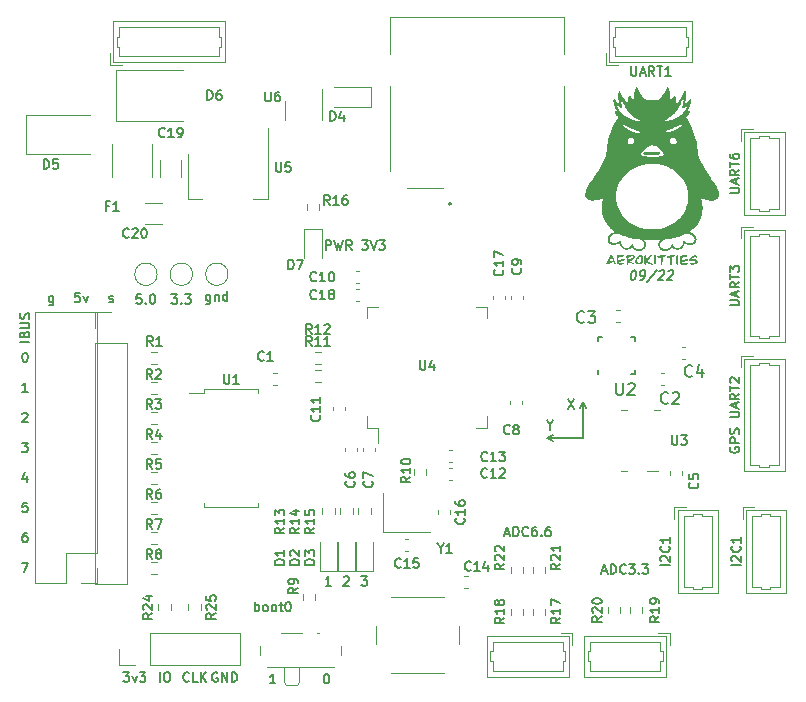
<source format=gbr>
%TF.GenerationSoftware,KiCad,Pcbnew,(6.0.6)*%
%TF.CreationDate,2022-09-02T11:51:31+03:00*%
%TF.ProjectId,FC0,4643302e-6b69-4636-9164-5f7063625858,rev?*%
%TF.SameCoordinates,Original*%
%TF.FileFunction,Legend,Top*%
%TF.FilePolarity,Positive*%
%FSLAX46Y46*%
G04 Gerber Fmt 4.6, Leading zero omitted, Abs format (unit mm)*
G04 Created by KiCad (PCBNEW (6.0.6)) date 2022-09-02 11:51:31*
%MOMM*%
%LPD*%
G01*
G04 APERTURE LIST*
%ADD10C,0.150000*%
%ADD11C,0.130000*%
%ADD12C,0.120000*%
%ADD13C,0.100000*%
%ADD14C,0.200000*%
G04 APERTURE END LIST*
D10*
X144018000Y-131826000D02*
X144018000Y-128778000D01*
X144018000Y-128778000D02*
X144272000Y-129286000D01*
X140970000Y-131826000D02*
X141478000Y-132080000D01*
X140970000Y-131826000D02*
X141478000Y-131572000D01*
X143764000Y-129286000D02*
X144018000Y-128778000D01*
X140970000Y-131826000D02*
X144018000Y-131826000D01*
D11*
X101404714Y-119576904D02*
X101023761Y-119576904D01*
X100985666Y-119957857D01*
X101023761Y-119919761D01*
X101099952Y-119881666D01*
X101290428Y-119881666D01*
X101366619Y-119919761D01*
X101404714Y-119957857D01*
X101442809Y-120034047D01*
X101442809Y-120224523D01*
X101404714Y-120300714D01*
X101366619Y-120338809D01*
X101290428Y-120376904D01*
X101099952Y-120376904D01*
X101023761Y-120338809D01*
X100985666Y-120300714D01*
X101709476Y-119843571D02*
X101899952Y-120376904D01*
X102090428Y-119843571D01*
X142735333Y-128593904D02*
X143268666Y-129393904D01*
X143268666Y-128593904D02*
X142735333Y-129393904D01*
X99150428Y-119843571D02*
X99150428Y-120491190D01*
X99112333Y-120567380D01*
X99074238Y-120605476D01*
X98998047Y-120643571D01*
X98883761Y-120643571D01*
X98807571Y-120605476D01*
X99150428Y-120338809D02*
X99074238Y-120376904D01*
X98921857Y-120376904D01*
X98845666Y-120338809D01*
X98807571Y-120300714D01*
X98769476Y-120224523D01*
X98769476Y-119995952D01*
X98807571Y-119919761D01*
X98845666Y-119881666D01*
X98921857Y-119843571D01*
X99074238Y-119843571D01*
X99150428Y-119881666D01*
X112447619Y-119716571D02*
X112447619Y-120364190D01*
X112409523Y-120440380D01*
X112371428Y-120478476D01*
X112295238Y-120516571D01*
X112180952Y-120516571D01*
X112104761Y-120478476D01*
X112447619Y-120211809D02*
X112371428Y-120249904D01*
X112219047Y-120249904D01*
X112142857Y-120211809D01*
X112104761Y-120173714D01*
X112066666Y-120097523D01*
X112066666Y-119868952D01*
X112104761Y-119792761D01*
X112142857Y-119754666D01*
X112219047Y-119716571D01*
X112371428Y-119716571D01*
X112447619Y-119754666D01*
X112828571Y-119716571D02*
X112828571Y-120249904D01*
X112828571Y-119792761D02*
X112866666Y-119754666D01*
X112942857Y-119716571D01*
X113057142Y-119716571D01*
X113133333Y-119754666D01*
X113171428Y-119830857D01*
X113171428Y-120249904D01*
X113895238Y-120249904D02*
X113895238Y-119449904D01*
X113895238Y-120211809D02*
X113819047Y-120249904D01*
X113666666Y-120249904D01*
X113590476Y-120211809D01*
X113552380Y-120173714D01*
X113514285Y-120097523D01*
X113514285Y-119868952D01*
X113552380Y-119792761D01*
X113590476Y-119754666D01*
X113666666Y-119716571D01*
X113819047Y-119716571D01*
X113895238Y-119754666D01*
X96735904Y-124636904D02*
X96812095Y-124636904D01*
X96888285Y-124675000D01*
X96926380Y-124713095D01*
X96964476Y-124789285D01*
X97002571Y-124941666D01*
X97002571Y-125132142D01*
X96964476Y-125284523D01*
X96926380Y-125360714D01*
X96888285Y-125398809D01*
X96812095Y-125436904D01*
X96735904Y-125436904D01*
X96659714Y-125398809D01*
X96621619Y-125360714D01*
X96583523Y-125284523D01*
X96545428Y-125132142D01*
X96545428Y-124941666D01*
X96583523Y-124789285D01*
X96621619Y-124713095D01*
X96659714Y-124675000D01*
X96735904Y-124636904D01*
X106619047Y-119703904D02*
X106238095Y-119703904D01*
X106200000Y-120084857D01*
X106238095Y-120046761D01*
X106314285Y-120008666D01*
X106504761Y-120008666D01*
X106580952Y-120046761D01*
X106619047Y-120084857D01*
X106657142Y-120161047D01*
X106657142Y-120351523D01*
X106619047Y-120427714D01*
X106580952Y-120465809D01*
X106504761Y-120503904D01*
X106314285Y-120503904D01*
X106238095Y-120465809D01*
X106200000Y-120427714D01*
X107000000Y-120427714D02*
X107038095Y-120465809D01*
X107000000Y-120503904D01*
X106961904Y-120465809D01*
X107000000Y-120427714D01*
X107000000Y-120503904D01*
X107533333Y-119703904D02*
X107609523Y-119703904D01*
X107685714Y-119742000D01*
X107723809Y-119780095D01*
X107761904Y-119856285D01*
X107800000Y-120008666D01*
X107800000Y-120199142D01*
X107761904Y-120351523D01*
X107723809Y-120427714D01*
X107685714Y-120465809D01*
X107609523Y-120503904D01*
X107533333Y-120503904D01*
X107457142Y-120465809D01*
X107419047Y-120427714D01*
X107380952Y-120351523D01*
X107342857Y-120199142D01*
X107342857Y-120008666D01*
X107380952Y-119856285D01*
X107419047Y-119780095D01*
X107457142Y-119742000D01*
X107533333Y-119703904D01*
X151364904Y-142639904D02*
X150564904Y-142639904D01*
X150641095Y-142297047D02*
X150603000Y-142258952D01*
X150564904Y-142182761D01*
X150564904Y-141992285D01*
X150603000Y-141916095D01*
X150641095Y-141878000D01*
X150717285Y-141839904D01*
X150793476Y-141839904D01*
X150907761Y-141878000D01*
X151364904Y-142335142D01*
X151364904Y-141839904D01*
X151288714Y-141039904D02*
X151326809Y-141078000D01*
X151364904Y-141192285D01*
X151364904Y-141268476D01*
X151326809Y-141382761D01*
X151250619Y-141458952D01*
X151174428Y-141497047D01*
X151022047Y-141535142D01*
X150907761Y-141535142D01*
X150755380Y-141497047D01*
X150679190Y-141458952D01*
X150603000Y-141382761D01*
X150564904Y-141268476D01*
X150564904Y-141192285D01*
X150603000Y-141078000D01*
X150641095Y-141039904D01*
X151364904Y-140278000D02*
X151364904Y-140735142D01*
X151364904Y-140506571D02*
X150564904Y-140506571D01*
X150679190Y-140582761D01*
X150755380Y-140658952D01*
X150793476Y-140735142D01*
X156425904Y-120646142D02*
X157073523Y-120646142D01*
X157149714Y-120608047D01*
X157187809Y-120569952D01*
X157225904Y-120493761D01*
X157225904Y-120341380D01*
X157187809Y-120265190D01*
X157149714Y-120227095D01*
X157073523Y-120189000D01*
X156425904Y-120189000D01*
X156997333Y-119846142D02*
X156997333Y-119465190D01*
X157225904Y-119922333D02*
X156425904Y-119655666D01*
X157225904Y-119389000D01*
X157225904Y-118665190D02*
X156844952Y-118931857D01*
X157225904Y-119122333D02*
X156425904Y-119122333D01*
X156425904Y-118817571D01*
X156464000Y-118741380D01*
X156502095Y-118703285D01*
X156578285Y-118665190D01*
X156692571Y-118665190D01*
X156768761Y-118703285D01*
X156806857Y-118741380D01*
X156844952Y-118817571D01*
X156844952Y-119122333D01*
X156425904Y-118436619D02*
X156425904Y-117979476D01*
X157225904Y-118208047D02*
X156425904Y-118208047D01*
X156425904Y-117789000D02*
X156425904Y-117293761D01*
X156730666Y-117560428D01*
X156730666Y-117446142D01*
X156768761Y-117369952D01*
X156806857Y-117331857D01*
X156883047Y-117293761D01*
X157073523Y-117293761D01*
X157149714Y-117331857D01*
X157187809Y-117369952D01*
X157225904Y-117446142D01*
X157225904Y-117674714D01*
X157187809Y-117750904D01*
X157149714Y-117789000D01*
X137386142Y-139960333D02*
X137767095Y-139960333D01*
X137309952Y-140188904D02*
X137576619Y-139388904D01*
X137843285Y-140188904D01*
X138109952Y-140188904D02*
X138109952Y-139388904D01*
X138300428Y-139388904D01*
X138414714Y-139427000D01*
X138490904Y-139503190D01*
X138529000Y-139579380D01*
X138567095Y-139731761D01*
X138567095Y-139846047D01*
X138529000Y-139998428D01*
X138490904Y-140074619D01*
X138414714Y-140150809D01*
X138300428Y-140188904D01*
X138109952Y-140188904D01*
X139367095Y-140112714D02*
X139329000Y-140150809D01*
X139214714Y-140188904D01*
X139138523Y-140188904D01*
X139024238Y-140150809D01*
X138948047Y-140074619D01*
X138909952Y-139998428D01*
X138871857Y-139846047D01*
X138871857Y-139731761D01*
X138909952Y-139579380D01*
X138948047Y-139503190D01*
X139024238Y-139427000D01*
X139138523Y-139388904D01*
X139214714Y-139388904D01*
X139329000Y-139427000D01*
X139367095Y-139465095D01*
X140052809Y-139388904D02*
X139900428Y-139388904D01*
X139824238Y-139427000D01*
X139786142Y-139465095D01*
X139709952Y-139579380D01*
X139671857Y-139731761D01*
X139671857Y-140036523D01*
X139709952Y-140112714D01*
X139748047Y-140150809D01*
X139824238Y-140188904D01*
X139976619Y-140188904D01*
X140052809Y-140150809D01*
X140090904Y-140112714D01*
X140129000Y-140036523D01*
X140129000Y-139846047D01*
X140090904Y-139769857D01*
X140052809Y-139731761D01*
X139976619Y-139693666D01*
X139824238Y-139693666D01*
X139748047Y-139731761D01*
X139709952Y-139769857D01*
X139671857Y-139846047D01*
X140471857Y-140112714D02*
X140509952Y-140150809D01*
X140471857Y-140188904D01*
X140433761Y-140150809D01*
X140471857Y-140112714D01*
X140471857Y-140188904D01*
X141195666Y-139388904D02*
X141043285Y-139388904D01*
X140967095Y-139427000D01*
X140929000Y-139465095D01*
X140852809Y-139579380D01*
X140814714Y-139731761D01*
X140814714Y-140036523D01*
X140852809Y-140112714D01*
X140890904Y-140150809D01*
X140967095Y-140188904D01*
X141119476Y-140188904D01*
X141195666Y-140150809D01*
X141233761Y-140112714D01*
X141271857Y-140036523D01*
X141271857Y-139846047D01*
X141233761Y-139769857D01*
X141195666Y-139731761D01*
X141119476Y-139693666D01*
X140967095Y-139693666D01*
X140890904Y-139731761D01*
X140852809Y-139769857D01*
X140814714Y-139846047D01*
X97002571Y-127976904D02*
X96545428Y-127976904D01*
X96774000Y-127976904D02*
X96774000Y-127176904D01*
X96697809Y-127291190D01*
X96621619Y-127367380D01*
X96545428Y-127405476D01*
X148065857Y-100399904D02*
X148065857Y-101047523D01*
X148103952Y-101123714D01*
X148142047Y-101161809D01*
X148218238Y-101199904D01*
X148370619Y-101199904D01*
X148446809Y-101161809D01*
X148484904Y-101123714D01*
X148523000Y-101047523D01*
X148523000Y-100399904D01*
X148865857Y-100971333D02*
X149246809Y-100971333D01*
X148789666Y-101199904D02*
X149056333Y-100399904D01*
X149323000Y-101199904D01*
X150046809Y-101199904D02*
X149780142Y-100818952D01*
X149589666Y-101199904D02*
X149589666Y-100399904D01*
X149894428Y-100399904D01*
X149970619Y-100438000D01*
X150008714Y-100476095D01*
X150046809Y-100552285D01*
X150046809Y-100666571D01*
X150008714Y-100742761D01*
X149970619Y-100780857D01*
X149894428Y-100818952D01*
X149589666Y-100818952D01*
X150275380Y-100399904D02*
X150732523Y-100399904D01*
X150503952Y-101199904D02*
X150503952Y-100399904D01*
X151418238Y-101199904D02*
X150961095Y-101199904D01*
X151189666Y-101199904D02*
X151189666Y-100399904D01*
X151113476Y-100514190D01*
X151037285Y-100590380D01*
X150961095Y-100628476D01*
X156464000Y-132644810D02*
X156425904Y-132721001D01*
X156425904Y-132835286D01*
X156464000Y-132949572D01*
X156540190Y-133025762D01*
X156616380Y-133063858D01*
X156768761Y-133101953D01*
X156883047Y-133101953D01*
X157035428Y-133063858D01*
X157111619Y-133025762D01*
X157187809Y-132949572D01*
X157225904Y-132835286D01*
X157225904Y-132759096D01*
X157187809Y-132644810D01*
X157149714Y-132606715D01*
X156883047Y-132606715D01*
X156883047Y-132759096D01*
X157225904Y-132263858D02*
X156425904Y-132263858D01*
X156425904Y-131959096D01*
X156464000Y-131882905D01*
X156502095Y-131844810D01*
X156578285Y-131806715D01*
X156692571Y-131806715D01*
X156768761Y-131844810D01*
X156806857Y-131882905D01*
X156844952Y-131959096D01*
X156844952Y-132263858D01*
X157187809Y-131501953D02*
X157225904Y-131387667D01*
X157225904Y-131197191D01*
X157187809Y-131121001D01*
X157149714Y-131082905D01*
X157073523Y-131044810D01*
X156997333Y-131044810D01*
X156921142Y-131082905D01*
X156883047Y-131121001D01*
X156844952Y-131197191D01*
X156806857Y-131349572D01*
X156768761Y-131425762D01*
X156730666Y-131463858D01*
X156654476Y-131501953D01*
X156578285Y-131501953D01*
X156502095Y-131463858D01*
X156464000Y-131425762D01*
X156425904Y-131349572D01*
X156425904Y-131159096D01*
X156464000Y-131044810D01*
X156425904Y-130092429D02*
X157073523Y-130092429D01*
X157149714Y-130054334D01*
X157187809Y-130016239D01*
X157225904Y-129940048D01*
X157225904Y-129787667D01*
X157187809Y-129711477D01*
X157149714Y-129673381D01*
X157073523Y-129635286D01*
X156425904Y-129635286D01*
X156997333Y-129292429D02*
X156997333Y-128911477D01*
X157225904Y-129368620D02*
X156425904Y-129101953D01*
X157225904Y-128835286D01*
X157225904Y-128111477D02*
X156844952Y-128378143D01*
X157225904Y-128568620D02*
X156425904Y-128568620D01*
X156425904Y-128263858D01*
X156464000Y-128187667D01*
X156502095Y-128149572D01*
X156578285Y-128111477D01*
X156692571Y-128111477D01*
X156768761Y-128149572D01*
X156806857Y-128187667D01*
X156844952Y-128263858D01*
X156844952Y-128568620D01*
X156425904Y-127882905D02*
X156425904Y-127425762D01*
X157225904Y-127654334D02*
X156425904Y-127654334D01*
X156502095Y-127197191D02*
X156464000Y-127159096D01*
X156425904Y-127082905D01*
X156425904Y-126892429D01*
X156464000Y-126816239D01*
X156502095Y-126778143D01*
X156578285Y-126740048D01*
X156654476Y-126740048D01*
X156768761Y-126778143D01*
X157225904Y-127235286D01*
X157225904Y-126740048D01*
X125230333Y-143579904D02*
X125725571Y-143579904D01*
X125458904Y-143884666D01*
X125573190Y-143884666D01*
X125649380Y-143922761D01*
X125687476Y-143960857D01*
X125725571Y-144037047D01*
X125725571Y-144227523D01*
X125687476Y-144303714D01*
X125649380Y-144341809D01*
X125573190Y-144379904D01*
X125344619Y-144379904D01*
X125268428Y-144341809D01*
X125230333Y-144303714D01*
X108165952Y-152507904D02*
X108165952Y-151707904D01*
X108699285Y-151707904D02*
X108851666Y-151707904D01*
X108927857Y-151746000D01*
X109004047Y-151822190D01*
X109042142Y-151974571D01*
X109042142Y-152241238D01*
X109004047Y-152393619D01*
X108927857Y-152469809D01*
X108851666Y-152507904D01*
X108699285Y-152507904D01*
X108623095Y-152469809D01*
X108546904Y-152393619D01*
X108508809Y-152241238D01*
X108508809Y-151974571D01*
X108546904Y-151822190D01*
X108623095Y-151746000D01*
X108699285Y-151707904D01*
X141224000Y-130790952D02*
X141224000Y-131171904D01*
X140957333Y-130371904D02*
X141224000Y-130790952D01*
X141490666Y-130371904D01*
X156425904Y-111131142D02*
X157073523Y-111131142D01*
X157149714Y-111093047D01*
X157187809Y-111054952D01*
X157225904Y-110978761D01*
X157225904Y-110826380D01*
X157187809Y-110750190D01*
X157149714Y-110712095D01*
X157073523Y-110674000D01*
X156425904Y-110674000D01*
X156997333Y-110331142D02*
X156997333Y-109950190D01*
X157225904Y-110407333D02*
X156425904Y-110140666D01*
X157225904Y-109874000D01*
X157225904Y-109150190D02*
X156844952Y-109416857D01*
X157225904Y-109607333D02*
X156425904Y-109607333D01*
X156425904Y-109302571D01*
X156464000Y-109226380D01*
X156502095Y-109188285D01*
X156578285Y-109150190D01*
X156692571Y-109150190D01*
X156768761Y-109188285D01*
X156806857Y-109226380D01*
X156844952Y-109302571D01*
X156844952Y-109607333D01*
X156425904Y-108921619D02*
X156425904Y-108464476D01*
X157225904Y-108693047D02*
X156425904Y-108693047D01*
X156425904Y-107854952D02*
X156425904Y-108007333D01*
X156464000Y-108083523D01*
X156502095Y-108121619D01*
X156616380Y-108197809D01*
X156768761Y-108235904D01*
X157073523Y-108235904D01*
X157149714Y-108197809D01*
X157187809Y-108159714D01*
X157225904Y-108083523D01*
X157225904Y-107931142D01*
X157187809Y-107854952D01*
X157149714Y-107816857D01*
X157073523Y-107778761D01*
X156883047Y-107778761D01*
X156806857Y-107816857D01*
X156768761Y-107854952D01*
X156730666Y-107931142D01*
X156730666Y-108083523D01*
X156768761Y-108159714D01*
X156806857Y-108197809D01*
X156883047Y-108235904D01*
X105092619Y-151707904D02*
X105587857Y-151707904D01*
X105321190Y-152012666D01*
X105435476Y-152012666D01*
X105511666Y-152050761D01*
X105549761Y-152088857D01*
X105587857Y-152165047D01*
X105587857Y-152355523D01*
X105549761Y-152431714D01*
X105511666Y-152469809D01*
X105435476Y-152507904D01*
X105206904Y-152507904D01*
X105130714Y-152469809D01*
X105092619Y-152431714D01*
X105854523Y-151974571D02*
X106045000Y-152507904D01*
X106235476Y-151974571D01*
X106464047Y-151707904D02*
X106959285Y-151707904D01*
X106692619Y-152012666D01*
X106806904Y-152012666D01*
X106883095Y-152050761D01*
X106921190Y-152088857D01*
X106959285Y-152165047D01*
X106959285Y-152355523D01*
X106921190Y-152431714D01*
X106883095Y-152469809D01*
X106806904Y-152507904D01*
X106578333Y-152507904D01*
X106502142Y-152469809D01*
X106464047Y-152431714D01*
X157352904Y-142639904D02*
X156552904Y-142639904D01*
X156629095Y-142297047D02*
X156591000Y-142258952D01*
X156552904Y-142182761D01*
X156552904Y-141992285D01*
X156591000Y-141916095D01*
X156629095Y-141878000D01*
X156705285Y-141839904D01*
X156781476Y-141839904D01*
X156895761Y-141878000D01*
X157352904Y-142335142D01*
X157352904Y-141839904D01*
X157276714Y-141039904D02*
X157314809Y-141078000D01*
X157352904Y-141192285D01*
X157352904Y-141268476D01*
X157314809Y-141382761D01*
X157238619Y-141458952D01*
X157162428Y-141497047D01*
X157010047Y-141535142D01*
X156895761Y-141535142D01*
X156743380Y-141497047D01*
X156667190Y-141458952D01*
X156591000Y-141382761D01*
X156552904Y-141268476D01*
X156552904Y-141192285D01*
X156591000Y-141078000D01*
X156629095Y-141039904D01*
X157352904Y-140278000D02*
X157352904Y-140735142D01*
X157352904Y-140506571D02*
X156552904Y-140506571D01*
X156667190Y-140582761D01*
X156743380Y-140658952D01*
X156781476Y-140735142D01*
X122677571Y-144379904D02*
X122220428Y-144379904D01*
X122449000Y-144379904D02*
X122449000Y-143579904D01*
X122372809Y-143694190D01*
X122296619Y-143770380D01*
X122220428Y-143808476D01*
X122262904Y-151834904D02*
X122339095Y-151834904D01*
X122415285Y-151873000D01*
X122453380Y-151911095D01*
X122491476Y-151987285D01*
X122529571Y-152139666D01*
X122529571Y-152330142D01*
X122491476Y-152482523D01*
X122453380Y-152558714D01*
X122415285Y-152596809D01*
X122339095Y-152634904D01*
X122262904Y-152634904D01*
X122186714Y-152596809D01*
X122148619Y-152558714D01*
X122110523Y-152482523D01*
X122072428Y-152330142D01*
X122072428Y-152139666D01*
X122110523Y-151987285D01*
X122148619Y-151911095D01*
X122186714Y-151873000D01*
X122262904Y-151834904D01*
X96964476Y-137336904D02*
X96583523Y-137336904D01*
X96545428Y-137717857D01*
X96583523Y-137679761D01*
X96659714Y-137641666D01*
X96850190Y-137641666D01*
X96926380Y-137679761D01*
X96964476Y-137717857D01*
X97002571Y-137794047D01*
X97002571Y-137984523D01*
X96964476Y-138060714D01*
X96926380Y-138098809D01*
X96850190Y-138136904D01*
X96659714Y-138136904D01*
X96583523Y-138098809D01*
X96545428Y-138060714D01*
X145631142Y-143135333D02*
X146012095Y-143135333D01*
X145554952Y-143363904D02*
X145821619Y-142563904D01*
X146088285Y-143363904D01*
X146354952Y-143363904D02*
X146354952Y-142563904D01*
X146545428Y-142563904D01*
X146659714Y-142602000D01*
X146735904Y-142678190D01*
X146774000Y-142754380D01*
X146812095Y-142906761D01*
X146812095Y-143021047D01*
X146774000Y-143173428D01*
X146735904Y-143249619D01*
X146659714Y-143325809D01*
X146545428Y-143363904D01*
X146354952Y-143363904D01*
X147612095Y-143287714D02*
X147574000Y-143325809D01*
X147459714Y-143363904D01*
X147383523Y-143363904D01*
X147269238Y-143325809D01*
X147193047Y-143249619D01*
X147154952Y-143173428D01*
X147116857Y-143021047D01*
X147116857Y-142906761D01*
X147154952Y-142754380D01*
X147193047Y-142678190D01*
X147269238Y-142602000D01*
X147383523Y-142563904D01*
X147459714Y-142563904D01*
X147574000Y-142602000D01*
X147612095Y-142640095D01*
X147878761Y-142563904D02*
X148374000Y-142563904D01*
X148107333Y-142868666D01*
X148221619Y-142868666D01*
X148297809Y-142906761D01*
X148335904Y-142944857D01*
X148374000Y-143021047D01*
X148374000Y-143211523D01*
X148335904Y-143287714D01*
X148297809Y-143325809D01*
X148221619Y-143363904D01*
X147993047Y-143363904D01*
X147916857Y-143325809D01*
X147878761Y-143287714D01*
X148716857Y-143287714D02*
X148754952Y-143325809D01*
X148716857Y-143363904D01*
X148678761Y-143325809D01*
X148716857Y-143287714D01*
X148716857Y-143363904D01*
X149021619Y-142563904D02*
X149516857Y-142563904D01*
X149250190Y-142868666D01*
X149364476Y-142868666D01*
X149440666Y-142906761D01*
X149478761Y-142944857D01*
X149516857Y-143021047D01*
X149516857Y-143211523D01*
X149478761Y-143287714D01*
X149440666Y-143325809D01*
X149364476Y-143363904D01*
X149135904Y-143363904D01*
X149059714Y-143325809D01*
X149021619Y-143287714D01*
X148284261Y-117671904D02*
X148360452Y-117671904D01*
X148431880Y-117710000D01*
X148465214Y-117748095D01*
X148493785Y-117824285D01*
X148512833Y-117976666D01*
X148489023Y-118167142D01*
X148431880Y-118319523D01*
X148384261Y-118395714D01*
X148341404Y-118433809D01*
X148260452Y-118471904D01*
X148184261Y-118471904D01*
X148112833Y-118433809D01*
X148079500Y-118395714D01*
X148050928Y-118319523D01*
X148031880Y-118167142D01*
X148055690Y-117976666D01*
X148112833Y-117824285D01*
X148160452Y-117748095D01*
X148203309Y-117710000D01*
X148284261Y-117671904D01*
X148831880Y-118471904D02*
X148984261Y-118471904D01*
X149065214Y-118433809D01*
X149108071Y-118395714D01*
X149198547Y-118281428D01*
X149255690Y-118129047D01*
X149293785Y-117824285D01*
X149265214Y-117748095D01*
X149231880Y-117710000D01*
X149160452Y-117671904D01*
X149008071Y-117671904D01*
X148927119Y-117710000D01*
X148884261Y-117748095D01*
X148836642Y-117824285D01*
X148812833Y-118014761D01*
X148841404Y-118090952D01*
X148874738Y-118129047D01*
X148946166Y-118167142D01*
X149098547Y-118167142D01*
X149179500Y-118129047D01*
X149222357Y-118090952D01*
X149269976Y-118014761D01*
X150231880Y-117633809D02*
X149417595Y-118662380D01*
X150446166Y-117748095D02*
X150489023Y-117710000D01*
X150569976Y-117671904D01*
X150760452Y-117671904D01*
X150831880Y-117710000D01*
X150865214Y-117748095D01*
X150893785Y-117824285D01*
X150884261Y-117900476D01*
X150831880Y-118014761D01*
X150317595Y-118471904D01*
X150812833Y-118471904D01*
X151208071Y-117748095D02*
X151250928Y-117710000D01*
X151331880Y-117671904D01*
X151522357Y-117671904D01*
X151593785Y-117710000D01*
X151627119Y-117748095D01*
X151655690Y-117824285D01*
X151646166Y-117900476D01*
X151593785Y-118014761D01*
X151079500Y-118471904D01*
X151574738Y-118471904D01*
X96926380Y-135063571D02*
X96926380Y-135596904D01*
X96735904Y-134758809D02*
X96545428Y-135330238D01*
X97040666Y-135330238D01*
X103887571Y-120338809D02*
X103963761Y-120376904D01*
X104116142Y-120376904D01*
X104192333Y-120338809D01*
X104230428Y-120262619D01*
X104230428Y-120224523D01*
X104192333Y-120148333D01*
X104116142Y-120110238D01*
X104001857Y-120110238D01*
X103925666Y-120072142D01*
X103887571Y-119995952D01*
X103887571Y-119957857D01*
X103925666Y-119881666D01*
X104001857Y-119843571D01*
X104116142Y-119843571D01*
X104192333Y-119881666D01*
X96507333Y-142416904D02*
X97040666Y-142416904D01*
X96697809Y-143216904D01*
X96507333Y-132256904D02*
X97002571Y-132256904D01*
X96735904Y-132561666D01*
X96850190Y-132561666D01*
X96926380Y-132599761D01*
X96964476Y-132637857D01*
X97002571Y-132714047D01*
X97002571Y-132904523D01*
X96964476Y-132980714D01*
X96926380Y-133018809D01*
X96850190Y-133056904D01*
X96621619Y-133056904D01*
X96545428Y-133018809D01*
X96507333Y-132980714D01*
X123744428Y-143656095D02*
X123782523Y-143618000D01*
X123858714Y-143579904D01*
X124049190Y-143579904D01*
X124125380Y-143618000D01*
X124163476Y-143656095D01*
X124201571Y-143732285D01*
X124201571Y-143808476D01*
X124163476Y-143922761D01*
X123706333Y-144379904D01*
X124201571Y-144379904D01*
X97135904Y-123735000D02*
X96335904Y-123735000D01*
X96716857Y-123087380D02*
X96754952Y-122973095D01*
X96793047Y-122935000D01*
X96869238Y-122896904D01*
X96983523Y-122896904D01*
X97059714Y-122935000D01*
X97097809Y-122973095D01*
X97135904Y-123049285D01*
X97135904Y-123354047D01*
X96335904Y-123354047D01*
X96335904Y-123087380D01*
X96374000Y-123011190D01*
X96412095Y-122973095D01*
X96488285Y-122935000D01*
X96564476Y-122935000D01*
X96640666Y-122973095D01*
X96678761Y-123011190D01*
X96716857Y-123087380D01*
X96716857Y-123354047D01*
X96335904Y-122554047D02*
X96983523Y-122554047D01*
X97059714Y-122515952D01*
X97097809Y-122477857D01*
X97135904Y-122401666D01*
X97135904Y-122249285D01*
X97097809Y-122173095D01*
X97059714Y-122135000D01*
X96983523Y-122096904D01*
X96335904Y-122096904D01*
X97097809Y-121754047D02*
X97135904Y-121639761D01*
X97135904Y-121449285D01*
X97097809Y-121373095D01*
X97059714Y-121335000D01*
X96983523Y-121296904D01*
X96907333Y-121296904D01*
X96831142Y-121335000D01*
X96793047Y-121373095D01*
X96754952Y-121449285D01*
X96716857Y-121601666D01*
X96678761Y-121677857D01*
X96640666Y-121715952D01*
X96564476Y-121754047D01*
X96488285Y-121754047D01*
X96412095Y-121715952D01*
X96374000Y-121677857D01*
X96335904Y-121601666D01*
X96335904Y-121411190D01*
X96374000Y-121296904D01*
X96926380Y-139876904D02*
X96774000Y-139876904D01*
X96697809Y-139915000D01*
X96659714Y-139953095D01*
X96583523Y-140067380D01*
X96545428Y-140219761D01*
X96545428Y-140524523D01*
X96583523Y-140600714D01*
X96621619Y-140638809D01*
X96697809Y-140676904D01*
X96850190Y-140676904D01*
X96926380Y-140638809D01*
X96964476Y-140600714D01*
X97002571Y-140524523D01*
X97002571Y-140334047D01*
X96964476Y-140257857D01*
X96926380Y-140219761D01*
X96850190Y-140181666D01*
X96697809Y-140181666D01*
X96621619Y-140219761D01*
X96583523Y-140257857D01*
X96545428Y-140334047D01*
X113055476Y-151746000D02*
X112979285Y-151707904D01*
X112865000Y-151707904D01*
X112750714Y-151746000D01*
X112674523Y-151822190D01*
X112636428Y-151898380D01*
X112598333Y-152050761D01*
X112598333Y-152165047D01*
X112636428Y-152317428D01*
X112674523Y-152393619D01*
X112750714Y-152469809D01*
X112865000Y-152507904D01*
X112941190Y-152507904D01*
X113055476Y-152469809D01*
X113093571Y-152431714D01*
X113093571Y-152165047D01*
X112941190Y-152165047D01*
X113436428Y-152507904D02*
X113436428Y-151707904D01*
X113893571Y-152507904D01*
X113893571Y-151707904D01*
X114274523Y-152507904D02*
X114274523Y-151707904D01*
X114465000Y-151707904D01*
X114579285Y-151746000D01*
X114655476Y-151822190D01*
X114693571Y-151898380D01*
X114731666Y-152050761D01*
X114731666Y-152165047D01*
X114693571Y-152317428D01*
X114655476Y-152393619D01*
X114579285Y-152469809D01*
X114465000Y-152507904D01*
X114274523Y-152507904D01*
X109161904Y-119703904D02*
X109657142Y-119703904D01*
X109390476Y-120008666D01*
X109504761Y-120008666D01*
X109580952Y-120046761D01*
X109619047Y-120084857D01*
X109657142Y-120161047D01*
X109657142Y-120351523D01*
X109619047Y-120427714D01*
X109580952Y-120465809D01*
X109504761Y-120503904D01*
X109276190Y-120503904D01*
X109200000Y-120465809D01*
X109161904Y-120427714D01*
X110000000Y-120427714D02*
X110038095Y-120465809D01*
X110000000Y-120503904D01*
X109961904Y-120465809D01*
X110000000Y-120427714D01*
X110000000Y-120503904D01*
X110304761Y-119703904D02*
X110800000Y-119703904D01*
X110533333Y-120008666D01*
X110647619Y-120008666D01*
X110723809Y-120046761D01*
X110761904Y-120084857D01*
X110800000Y-120161047D01*
X110800000Y-120351523D01*
X110761904Y-120427714D01*
X110723809Y-120465809D01*
X110647619Y-120503904D01*
X110419047Y-120503904D01*
X110342857Y-120465809D01*
X110304761Y-120427714D01*
X122237809Y-115931904D02*
X122237809Y-115131904D01*
X122542571Y-115131904D01*
X122618761Y-115170000D01*
X122656857Y-115208095D01*
X122694952Y-115284285D01*
X122694952Y-115398571D01*
X122656857Y-115474761D01*
X122618761Y-115512857D01*
X122542571Y-115550952D01*
X122237809Y-115550952D01*
X122961619Y-115131904D02*
X123152095Y-115931904D01*
X123304476Y-115360476D01*
X123456857Y-115931904D01*
X123647333Y-115131904D01*
X124409238Y-115931904D02*
X124142571Y-115550952D01*
X123952095Y-115931904D02*
X123952095Y-115131904D01*
X124256857Y-115131904D01*
X124333047Y-115170000D01*
X124371142Y-115208095D01*
X124409238Y-115284285D01*
X124409238Y-115398571D01*
X124371142Y-115474761D01*
X124333047Y-115512857D01*
X124256857Y-115550952D01*
X123952095Y-115550952D01*
X125285428Y-115131904D02*
X125780666Y-115131904D01*
X125514000Y-115436666D01*
X125628285Y-115436666D01*
X125704476Y-115474761D01*
X125742571Y-115512857D01*
X125780666Y-115589047D01*
X125780666Y-115779523D01*
X125742571Y-115855714D01*
X125704476Y-115893809D01*
X125628285Y-115931904D01*
X125399714Y-115931904D01*
X125323523Y-115893809D01*
X125285428Y-115855714D01*
X126009238Y-115131904D02*
X126275904Y-115931904D01*
X126542571Y-115131904D01*
X126733047Y-115131904D02*
X127228285Y-115131904D01*
X126961619Y-115436666D01*
X127075904Y-115436666D01*
X127152095Y-115474761D01*
X127190190Y-115512857D01*
X127228285Y-115589047D01*
X127228285Y-115779523D01*
X127190190Y-115855714D01*
X127152095Y-115893809D01*
X127075904Y-115931904D01*
X126847333Y-115931904D01*
X126771142Y-115893809D01*
X126733047Y-115855714D01*
X116224238Y-146538904D02*
X116224238Y-145738904D01*
X116224238Y-146043666D02*
X116300428Y-146005571D01*
X116452809Y-146005571D01*
X116529000Y-146043666D01*
X116567095Y-146081761D01*
X116605190Y-146157952D01*
X116605190Y-146386523D01*
X116567095Y-146462714D01*
X116529000Y-146500809D01*
X116452809Y-146538904D01*
X116300428Y-146538904D01*
X116224238Y-146500809D01*
X117062333Y-146538904D02*
X116986142Y-146500809D01*
X116948047Y-146462714D01*
X116909952Y-146386523D01*
X116909952Y-146157952D01*
X116948047Y-146081761D01*
X116986142Y-146043666D01*
X117062333Y-146005571D01*
X117176619Y-146005571D01*
X117252809Y-146043666D01*
X117290904Y-146081761D01*
X117329000Y-146157952D01*
X117329000Y-146386523D01*
X117290904Y-146462714D01*
X117252809Y-146500809D01*
X117176619Y-146538904D01*
X117062333Y-146538904D01*
X117786142Y-146538904D02*
X117709952Y-146500809D01*
X117671857Y-146462714D01*
X117633761Y-146386523D01*
X117633761Y-146157952D01*
X117671857Y-146081761D01*
X117709952Y-146043666D01*
X117786142Y-146005571D01*
X117900428Y-146005571D01*
X117976619Y-146043666D01*
X118014714Y-146081761D01*
X118052809Y-146157952D01*
X118052809Y-146386523D01*
X118014714Y-146462714D01*
X117976619Y-146500809D01*
X117900428Y-146538904D01*
X117786142Y-146538904D01*
X118281380Y-146005571D02*
X118586142Y-146005571D01*
X118395666Y-145738904D02*
X118395666Y-146424619D01*
X118433761Y-146500809D01*
X118509952Y-146538904D01*
X118586142Y-146538904D01*
X119005190Y-145738904D02*
X119081380Y-145738904D01*
X119157571Y-145777000D01*
X119195666Y-145815095D01*
X119233761Y-145891285D01*
X119271857Y-146043666D01*
X119271857Y-146234142D01*
X119233761Y-146386523D01*
X119195666Y-146462714D01*
X119157571Y-146500809D01*
X119081380Y-146538904D01*
X119005190Y-146538904D01*
X118929000Y-146500809D01*
X118890904Y-146462714D01*
X118852809Y-146386523D01*
X118814714Y-146234142D01*
X118814714Y-146043666D01*
X118852809Y-145891285D01*
X118890904Y-145815095D01*
X118929000Y-145777000D01*
X119005190Y-145738904D01*
X96545428Y-129793095D02*
X96583523Y-129755000D01*
X96659714Y-129716904D01*
X96850190Y-129716904D01*
X96926380Y-129755000D01*
X96964476Y-129793095D01*
X97002571Y-129869285D01*
X97002571Y-129945476D01*
X96964476Y-130059761D01*
X96507333Y-130516904D01*
X97002571Y-130516904D01*
X117957571Y-152634904D02*
X117500428Y-152634904D01*
X117729000Y-152634904D02*
X117729000Y-151834904D01*
X117652809Y-151949190D01*
X117576619Y-152025380D01*
X117500428Y-152063476D01*
X110648809Y-152431714D02*
X110610714Y-152469809D01*
X110496428Y-152507904D01*
X110420238Y-152507904D01*
X110305952Y-152469809D01*
X110229761Y-152393619D01*
X110191666Y-152317428D01*
X110153571Y-152165047D01*
X110153571Y-152050761D01*
X110191666Y-151898380D01*
X110229761Y-151822190D01*
X110305952Y-151746000D01*
X110420238Y-151707904D01*
X110496428Y-151707904D01*
X110610714Y-151746000D01*
X110648809Y-151784095D01*
X111372619Y-152507904D02*
X110991666Y-152507904D01*
X110991666Y-151707904D01*
X111639285Y-152507904D02*
X111639285Y-151707904D01*
X112096428Y-152507904D02*
X111753571Y-152050761D01*
X112096428Y-151707904D02*
X111639285Y-152165047D01*
%TO.C,U1*%
X113609476Y-126476904D02*
X113609476Y-127124523D01*
X113647571Y-127200714D01*
X113685666Y-127238809D01*
X113761857Y-127276904D01*
X113914238Y-127276904D01*
X113990428Y-127238809D01*
X114028523Y-127200714D01*
X114066619Y-127124523D01*
X114066619Y-126476904D01*
X114866619Y-127276904D02*
X114409476Y-127276904D01*
X114638047Y-127276904D02*
X114638047Y-126476904D01*
X114561857Y-126591190D01*
X114485666Y-126667380D01*
X114409476Y-126705476D01*
%TO.C,C20*%
X105530714Y-114839714D02*
X105492619Y-114877809D01*
X105378333Y-114915904D01*
X105302142Y-114915904D01*
X105187857Y-114877809D01*
X105111666Y-114801619D01*
X105073571Y-114725428D01*
X105035476Y-114573047D01*
X105035476Y-114458761D01*
X105073571Y-114306380D01*
X105111666Y-114230190D01*
X105187857Y-114154000D01*
X105302142Y-114115904D01*
X105378333Y-114115904D01*
X105492619Y-114154000D01*
X105530714Y-114192095D01*
X105835476Y-114192095D02*
X105873571Y-114154000D01*
X105949761Y-114115904D01*
X106140238Y-114115904D01*
X106216428Y-114154000D01*
X106254523Y-114192095D01*
X106292619Y-114268285D01*
X106292619Y-114344476D01*
X106254523Y-114458761D01*
X105797380Y-114915904D01*
X106292619Y-114915904D01*
X106787857Y-114115904D02*
X106864047Y-114115904D01*
X106940238Y-114154000D01*
X106978333Y-114192095D01*
X107016428Y-114268285D01*
X107054523Y-114420666D01*
X107054523Y-114611142D01*
X107016428Y-114763523D01*
X106978333Y-114839714D01*
X106940238Y-114877809D01*
X106864047Y-114915904D01*
X106787857Y-114915904D01*
X106711666Y-114877809D01*
X106673571Y-114839714D01*
X106635476Y-114763523D01*
X106597380Y-114611142D01*
X106597380Y-114420666D01*
X106635476Y-114268285D01*
X106673571Y-114192095D01*
X106711666Y-114154000D01*
X106787857Y-114115904D01*
%TO.C,U6*%
X117119476Y-102558904D02*
X117119476Y-103206523D01*
X117157571Y-103282714D01*
X117195666Y-103320809D01*
X117271857Y-103358904D01*
X117424238Y-103358904D01*
X117500428Y-103320809D01*
X117538523Y-103282714D01*
X117576619Y-103206523D01*
X117576619Y-102558904D01*
X118300428Y-102558904D02*
X118148047Y-102558904D01*
X118071857Y-102597000D01*
X118033761Y-102635095D01*
X117957571Y-102749380D01*
X117919476Y-102901761D01*
X117919476Y-103206523D01*
X117957571Y-103282714D01*
X117995666Y-103320809D01*
X118071857Y-103358904D01*
X118224238Y-103358904D01*
X118300428Y-103320809D01*
X118338523Y-103282714D01*
X118376619Y-103206523D01*
X118376619Y-103016047D01*
X118338523Y-102939857D01*
X118300428Y-102901761D01*
X118224238Y-102863666D01*
X118071857Y-102863666D01*
X117995666Y-102901761D01*
X117957571Y-102939857D01*
X117919476Y-103016047D01*
%TO.C,C5*%
X153701714Y-135642333D02*
X153739809Y-135680428D01*
X153777904Y-135794714D01*
X153777904Y-135870904D01*
X153739809Y-135985190D01*
X153663619Y-136061380D01*
X153587428Y-136099476D01*
X153435047Y-136137571D01*
X153320761Y-136137571D01*
X153168380Y-136099476D01*
X153092190Y-136061380D01*
X153016000Y-135985190D01*
X152977904Y-135870904D01*
X152977904Y-135794714D01*
X153016000Y-135680428D01*
X153054095Y-135642333D01*
X152977904Y-134918523D02*
X152977904Y-135299476D01*
X153358857Y-135337571D01*
X153320761Y-135299476D01*
X153282666Y-135223285D01*
X153282666Y-135032809D01*
X153320761Y-134956619D01*
X153358857Y-134918523D01*
X153435047Y-134880428D01*
X153625523Y-134880428D01*
X153701714Y-134918523D01*
X153739809Y-134956619D01*
X153777904Y-135032809D01*
X153777904Y-135223285D01*
X153739809Y-135299476D01*
X153701714Y-135337571D01*
%TO.C,D7*%
X119043523Y-117582904D02*
X119043523Y-116782904D01*
X119234000Y-116782904D01*
X119348285Y-116821000D01*
X119424476Y-116897190D01*
X119462571Y-116973380D01*
X119500666Y-117125761D01*
X119500666Y-117240047D01*
X119462571Y-117392428D01*
X119424476Y-117468619D01*
X119348285Y-117544809D01*
X119234000Y-117582904D01*
X119043523Y-117582904D01*
X119767333Y-116782904D02*
X120300666Y-116782904D01*
X119957809Y-117582904D01*
D10*
%TO.C,C4*%
X153249333Y-126595142D02*
X153201714Y-126642761D01*
X153058857Y-126690380D01*
X152963619Y-126690380D01*
X152820761Y-126642761D01*
X152725523Y-126547523D01*
X152677904Y-126452285D01*
X152630285Y-126261809D01*
X152630285Y-126118952D01*
X152677904Y-125928476D01*
X152725523Y-125833238D01*
X152820761Y-125738000D01*
X152963619Y-125690380D01*
X153058857Y-125690380D01*
X153201714Y-125738000D01*
X153249333Y-125785619D01*
X154106476Y-126023714D02*
X154106476Y-126690380D01*
X153868380Y-125642761D02*
X153630285Y-126357047D01*
X154249333Y-126357047D01*
D11*
%TO.C,C15*%
X128570714Y-142779714D02*
X128532619Y-142817809D01*
X128418333Y-142855904D01*
X128342142Y-142855904D01*
X128227857Y-142817809D01*
X128151666Y-142741619D01*
X128113571Y-142665428D01*
X128075476Y-142513047D01*
X128075476Y-142398761D01*
X128113571Y-142246380D01*
X128151666Y-142170190D01*
X128227857Y-142094000D01*
X128342142Y-142055904D01*
X128418333Y-142055904D01*
X128532619Y-142094000D01*
X128570714Y-142132095D01*
X129332619Y-142855904D02*
X128875476Y-142855904D01*
X129104047Y-142855904D02*
X129104047Y-142055904D01*
X129027857Y-142170190D01*
X128951666Y-142246380D01*
X128875476Y-142284476D01*
X130056428Y-142055904D02*
X129675476Y-142055904D01*
X129637380Y-142436857D01*
X129675476Y-142398761D01*
X129751666Y-142360666D01*
X129942142Y-142360666D01*
X130018333Y-142398761D01*
X130056428Y-142436857D01*
X130094523Y-142513047D01*
X130094523Y-142703523D01*
X130056428Y-142779714D01*
X130018333Y-142817809D01*
X129942142Y-142855904D01*
X129751666Y-142855904D01*
X129675476Y-142817809D01*
X129637380Y-142779714D01*
%TO.C,R18*%
X137335904Y-147072035D02*
X136954952Y-147338702D01*
X137335904Y-147529178D02*
X136535904Y-147529178D01*
X136535904Y-147224416D01*
X136574000Y-147148226D01*
X136612095Y-147110130D01*
X136688285Y-147072035D01*
X136802571Y-147072035D01*
X136878761Y-147110130D01*
X136916857Y-147148226D01*
X136954952Y-147224416D01*
X136954952Y-147529178D01*
X137335904Y-146310130D02*
X137335904Y-146767273D01*
X137335904Y-146538702D02*
X136535904Y-146538702D01*
X136650190Y-146614892D01*
X136726380Y-146691083D01*
X136764476Y-146767273D01*
X136878761Y-145852988D02*
X136840666Y-145929178D01*
X136802571Y-145967273D01*
X136726380Y-146005369D01*
X136688285Y-146005369D01*
X136612095Y-145967273D01*
X136574000Y-145929178D01*
X136535904Y-145852988D01*
X136535904Y-145700607D01*
X136574000Y-145624416D01*
X136612095Y-145586321D01*
X136688285Y-145548226D01*
X136726380Y-145548226D01*
X136802571Y-145586321D01*
X136840666Y-145624416D01*
X136878761Y-145700607D01*
X136878761Y-145852988D01*
X136916857Y-145929178D01*
X136954952Y-145967273D01*
X137031142Y-146005369D01*
X137183523Y-146005369D01*
X137259714Y-145967273D01*
X137297809Y-145929178D01*
X137335904Y-145852988D01*
X137335904Y-145700607D01*
X137297809Y-145624416D01*
X137259714Y-145586321D01*
X137183523Y-145548226D01*
X137031142Y-145548226D01*
X136954952Y-145586321D01*
X136916857Y-145624416D01*
X136878761Y-145700607D01*
%TO.C,D2*%
X119995904Y-142576476D02*
X119195904Y-142576476D01*
X119195904Y-142386000D01*
X119234000Y-142271714D01*
X119310190Y-142195523D01*
X119386380Y-142157428D01*
X119538761Y-142119333D01*
X119653047Y-142119333D01*
X119805428Y-142157428D01*
X119881619Y-142195523D01*
X119957809Y-142271714D01*
X119995904Y-142386000D01*
X119995904Y-142576476D01*
X119272095Y-141814571D02*
X119234000Y-141776476D01*
X119195904Y-141700285D01*
X119195904Y-141509809D01*
X119234000Y-141433619D01*
X119272095Y-141395523D01*
X119348285Y-141357428D01*
X119424476Y-141357428D01*
X119538761Y-141395523D01*
X119995904Y-141852666D01*
X119995904Y-141357428D01*
%TO.C,R7*%
X107535666Y-139553904D02*
X107269000Y-139172952D01*
X107078523Y-139553904D02*
X107078523Y-138753904D01*
X107383285Y-138753904D01*
X107459476Y-138792000D01*
X107497571Y-138830095D01*
X107535666Y-138906285D01*
X107535666Y-139020571D01*
X107497571Y-139096761D01*
X107459476Y-139134857D01*
X107383285Y-139172952D01*
X107078523Y-139172952D01*
X107802333Y-138753904D02*
X108335666Y-138753904D01*
X107992809Y-139553904D01*
%TO.C,D4*%
X122599523Y-105009904D02*
X122599523Y-104209904D01*
X122790000Y-104209904D01*
X122904285Y-104248000D01*
X122980476Y-104324190D01*
X123018571Y-104400380D01*
X123056666Y-104552761D01*
X123056666Y-104667047D01*
X123018571Y-104819428D01*
X122980476Y-104895619D01*
X122904285Y-104971809D01*
X122790000Y-105009904D01*
X122599523Y-105009904D01*
X123742380Y-104476571D02*
X123742380Y-105009904D01*
X123551904Y-104171809D02*
X123361428Y-104743238D01*
X123856666Y-104743238D01*
%TO.C,R17*%
X142093904Y-147072035D02*
X141712952Y-147338702D01*
X142093904Y-147529178D02*
X141293904Y-147529178D01*
X141293904Y-147224416D01*
X141332000Y-147148226D01*
X141370095Y-147110130D01*
X141446285Y-147072035D01*
X141560571Y-147072035D01*
X141636761Y-147110130D01*
X141674857Y-147148226D01*
X141712952Y-147224416D01*
X141712952Y-147529178D01*
X142093904Y-146310130D02*
X142093904Y-146767273D01*
X142093904Y-146538702D02*
X141293904Y-146538702D01*
X141408190Y-146614892D01*
X141484380Y-146691083D01*
X141522476Y-146767273D01*
X141293904Y-146043464D02*
X141293904Y-145510130D01*
X142093904Y-145852988D01*
%TO.C,R6*%
X107535666Y-137013904D02*
X107269000Y-136632952D01*
X107078523Y-137013904D02*
X107078523Y-136213904D01*
X107383285Y-136213904D01*
X107459476Y-136252000D01*
X107497571Y-136290095D01*
X107535666Y-136366285D01*
X107535666Y-136480571D01*
X107497571Y-136556761D01*
X107459476Y-136594857D01*
X107383285Y-136632952D01*
X107078523Y-136632952D01*
X108221380Y-136213904D02*
X108069000Y-136213904D01*
X107992809Y-136252000D01*
X107954714Y-136290095D01*
X107878523Y-136404380D01*
X107840428Y-136556761D01*
X107840428Y-136861523D01*
X107878523Y-136937714D01*
X107916619Y-136975809D01*
X107992809Y-137013904D01*
X108145190Y-137013904D01*
X108221380Y-136975809D01*
X108259476Y-136937714D01*
X108297571Y-136861523D01*
X108297571Y-136671047D01*
X108259476Y-136594857D01*
X108221380Y-136556761D01*
X108145190Y-136518666D01*
X107992809Y-136518666D01*
X107916619Y-136556761D01*
X107878523Y-136594857D01*
X107840428Y-136671047D01*
%TO.C,F1*%
X103873333Y-112210857D02*
X103606666Y-112210857D01*
X103606666Y-112629904D02*
X103606666Y-111829904D01*
X103987619Y-111829904D01*
X104711428Y-112629904D02*
X104254285Y-112629904D01*
X104482857Y-112629904D02*
X104482857Y-111829904D01*
X104406666Y-111944190D01*
X104330476Y-112020380D01*
X104254285Y-112058476D01*
%TO.C,C17*%
X137191714Y-117608285D02*
X137229809Y-117646380D01*
X137267904Y-117760666D01*
X137267904Y-117836857D01*
X137229809Y-117951142D01*
X137153619Y-118027333D01*
X137077428Y-118065428D01*
X136925047Y-118103523D01*
X136810761Y-118103523D01*
X136658380Y-118065428D01*
X136582190Y-118027333D01*
X136506000Y-117951142D01*
X136467904Y-117836857D01*
X136467904Y-117760666D01*
X136506000Y-117646380D01*
X136544095Y-117608285D01*
X137267904Y-116846380D02*
X137267904Y-117303523D01*
X137267904Y-117074952D02*
X136467904Y-117074952D01*
X136582190Y-117151142D01*
X136658380Y-117227333D01*
X136696476Y-117303523D01*
X136467904Y-116579714D02*
X136467904Y-116046380D01*
X137267904Y-116389238D01*
%TO.C,U3*%
X151536476Y-131641904D02*
X151536476Y-132289523D01*
X151574571Y-132365714D01*
X151612666Y-132403809D01*
X151688857Y-132441904D01*
X151841238Y-132441904D01*
X151917428Y-132403809D01*
X151955523Y-132365714D01*
X151993619Y-132289523D01*
X151993619Y-131641904D01*
X152298380Y-131641904D02*
X152793619Y-131641904D01*
X152526952Y-131946666D01*
X152641238Y-131946666D01*
X152717428Y-131984761D01*
X152755523Y-132022857D01*
X152793619Y-132099047D01*
X152793619Y-132289523D01*
X152755523Y-132365714D01*
X152717428Y-132403809D01*
X152641238Y-132441904D01*
X152412666Y-132441904D01*
X152336476Y-132403809D01*
X152298380Y-132365714D01*
%TO.C,R3*%
X107535666Y-129393904D02*
X107269000Y-129012952D01*
X107078523Y-129393904D02*
X107078523Y-128593904D01*
X107383285Y-128593904D01*
X107459476Y-128632000D01*
X107497571Y-128670095D01*
X107535666Y-128746285D01*
X107535666Y-128860571D01*
X107497571Y-128936761D01*
X107459476Y-128974857D01*
X107383285Y-129012952D01*
X107078523Y-129012952D01*
X107802333Y-128593904D02*
X108297571Y-128593904D01*
X108030904Y-128898666D01*
X108145190Y-128898666D01*
X108221380Y-128936761D01*
X108259476Y-128974857D01*
X108297571Y-129051047D01*
X108297571Y-129241523D01*
X108259476Y-129317714D01*
X108221380Y-129355809D01*
X108145190Y-129393904D01*
X107916619Y-129393904D01*
X107840428Y-129355809D01*
X107802333Y-129317714D01*
%TO.C,R21*%
X142093904Y-142500285D02*
X141712952Y-142766952D01*
X142093904Y-142957428D02*
X141293904Y-142957428D01*
X141293904Y-142652666D01*
X141332000Y-142576476D01*
X141370095Y-142538380D01*
X141446285Y-142500285D01*
X141560571Y-142500285D01*
X141636761Y-142538380D01*
X141674857Y-142576476D01*
X141712952Y-142652666D01*
X141712952Y-142957428D01*
X141370095Y-142195523D02*
X141332000Y-142157428D01*
X141293904Y-142081238D01*
X141293904Y-141890761D01*
X141332000Y-141814571D01*
X141370095Y-141776476D01*
X141446285Y-141738380D01*
X141522476Y-141738380D01*
X141636761Y-141776476D01*
X142093904Y-142233619D01*
X142093904Y-141738380D01*
X142093904Y-140976476D02*
X142093904Y-141433619D01*
X142093904Y-141205047D02*
X141293904Y-141205047D01*
X141408190Y-141281238D01*
X141484380Y-141357428D01*
X141522476Y-141433619D01*
%TO.C,C14*%
X134486714Y-143033714D02*
X134448619Y-143071809D01*
X134334333Y-143109904D01*
X134258142Y-143109904D01*
X134143857Y-143071809D01*
X134067666Y-142995619D01*
X134029571Y-142919428D01*
X133991476Y-142767047D01*
X133991476Y-142652761D01*
X134029571Y-142500380D01*
X134067666Y-142424190D01*
X134143857Y-142348000D01*
X134258142Y-142309904D01*
X134334333Y-142309904D01*
X134448619Y-142348000D01*
X134486714Y-142386095D01*
X135248619Y-143109904D02*
X134791476Y-143109904D01*
X135020047Y-143109904D02*
X135020047Y-142309904D01*
X134943857Y-142424190D01*
X134867666Y-142500380D01*
X134791476Y-142538476D01*
X135934333Y-142576571D02*
X135934333Y-143109904D01*
X135743857Y-142271809D02*
X135553380Y-142843238D01*
X136048619Y-142843238D01*
%TO.C,D6*%
X112185523Y-103231904D02*
X112185523Y-102431904D01*
X112376000Y-102431904D01*
X112490285Y-102470000D01*
X112566476Y-102546190D01*
X112604571Y-102622380D01*
X112642666Y-102774761D01*
X112642666Y-102889047D01*
X112604571Y-103041428D01*
X112566476Y-103117619D01*
X112490285Y-103193809D01*
X112376000Y-103231904D01*
X112185523Y-103231904D01*
X113328380Y-102431904D02*
X113176000Y-102431904D01*
X113099809Y-102470000D01*
X113061714Y-102508095D01*
X112985523Y-102622380D01*
X112947428Y-102774761D01*
X112947428Y-103079523D01*
X112985523Y-103155714D01*
X113023619Y-103193809D01*
X113099809Y-103231904D01*
X113252190Y-103231904D01*
X113328380Y-103193809D01*
X113366476Y-103155714D01*
X113404571Y-103079523D01*
X113404571Y-102889047D01*
X113366476Y-102812857D01*
X113328380Y-102774761D01*
X113252190Y-102736666D01*
X113099809Y-102736666D01*
X113023619Y-102774761D01*
X112985523Y-102812857D01*
X112947428Y-102889047D01*
D10*
%TO.C,C3*%
X144105333Y-122023142D02*
X144057714Y-122070761D01*
X143914857Y-122118380D01*
X143819619Y-122118380D01*
X143676761Y-122070761D01*
X143581523Y-121975523D01*
X143533904Y-121880285D01*
X143486285Y-121689809D01*
X143486285Y-121546952D01*
X143533904Y-121356476D01*
X143581523Y-121261238D01*
X143676761Y-121166000D01*
X143819619Y-121118380D01*
X143914857Y-121118380D01*
X144057714Y-121166000D01*
X144105333Y-121213619D01*
X144438666Y-121118380D02*
X145057714Y-121118380D01*
X144724380Y-121499333D01*
X144867238Y-121499333D01*
X144962476Y-121546952D01*
X145010095Y-121594571D01*
X145057714Y-121689809D01*
X145057714Y-121927904D01*
X145010095Y-122023142D01*
X144962476Y-122070761D01*
X144867238Y-122118380D01*
X144581523Y-122118380D01*
X144486285Y-122070761D01*
X144438666Y-122023142D01*
D11*
%TO.C,R22*%
X137335904Y-142500285D02*
X136954952Y-142766952D01*
X137335904Y-142957428D02*
X136535904Y-142957428D01*
X136535904Y-142652666D01*
X136574000Y-142576476D01*
X136612095Y-142538380D01*
X136688285Y-142500285D01*
X136802571Y-142500285D01*
X136878761Y-142538380D01*
X136916857Y-142576476D01*
X136954952Y-142652666D01*
X136954952Y-142957428D01*
X136612095Y-142195523D02*
X136574000Y-142157428D01*
X136535904Y-142081238D01*
X136535904Y-141890761D01*
X136574000Y-141814571D01*
X136612095Y-141776476D01*
X136688285Y-141738380D01*
X136764476Y-141738380D01*
X136878761Y-141776476D01*
X137335904Y-142233619D01*
X137335904Y-141738380D01*
X136612095Y-141433619D02*
X136574000Y-141395523D01*
X136535904Y-141319333D01*
X136535904Y-141128857D01*
X136574000Y-141052666D01*
X136612095Y-141014571D01*
X136688285Y-140976476D01*
X136764476Y-140976476D01*
X136878761Y-141014571D01*
X137335904Y-141471714D01*
X137335904Y-140976476D01*
%TO.C,R25*%
X112916904Y-146691285D02*
X112535952Y-146957952D01*
X112916904Y-147148428D02*
X112116904Y-147148428D01*
X112116904Y-146843666D01*
X112155000Y-146767476D01*
X112193095Y-146729380D01*
X112269285Y-146691285D01*
X112383571Y-146691285D01*
X112459761Y-146729380D01*
X112497857Y-146767476D01*
X112535952Y-146843666D01*
X112535952Y-147148428D01*
X112193095Y-146386523D02*
X112155000Y-146348428D01*
X112116904Y-146272238D01*
X112116904Y-146081761D01*
X112155000Y-146005571D01*
X112193095Y-145967476D01*
X112269285Y-145929380D01*
X112345476Y-145929380D01*
X112459761Y-145967476D01*
X112916904Y-146424619D01*
X112916904Y-145929380D01*
X112116904Y-145205571D02*
X112116904Y-145586523D01*
X112497857Y-145624619D01*
X112459761Y-145586523D01*
X112421666Y-145510333D01*
X112421666Y-145319857D01*
X112459761Y-145243666D01*
X112497857Y-145205571D01*
X112574047Y-145167476D01*
X112764523Y-145167476D01*
X112840714Y-145205571D01*
X112878809Y-145243666D01*
X112916904Y-145319857D01*
X112916904Y-145510333D01*
X112878809Y-145586523D01*
X112840714Y-145624619D01*
%TO.C,C13*%
X135883714Y-133741714D02*
X135845619Y-133779809D01*
X135731333Y-133817904D01*
X135655142Y-133817904D01*
X135540857Y-133779809D01*
X135464666Y-133703619D01*
X135426571Y-133627428D01*
X135388476Y-133475047D01*
X135388476Y-133360761D01*
X135426571Y-133208380D01*
X135464666Y-133132190D01*
X135540857Y-133056000D01*
X135655142Y-133017904D01*
X135731333Y-133017904D01*
X135845619Y-133056000D01*
X135883714Y-133094095D01*
X136645619Y-133817904D02*
X136188476Y-133817904D01*
X136417047Y-133817904D02*
X136417047Y-133017904D01*
X136340857Y-133132190D01*
X136264666Y-133208380D01*
X136188476Y-133246476D01*
X136912285Y-133017904D02*
X137407523Y-133017904D01*
X137140857Y-133322666D01*
X137255142Y-133322666D01*
X137331333Y-133360761D01*
X137369428Y-133398857D01*
X137407523Y-133475047D01*
X137407523Y-133665523D01*
X137369428Y-133741714D01*
X137331333Y-133779809D01*
X137255142Y-133817904D01*
X137026571Y-133817904D01*
X136950380Y-133779809D01*
X136912285Y-133741714D01*
%TO.C,C8*%
X137788666Y-131476714D02*
X137750571Y-131514809D01*
X137636285Y-131552904D01*
X137560095Y-131552904D01*
X137445809Y-131514809D01*
X137369619Y-131438619D01*
X137331523Y-131362428D01*
X137293428Y-131210047D01*
X137293428Y-131095761D01*
X137331523Y-130943380D01*
X137369619Y-130867190D01*
X137445809Y-130791000D01*
X137560095Y-130752904D01*
X137636285Y-130752904D01*
X137750571Y-130791000D01*
X137788666Y-130829095D01*
X138245809Y-131095761D02*
X138169619Y-131057666D01*
X138131523Y-131019571D01*
X138093428Y-130943380D01*
X138093428Y-130905285D01*
X138131523Y-130829095D01*
X138169619Y-130791000D01*
X138245809Y-130752904D01*
X138398190Y-130752904D01*
X138474380Y-130791000D01*
X138512476Y-130829095D01*
X138550571Y-130905285D01*
X138550571Y-130943380D01*
X138512476Y-131019571D01*
X138474380Y-131057666D01*
X138398190Y-131095761D01*
X138245809Y-131095761D01*
X138169619Y-131133857D01*
X138131523Y-131171952D01*
X138093428Y-131248142D01*
X138093428Y-131400523D01*
X138131523Y-131476714D01*
X138169619Y-131514809D01*
X138245809Y-131552904D01*
X138398190Y-131552904D01*
X138474380Y-131514809D01*
X138512476Y-131476714D01*
X138550571Y-131400523D01*
X138550571Y-131248142D01*
X138512476Y-131171952D01*
X138474380Y-131133857D01*
X138398190Y-131095761D01*
%TO.C,C16*%
X133921714Y-138662285D02*
X133959809Y-138700380D01*
X133997904Y-138814666D01*
X133997904Y-138890857D01*
X133959809Y-139005142D01*
X133883619Y-139081333D01*
X133807428Y-139119428D01*
X133655047Y-139157523D01*
X133540761Y-139157523D01*
X133388380Y-139119428D01*
X133312190Y-139081333D01*
X133236000Y-139005142D01*
X133197904Y-138890857D01*
X133197904Y-138814666D01*
X133236000Y-138700380D01*
X133274095Y-138662285D01*
X133997904Y-137900380D02*
X133997904Y-138357523D01*
X133997904Y-138128952D02*
X133197904Y-138128952D01*
X133312190Y-138205142D01*
X133388380Y-138281333D01*
X133426476Y-138357523D01*
X133197904Y-137214666D02*
X133197904Y-137367047D01*
X133236000Y-137443238D01*
X133274095Y-137481333D01*
X133388380Y-137557523D01*
X133540761Y-137595619D01*
X133845523Y-137595619D01*
X133921714Y-137557523D01*
X133959809Y-137519428D01*
X133997904Y-137443238D01*
X133997904Y-137290857D01*
X133959809Y-137214666D01*
X133921714Y-137176571D01*
X133845523Y-137138476D01*
X133655047Y-137138476D01*
X133578857Y-137176571D01*
X133540761Y-137214666D01*
X133502666Y-137290857D01*
X133502666Y-137443238D01*
X133540761Y-137519428D01*
X133578857Y-137557523D01*
X133655047Y-137595619D01*
%TO.C,R13*%
X118725904Y-139452285D02*
X118344952Y-139718952D01*
X118725904Y-139909428D02*
X117925904Y-139909428D01*
X117925904Y-139604666D01*
X117964000Y-139528476D01*
X118002095Y-139490380D01*
X118078285Y-139452285D01*
X118192571Y-139452285D01*
X118268761Y-139490380D01*
X118306857Y-139528476D01*
X118344952Y-139604666D01*
X118344952Y-139909428D01*
X118725904Y-138690380D02*
X118725904Y-139147523D01*
X118725904Y-138918952D02*
X117925904Y-138918952D01*
X118040190Y-138995142D01*
X118116380Y-139071333D01*
X118154476Y-139147523D01*
X117925904Y-138423714D02*
X117925904Y-137928476D01*
X118230666Y-138195142D01*
X118230666Y-138080857D01*
X118268761Y-138004666D01*
X118306857Y-137966571D01*
X118383047Y-137928476D01*
X118573523Y-137928476D01*
X118649714Y-137966571D01*
X118687809Y-138004666D01*
X118725904Y-138080857D01*
X118725904Y-138309428D01*
X118687809Y-138385619D01*
X118649714Y-138423714D01*
%TO.C,C18*%
X121405714Y-120046714D02*
X121367619Y-120084809D01*
X121253333Y-120122904D01*
X121177142Y-120122904D01*
X121062857Y-120084809D01*
X120986666Y-120008619D01*
X120948571Y-119932428D01*
X120910476Y-119780047D01*
X120910476Y-119665761D01*
X120948571Y-119513380D01*
X120986666Y-119437190D01*
X121062857Y-119361000D01*
X121177142Y-119322904D01*
X121253333Y-119322904D01*
X121367619Y-119361000D01*
X121405714Y-119399095D01*
X122167619Y-120122904D02*
X121710476Y-120122904D01*
X121939047Y-120122904D02*
X121939047Y-119322904D01*
X121862857Y-119437190D01*
X121786666Y-119513380D01*
X121710476Y-119551476D01*
X122624761Y-119665761D02*
X122548571Y-119627666D01*
X122510476Y-119589571D01*
X122472380Y-119513380D01*
X122472380Y-119475285D01*
X122510476Y-119399095D01*
X122548571Y-119361000D01*
X122624761Y-119322904D01*
X122777142Y-119322904D01*
X122853333Y-119361000D01*
X122891428Y-119399095D01*
X122929523Y-119475285D01*
X122929523Y-119513380D01*
X122891428Y-119589571D01*
X122853333Y-119627666D01*
X122777142Y-119665761D01*
X122624761Y-119665761D01*
X122548571Y-119703857D01*
X122510476Y-119741952D01*
X122472380Y-119818142D01*
X122472380Y-119970523D01*
X122510476Y-120046714D01*
X122548571Y-120084809D01*
X122624761Y-120122904D01*
X122777142Y-120122904D01*
X122853333Y-120084809D01*
X122891428Y-120046714D01*
X122929523Y-119970523D01*
X122929523Y-119818142D01*
X122891428Y-119741952D01*
X122853333Y-119703857D01*
X122777142Y-119665761D01*
%TO.C,R4*%
X107535666Y-131933904D02*
X107269000Y-131552952D01*
X107078523Y-131933904D02*
X107078523Y-131133904D01*
X107383285Y-131133904D01*
X107459476Y-131172000D01*
X107497571Y-131210095D01*
X107535666Y-131286285D01*
X107535666Y-131400571D01*
X107497571Y-131476761D01*
X107459476Y-131514857D01*
X107383285Y-131552952D01*
X107078523Y-131552952D01*
X108221380Y-131400571D02*
X108221380Y-131933904D01*
X108030904Y-131095809D02*
X107840428Y-131667238D01*
X108335666Y-131667238D01*
%TO.C,C1*%
X116960666Y-125253714D02*
X116922571Y-125291809D01*
X116808285Y-125329904D01*
X116732095Y-125329904D01*
X116617809Y-125291809D01*
X116541619Y-125215619D01*
X116503523Y-125139428D01*
X116465428Y-124987047D01*
X116465428Y-124872761D01*
X116503523Y-124720380D01*
X116541619Y-124644190D01*
X116617809Y-124568000D01*
X116732095Y-124529904D01*
X116808285Y-124529904D01*
X116922571Y-124568000D01*
X116960666Y-124606095D01*
X117722571Y-125329904D02*
X117265428Y-125329904D01*
X117494000Y-125329904D02*
X117494000Y-124529904D01*
X117417809Y-124644190D01*
X117341619Y-124720380D01*
X117265428Y-124758476D01*
D10*
%TO.C,U2*%
X146812095Y-127214380D02*
X146812095Y-128023904D01*
X146859714Y-128119142D01*
X146907333Y-128166761D01*
X147002571Y-128214380D01*
X147193047Y-128214380D01*
X147288285Y-128166761D01*
X147335904Y-128119142D01*
X147383523Y-128023904D01*
X147383523Y-127214380D01*
X147812095Y-127309619D02*
X147859714Y-127262000D01*
X147954952Y-127214380D01*
X148193047Y-127214380D01*
X148288285Y-127262000D01*
X148335904Y-127309619D01*
X148383523Y-127404857D01*
X148383523Y-127500095D01*
X148335904Y-127642952D01*
X147764476Y-128214380D01*
X148383523Y-128214380D01*
D11*
%TO.C,R11*%
X121024714Y-124059904D02*
X120758047Y-123678952D01*
X120567571Y-124059904D02*
X120567571Y-123259904D01*
X120872333Y-123259904D01*
X120948523Y-123298000D01*
X120986619Y-123336095D01*
X121024714Y-123412285D01*
X121024714Y-123526571D01*
X120986619Y-123602761D01*
X120948523Y-123640857D01*
X120872333Y-123678952D01*
X120567571Y-123678952D01*
X121786619Y-124059904D02*
X121329476Y-124059904D01*
X121558047Y-124059904D02*
X121558047Y-123259904D01*
X121481857Y-123374190D01*
X121405666Y-123450380D01*
X121329476Y-123488476D01*
X122548523Y-124059904D02*
X122091380Y-124059904D01*
X122319952Y-124059904D02*
X122319952Y-123259904D01*
X122243761Y-123374190D01*
X122167571Y-123450380D01*
X122091380Y-123488476D01*
%TO.C,R20*%
X145580904Y-146968785D02*
X145199952Y-147235452D01*
X145580904Y-147425928D02*
X144780904Y-147425928D01*
X144780904Y-147121166D01*
X144819000Y-147044976D01*
X144857095Y-147006880D01*
X144933285Y-146968785D01*
X145047571Y-146968785D01*
X145123761Y-147006880D01*
X145161857Y-147044976D01*
X145199952Y-147121166D01*
X145199952Y-147425928D01*
X144857095Y-146664023D02*
X144819000Y-146625928D01*
X144780904Y-146549738D01*
X144780904Y-146359261D01*
X144819000Y-146283071D01*
X144857095Y-146244976D01*
X144933285Y-146206880D01*
X145009476Y-146206880D01*
X145123761Y-146244976D01*
X145580904Y-146702119D01*
X145580904Y-146206880D01*
X144780904Y-145711642D02*
X144780904Y-145635452D01*
X144819000Y-145559261D01*
X144857095Y-145521166D01*
X144933285Y-145483071D01*
X145085666Y-145444976D01*
X145276142Y-145444976D01*
X145428523Y-145483071D01*
X145504714Y-145521166D01*
X145542809Y-145559261D01*
X145580904Y-145635452D01*
X145580904Y-145711642D01*
X145542809Y-145787833D01*
X145504714Y-145825928D01*
X145428523Y-145864023D01*
X145276142Y-145902119D01*
X145085666Y-145902119D01*
X144933285Y-145864023D01*
X144857095Y-145825928D01*
X144819000Y-145787833D01*
X144780904Y-145711642D01*
%TO.C,C9*%
X138715714Y-117481333D02*
X138753809Y-117519428D01*
X138791904Y-117633714D01*
X138791904Y-117709904D01*
X138753809Y-117824190D01*
X138677619Y-117900380D01*
X138601428Y-117938476D01*
X138449047Y-117976571D01*
X138334761Y-117976571D01*
X138182380Y-117938476D01*
X138106190Y-117900380D01*
X138030000Y-117824190D01*
X137991904Y-117709904D01*
X137991904Y-117633714D01*
X138030000Y-117519428D01*
X138068095Y-117481333D01*
X138791904Y-117100380D02*
X138791904Y-116948000D01*
X138753809Y-116871809D01*
X138715714Y-116833714D01*
X138601428Y-116757523D01*
X138449047Y-116719428D01*
X138144285Y-116719428D01*
X138068095Y-116757523D01*
X138030000Y-116795619D01*
X137991904Y-116871809D01*
X137991904Y-117024190D01*
X138030000Y-117100380D01*
X138068095Y-117138476D01*
X138144285Y-117176571D01*
X138334761Y-117176571D01*
X138410952Y-117138476D01*
X138449047Y-117100380D01*
X138487142Y-117024190D01*
X138487142Y-116871809D01*
X138449047Y-116795619D01*
X138410952Y-116757523D01*
X138334761Y-116719428D01*
%TO.C,U4*%
X130200476Y-125291904D02*
X130200476Y-125939523D01*
X130238571Y-126015714D01*
X130276666Y-126053809D01*
X130352857Y-126091904D01*
X130505238Y-126091904D01*
X130581428Y-126053809D01*
X130619523Y-126015714D01*
X130657619Y-125939523D01*
X130657619Y-125291904D01*
X131381428Y-125558571D02*
X131381428Y-126091904D01*
X131190952Y-125253809D02*
X131000476Y-125825238D01*
X131495714Y-125825238D01*
%TO.C,R9*%
X119868904Y-144532333D02*
X119487952Y-144799000D01*
X119868904Y-144989476D02*
X119068904Y-144989476D01*
X119068904Y-144684714D01*
X119107000Y-144608523D01*
X119145095Y-144570428D01*
X119221285Y-144532333D01*
X119335571Y-144532333D01*
X119411761Y-144570428D01*
X119449857Y-144608523D01*
X119487952Y-144684714D01*
X119487952Y-144989476D01*
X119868904Y-144151380D02*
X119868904Y-143999000D01*
X119830809Y-143922809D01*
X119792714Y-143884714D01*
X119678428Y-143808523D01*
X119526047Y-143770428D01*
X119221285Y-143770428D01*
X119145095Y-143808523D01*
X119107000Y-143846619D01*
X119068904Y-143922809D01*
X119068904Y-144075190D01*
X119107000Y-144151380D01*
X119145095Y-144189476D01*
X119221285Y-144227571D01*
X119411761Y-144227571D01*
X119487952Y-144189476D01*
X119526047Y-144151380D01*
X119564142Y-144075190D01*
X119564142Y-143922809D01*
X119526047Y-143846619D01*
X119487952Y-143808523D01*
X119411761Y-143770428D01*
%TO.C,R8*%
X107535666Y-142093904D02*
X107269000Y-141712952D01*
X107078523Y-142093904D02*
X107078523Y-141293904D01*
X107383285Y-141293904D01*
X107459476Y-141332000D01*
X107497571Y-141370095D01*
X107535666Y-141446285D01*
X107535666Y-141560571D01*
X107497571Y-141636761D01*
X107459476Y-141674857D01*
X107383285Y-141712952D01*
X107078523Y-141712952D01*
X107992809Y-141636761D02*
X107916619Y-141598666D01*
X107878523Y-141560571D01*
X107840428Y-141484380D01*
X107840428Y-141446285D01*
X107878523Y-141370095D01*
X107916619Y-141332000D01*
X107992809Y-141293904D01*
X108145190Y-141293904D01*
X108221380Y-141332000D01*
X108259476Y-141370095D01*
X108297571Y-141446285D01*
X108297571Y-141484380D01*
X108259476Y-141560571D01*
X108221380Y-141598666D01*
X108145190Y-141636761D01*
X107992809Y-141636761D01*
X107916619Y-141674857D01*
X107878523Y-141712952D01*
X107840428Y-141789142D01*
X107840428Y-141941523D01*
X107878523Y-142017714D01*
X107916619Y-142055809D01*
X107992809Y-142093904D01*
X108145190Y-142093904D01*
X108221380Y-142055809D01*
X108259476Y-142017714D01*
X108297571Y-141941523D01*
X108297571Y-141789142D01*
X108259476Y-141712952D01*
X108221380Y-141674857D01*
X108145190Y-141636761D01*
%TO.C,C7*%
X126142714Y-135515333D02*
X126180809Y-135553428D01*
X126218904Y-135667714D01*
X126218904Y-135743904D01*
X126180809Y-135858190D01*
X126104619Y-135934380D01*
X126028428Y-135972476D01*
X125876047Y-136010571D01*
X125761761Y-136010571D01*
X125609380Y-135972476D01*
X125533190Y-135934380D01*
X125457000Y-135858190D01*
X125418904Y-135743904D01*
X125418904Y-135667714D01*
X125457000Y-135553428D01*
X125495095Y-135515333D01*
X125418904Y-135248666D02*
X125418904Y-134715333D01*
X126218904Y-135058190D01*
%TO.C,D5*%
X98342523Y-109073904D02*
X98342523Y-108273904D01*
X98533000Y-108273904D01*
X98647285Y-108312000D01*
X98723476Y-108388190D01*
X98761571Y-108464380D01*
X98799666Y-108616761D01*
X98799666Y-108731047D01*
X98761571Y-108883428D01*
X98723476Y-108959619D01*
X98647285Y-109035809D01*
X98533000Y-109073904D01*
X98342523Y-109073904D01*
X99523476Y-108273904D02*
X99142523Y-108273904D01*
X99104428Y-108654857D01*
X99142523Y-108616761D01*
X99218714Y-108578666D01*
X99409190Y-108578666D01*
X99485380Y-108616761D01*
X99523476Y-108654857D01*
X99561571Y-108731047D01*
X99561571Y-108921523D01*
X99523476Y-108997714D01*
X99485380Y-109035809D01*
X99409190Y-109073904D01*
X99218714Y-109073904D01*
X99142523Y-109035809D01*
X99104428Y-108997714D01*
%TO.C,R14*%
X119995904Y-139452285D02*
X119614952Y-139718952D01*
X119995904Y-139909428D02*
X119195904Y-139909428D01*
X119195904Y-139604666D01*
X119234000Y-139528476D01*
X119272095Y-139490380D01*
X119348285Y-139452285D01*
X119462571Y-139452285D01*
X119538761Y-139490380D01*
X119576857Y-139528476D01*
X119614952Y-139604666D01*
X119614952Y-139909428D01*
X119995904Y-138690380D02*
X119995904Y-139147523D01*
X119995904Y-138918952D02*
X119195904Y-138918952D01*
X119310190Y-138995142D01*
X119386380Y-139071333D01*
X119424476Y-139147523D01*
X119462571Y-138004666D02*
X119995904Y-138004666D01*
X119157809Y-138195142D02*
X119729238Y-138385619D01*
X119729238Y-137890380D01*
%TO.C,R19*%
X150475904Y-146968785D02*
X150094952Y-147235452D01*
X150475904Y-147425928D02*
X149675904Y-147425928D01*
X149675904Y-147121166D01*
X149714000Y-147044976D01*
X149752095Y-147006880D01*
X149828285Y-146968785D01*
X149942571Y-146968785D01*
X150018761Y-147006880D01*
X150056857Y-147044976D01*
X150094952Y-147121166D01*
X150094952Y-147425928D01*
X150475904Y-146206880D02*
X150475904Y-146664023D01*
X150475904Y-146435452D02*
X149675904Y-146435452D01*
X149790190Y-146511642D01*
X149866380Y-146587833D01*
X149904476Y-146664023D01*
X150475904Y-145825928D02*
X150475904Y-145673547D01*
X150437809Y-145597357D01*
X150399714Y-145559261D01*
X150285428Y-145483071D01*
X150133047Y-145444976D01*
X149828285Y-145444976D01*
X149752095Y-145483071D01*
X149714000Y-145521166D01*
X149675904Y-145597357D01*
X149675904Y-145749738D01*
X149714000Y-145825928D01*
X149752095Y-145864023D01*
X149828285Y-145902119D01*
X150018761Y-145902119D01*
X150094952Y-145864023D01*
X150133047Y-145825928D01*
X150171142Y-145749738D01*
X150171142Y-145597357D01*
X150133047Y-145521166D01*
X150094952Y-145483071D01*
X150018761Y-145444976D01*
%TO.C,C6*%
X124618714Y-135515333D02*
X124656809Y-135553428D01*
X124694904Y-135667714D01*
X124694904Y-135743904D01*
X124656809Y-135858190D01*
X124580619Y-135934380D01*
X124504428Y-135972476D01*
X124352047Y-136010571D01*
X124237761Y-136010571D01*
X124085380Y-135972476D01*
X124009190Y-135934380D01*
X123933000Y-135858190D01*
X123894904Y-135743904D01*
X123894904Y-135667714D01*
X123933000Y-135553428D01*
X123971095Y-135515333D01*
X123894904Y-134829619D02*
X123894904Y-134982000D01*
X123933000Y-135058190D01*
X123971095Y-135096285D01*
X124085380Y-135172476D01*
X124237761Y-135210571D01*
X124542523Y-135210571D01*
X124618714Y-135172476D01*
X124656809Y-135134380D01*
X124694904Y-135058190D01*
X124694904Y-134905809D01*
X124656809Y-134829619D01*
X124618714Y-134791523D01*
X124542523Y-134753428D01*
X124352047Y-134753428D01*
X124275857Y-134791523D01*
X124237761Y-134829619D01*
X124199666Y-134905809D01*
X124199666Y-135058190D01*
X124237761Y-135134380D01*
X124275857Y-135172476D01*
X124352047Y-135210571D01*
%TO.C,R12*%
X121024714Y-123043904D02*
X120758047Y-122662952D01*
X120567571Y-123043904D02*
X120567571Y-122243904D01*
X120872333Y-122243904D01*
X120948523Y-122282000D01*
X120986619Y-122320095D01*
X121024714Y-122396285D01*
X121024714Y-122510571D01*
X120986619Y-122586761D01*
X120948523Y-122624857D01*
X120872333Y-122662952D01*
X120567571Y-122662952D01*
X121786619Y-123043904D02*
X121329476Y-123043904D01*
X121558047Y-123043904D02*
X121558047Y-122243904D01*
X121481857Y-122358190D01*
X121405666Y-122434380D01*
X121329476Y-122472476D01*
X122091380Y-122320095D02*
X122129476Y-122282000D01*
X122205666Y-122243904D01*
X122396142Y-122243904D01*
X122472333Y-122282000D01*
X122510428Y-122320095D01*
X122548523Y-122396285D01*
X122548523Y-122472476D01*
X122510428Y-122586761D01*
X122053285Y-123043904D01*
X122548523Y-123043904D01*
%TO.C,R1*%
X107562666Y-124059904D02*
X107296000Y-123678952D01*
X107105523Y-124059904D02*
X107105523Y-123259904D01*
X107410285Y-123259904D01*
X107486476Y-123298000D01*
X107524571Y-123336095D01*
X107562666Y-123412285D01*
X107562666Y-123526571D01*
X107524571Y-123602761D01*
X107486476Y-123640857D01*
X107410285Y-123678952D01*
X107105523Y-123678952D01*
X108324571Y-124059904D02*
X107867428Y-124059904D01*
X108096000Y-124059904D02*
X108096000Y-123259904D01*
X108019809Y-123374190D01*
X107943619Y-123450380D01*
X107867428Y-123488476D01*
%TO.C,D1*%
X118725904Y-142576476D02*
X117925904Y-142576476D01*
X117925904Y-142386000D01*
X117964000Y-142271714D01*
X118040190Y-142195523D01*
X118116380Y-142157428D01*
X118268761Y-142119333D01*
X118383047Y-142119333D01*
X118535428Y-142157428D01*
X118611619Y-142195523D01*
X118687809Y-142271714D01*
X118725904Y-142386000D01*
X118725904Y-142576476D01*
X118725904Y-141357428D02*
X118725904Y-141814571D01*
X118725904Y-141586000D02*
X117925904Y-141586000D01*
X118040190Y-141662190D01*
X118116380Y-141738380D01*
X118154476Y-141814571D01*
%TO.C,C19*%
X108578714Y-106330714D02*
X108540619Y-106368809D01*
X108426333Y-106406904D01*
X108350142Y-106406904D01*
X108235857Y-106368809D01*
X108159666Y-106292619D01*
X108121571Y-106216428D01*
X108083476Y-106064047D01*
X108083476Y-105949761D01*
X108121571Y-105797380D01*
X108159666Y-105721190D01*
X108235857Y-105645000D01*
X108350142Y-105606904D01*
X108426333Y-105606904D01*
X108540619Y-105645000D01*
X108578714Y-105683095D01*
X109340619Y-106406904D02*
X108883476Y-106406904D01*
X109112047Y-106406904D02*
X109112047Y-105606904D01*
X109035857Y-105721190D01*
X108959666Y-105797380D01*
X108883476Y-105835476D01*
X109721571Y-106406904D02*
X109873952Y-106406904D01*
X109950142Y-106368809D01*
X109988238Y-106330714D01*
X110064428Y-106216428D01*
X110102523Y-106064047D01*
X110102523Y-105759285D01*
X110064428Y-105683095D01*
X110026333Y-105645000D01*
X109950142Y-105606904D01*
X109797761Y-105606904D01*
X109721571Y-105645000D01*
X109683476Y-105683095D01*
X109645380Y-105759285D01*
X109645380Y-105949761D01*
X109683476Y-106025952D01*
X109721571Y-106064047D01*
X109797761Y-106102142D01*
X109950142Y-106102142D01*
X110026333Y-106064047D01*
X110064428Y-106025952D01*
X110102523Y-105949761D01*
%TO.C,R15*%
X121265904Y-139452285D02*
X120884952Y-139718952D01*
X121265904Y-139909428D02*
X120465904Y-139909428D01*
X120465904Y-139604666D01*
X120504000Y-139528476D01*
X120542095Y-139490380D01*
X120618285Y-139452285D01*
X120732571Y-139452285D01*
X120808761Y-139490380D01*
X120846857Y-139528476D01*
X120884952Y-139604666D01*
X120884952Y-139909428D01*
X121265904Y-138690380D02*
X121265904Y-139147523D01*
X121265904Y-138918952D02*
X120465904Y-138918952D01*
X120580190Y-138995142D01*
X120656380Y-139071333D01*
X120694476Y-139147523D01*
X120465904Y-137966571D02*
X120465904Y-138347523D01*
X120846857Y-138385619D01*
X120808761Y-138347523D01*
X120770666Y-138271333D01*
X120770666Y-138080857D01*
X120808761Y-138004666D01*
X120846857Y-137966571D01*
X120923047Y-137928476D01*
X121113523Y-137928476D01*
X121189714Y-137966571D01*
X121227809Y-138004666D01*
X121265904Y-138080857D01*
X121265904Y-138271333D01*
X121227809Y-138347523D01*
X121189714Y-138385619D01*
%TO.C,C11*%
X121697714Y-129927285D02*
X121735809Y-129965380D01*
X121773904Y-130079666D01*
X121773904Y-130155857D01*
X121735809Y-130270142D01*
X121659619Y-130346333D01*
X121583428Y-130384428D01*
X121431047Y-130422523D01*
X121316761Y-130422523D01*
X121164380Y-130384428D01*
X121088190Y-130346333D01*
X121012000Y-130270142D01*
X120973904Y-130155857D01*
X120973904Y-130079666D01*
X121012000Y-129965380D01*
X121050095Y-129927285D01*
X121773904Y-129165380D02*
X121773904Y-129622523D01*
X121773904Y-129393952D02*
X120973904Y-129393952D01*
X121088190Y-129470142D01*
X121164380Y-129546333D01*
X121202476Y-129622523D01*
X121773904Y-128403476D02*
X121773904Y-128860619D01*
X121773904Y-128632047D02*
X120973904Y-128632047D01*
X121088190Y-128708238D01*
X121164380Y-128784428D01*
X121202476Y-128860619D01*
%TO.C,R10*%
X129393904Y-135134285D02*
X129012952Y-135400952D01*
X129393904Y-135591428D02*
X128593904Y-135591428D01*
X128593904Y-135286666D01*
X128632000Y-135210476D01*
X128670095Y-135172380D01*
X128746285Y-135134285D01*
X128860571Y-135134285D01*
X128936761Y-135172380D01*
X128974857Y-135210476D01*
X129012952Y-135286666D01*
X129012952Y-135591428D01*
X129393904Y-134372380D02*
X129393904Y-134829523D01*
X129393904Y-134600952D02*
X128593904Y-134600952D01*
X128708190Y-134677142D01*
X128784380Y-134753333D01*
X128822476Y-134829523D01*
X128593904Y-133877142D02*
X128593904Y-133800952D01*
X128632000Y-133724761D01*
X128670095Y-133686666D01*
X128746285Y-133648571D01*
X128898666Y-133610476D01*
X129089142Y-133610476D01*
X129241523Y-133648571D01*
X129317714Y-133686666D01*
X129355809Y-133724761D01*
X129393904Y-133800952D01*
X129393904Y-133877142D01*
X129355809Y-133953333D01*
X129317714Y-133991428D01*
X129241523Y-134029523D01*
X129089142Y-134067619D01*
X128898666Y-134067619D01*
X128746285Y-134029523D01*
X128670095Y-133991428D01*
X128632000Y-133953333D01*
X128593904Y-133877142D01*
%TO.C,Y1*%
X131953047Y-141204952D02*
X131953047Y-141585904D01*
X131686380Y-140785904D02*
X131953047Y-141204952D01*
X132219714Y-140785904D01*
X132905428Y-141585904D02*
X132448285Y-141585904D01*
X132676857Y-141585904D02*
X132676857Y-140785904D01*
X132600666Y-140900190D01*
X132524476Y-140976380D01*
X132448285Y-141014476D01*
%TO.C,C10*%
X121405714Y-118522714D02*
X121367619Y-118560809D01*
X121253333Y-118598904D01*
X121177142Y-118598904D01*
X121062857Y-118560809D01*
X120986666Y-118484619D01*
X120948571Y-118408428D01*
X120910476Y-118256047D01*
X120910476Y-118141761D01*
X120948571Y-117989380D01*
X120986666Y-117913190D01*
X121062857Y-117837000D01*
X121177142Y-117798904D01*
X121253333Y-117798904D01*
X121367619Y-117837000D01*
X121405714Y-117875095D01*
X122167619Y-118598904D02*
X121710476Y-118598904D01*
X121939047Y-118598904D02*
X121939047Y-117798904D01*
X121862857Y-117913190D01*
X121786666Y-117989380D01*
X121710476Y-118027476D01*
X122662857Y-117798904D02*
X122739047Y-117798904D01*
X122815238Y-117837000D01*
X122853333Y-117875095D01*
X122891428Y-117951285D01*
X122929523Y-118103666D01*
X122929523Y-118294142D01*
X122891428Y-118446523D01*
X122853333Y-118522714D01*
X122815238Y-118560809D01*
X122739047Y-118598904D01*
X122662857Y-118598904D01*
X122586666Y-118560809D01*
X122548571Y-118522714D01*
X122510476Y-118446523D01*
X122472380Y-118294142D01*
X122472380Y-118103666D01*
X122510476Y-117951285D01*
X122548571Y-117875095D01*
X122586666Y-117837000D01*
X122662857Y-117798904D01*
%TO.C,D3*%
X121265904Y-142576476D02*
X120465904Y-142576476D01*
X120465904Y-142386000D01*
X120504000Y-142271714D01*
X120580190Y-142195523D01*
X120656380Y-142157428D01*
X120808761Y-142119333D01*
X120923047Y-142119333D01*
X121075428Y-142157428D01*
X121151619Y-142195523D01*
X121227809Y-142271714D01*
X121265904Y-142386000D01*
X121265904Y-142576476D01*
X120465904Y-141852666D02*
X120465904Y-141357428D01*
X120770666Y-141624095D01*
X120770666Y-141509809D01*
X120808761Y-141433619D01*
X120846857Y-141395523D01*
X120923047Y-141357428D01*
X121113523Y-141357428D01*
X121189714Y-141395523D01*
X121227809Y-141433619D01*
X121265904Y-141509809D01*
X121265904Y-141738380D01*
X121227809Y-141814571D01*
X121189714Y-141852666D01*
%TO.C,C12*%
X135883714Y-135159714D02*
X135845619Y-135197809D01*
X135731333Y-135235904D01*
X135655142Y-135235904D01*
X135540857Y-135197809D01*
X135464666Y-135121619D01*
X135426571Y-135045428D01*
X135388476Y-134893047D01*
X135388476Y-134778761D01*
X135426571Y-134626380D01*
X135464666Y-134550190D01*
X135540857Y-134474000D01*
X135655142Y-134435904D01*
X135731333Y-134435904D01*
X135845619Y-134474000D01*
X135883714Y-134512095D01*
X136645619Y-135235904D02*
X136188476Y-135235904D01*
X136417047Y-135235904D02*
X136417047Y-134435904D01*
X136340857Y-134550190D01*
X136264666Y-134626380D01*
X136188476Y-134664476D01*
X136950380Y-134512095D02*
X136988476Y-134474000D01*
X137064666Y-134435904D01*
X137255142Y-134435904D01*
X137331333Y-134474000D01*
X137369428Y-134512095D01*
X137407523Y-134588285D01*
X137407523Y-134664476D01*
X137369428Y-134778761D01*
X136912285Y-135235904D01*
X137407523Y-135235904D01*
%TO.C,R5*%
X107535666Y-134473904D02*
X107269000Y-134092952D01*
X107078523Y-134473904D02*
X107078523Y-133673904D01*
X107383285Y-133673904D01*
X107459476Y-133712000D01*
X107497571Y-133750095D01*
X107535666Y-133826285D01*
X107535666Y-133940571D01*
X107497571Y-134016761D01*
X107459476Y-134054857D01*
X107383285Y-134092952D01*
X107078523Y-134092952D01*
X108259476Y-133673904D02*
X107878523Y-133673904D01*
X107840428Y-134054857D01*
X107878523Y-134016761D01*
X107954714Y-133978666D01*
X108145190Y-133978666D01*
X108221380Y-134016761D01*
X108259476Y-134054857D01*
X108297571Y-134131047D01*
X108297571Y-134321523D01*
X108259476Y-134397714D01*
X108221380Y-134435809D01*
X108145190Y-134473904D01*
X107954714Y-134473904D01*
X107878523Y-134435809D01*
X107840428Y-134397714D01*
D10*
%TO.C,C2*%
X151217333Y-128881142D02*
X151169714Y-128928761D01*
X151026857Y-128976380D01*
X150931619Y-128976380D01*
X150788761Y-128928761D01*
X150693523Y-128833523D01*
X150645904Y-128738285D01*
X150598285Y-128547809D01*
X150598285Y-128404952D01*
X150645904Y-128214476D01*
X150693523Y-128119238D01*
X150788761Y-128024000D01*
X150931619Y-127976380D01*
X151026857Y-127976380D01*
X151169714Y-128024000D01*
X151217333Y-128071619D01*
X151598285Y-128071619D02*
X151645904Y-128024000D01*
X151741142Y-127976380D01*
X151979238Y-127976380D01*
X152074476Y-128024000D01*
X152122095Y-128071619D01*
X152169714Y-128166857D01*
X152169714Y-128262095D01*
X152122095Y-128404952D01*
X151550666Y-128976380D01*
X152169714Y-128976380D01*
D11*
%TO.C,R2*%
X107535666Y-126853904D02*
X107269000Y-126472952D01*
X107078523Y-126853904D02*
X107078523Y-126053904D01*
X107383285Y-126053904D01*
X107459476Y-126092000D01*
X107497571Y-126130095D01*
X107535666Y-126206285D01*
X107535666Y-126320571D01*
X107497571Y-126396761D01*
X107459476Y-126434857D01*
X107383285Y-126472952D01*
X107078523Y-126472952D01*
X107840428Y-126130095D02*
X107878523Y-126092000D01*
X107954714Y-126053904D01*
X108145190Y-126053904D01*
X108221380Y-126092000D01*
X108259476Y-126130095D01*
X108297571Y-126206285D01*
X108297571Y-126282476D01*
X108259476Y-126396761D01*
X107802333Y-126853904D01*
X108297571Y-126853904D01*
%TO.C,R24*%
X107549904Y-146691285D02*
X107168952Y-146957952D01*
X107549904Y-147148428D02*
X106749904Y-147148428D01*
X106749904Y-146843666D01*
X106788000Y-146767476D01*
X106826095Y-146729380D01*
X106902285Y-146691285D01*
X107016571Y-146691285D01*
X107092761Y-146729380D01*
X107130857Y-146767476D01*
X107168952Y-146843666D01*
X107168952Y-147148428D01*
X106826095Y-146386523D02*
X106788000Y-146348428D01*
X106749904Y-146272238D01*
X106749904Y-146081761D01*
X106788000Y-146005571D01*
X106826095Y-145967476D01*
X106902285Y-145929380D01*
X106978476Y-145929380D01*
X107092761Y-145967476D01*
X107549904Y-146424619D01*
X107549904Y-145929380D01*
X107016571Y-145243666D02*
X107549904Y-145243666D01*
X106711809Y-145434142D02*
X107283238Y-145624619D01*
X107283238Y-145129380D01*
%TO.C,U5*%
X118008476Y-108527904D02*
X118008476Y-109175523D01*
X118046571Y-109251714D01*
X118084666Y-109289809D01*
X118160857Y-109327904D01*
X118313238Y-109327904D01*
X118389428Y-109289809D01*
X118427523Y-109251714D01*
X118465619Y-109175523D01*
X118465619Y-108527904D01*
X119227523Y-108527904D02*
X118846571Y-108527904D01*
X118808476Y-108908857D01*
X118846571Y-108870761D01*
X118922761Y-108832666D01*
X119113238Y-108832666D01*
X119189428Y-108870761D01*
X119227523Y-108908857D01*
X119265619Y-108985047D01*
X119265619Y-109175523D01*
X119227523Y-109251714D01*
X119189428Y-109289809D01*
X119113238Y-109327904D01*
X118922761Y-109327904D01*
X118846571Y-109289809D01*
X118808476Y-109251714D01*
%TO.C,R16*%
X122548714Y-112121904D02*
X122282047Y-111740952D01*
X122091571Y-112121904D02*
X122091571Y-111321904D01*
X122396333Y-111321904D01*
X122472523Y-111360000D01*
X122510619Y-111398095D01*
X122548714Y-111474285D01*
X122548714Y-111588571D01*
X122510619Y-111664761D01*
X122472523Y-111702857D01*
X122396333Y-111740952D01*
X122091571Y-111740952D01*
X123310619Y-112121904D02*
X122853476Y-112121904D01*
X123082047Y-112121904D02*
X123082047Y-111321904D01*
X123005857Y-111436190D01*
X122929666Y-111512380D01*
X122853476Y-111550476D01*
X123996333Y-111321904D02*
X123843952Y-111321904D01*
X123767761Y-111360000D01*
X123729666Y-111398095D01*
X123653476Y-111512380D01*
X123615380Y-111664761D01*
X123615380Y-111969523D01*
X123653476Y-112045714D01*
X123691571Y-112083809D01*
X123767761Y-112121904D01*
X123920142Y-112121904D01*
X123996333Y-112083809D01*
X124034428Y-112045714D01*
X124072523Y-111969523D01*
X124072523Y-111779047D01*
X124034428Y-111702857D01*
X123996333Y-111664761D01*
X123920142Y-111626666D01*
X123767761Y-111626666D01*
X123691571Y-111664761D01*
X123653476Y-111702857D01*
X123615380Y-111779047D01*
D12*
%TO.C,U1*%
X111909000Y-128030000D02*
X110619000Y-128030000D01*
X116529000Y-127755000D02*
X116529000Y-128030000D01*
X114219000Y-127755000D02*
X116529000Y-127755000D01*
X111909000Y-127755000D02*
X111909000Y-128030000D01*
X111909000Y-137675000D02*
X111909000Y-137400000D01*
X114219000Y-127755000D02*
X111909000Y-127755000D01*
X114219000Y-137675000D02*
X116529000Y-137675000D01*
X116529000Y-137675000D02*
X116529000Y-137400000D01*
X114219000Y-137675000D02*
X111909000Y-137675000D01*
%TO.C,C20*%
X108368752Y-111943000D02*
X106946248Y-111943000D01*
X108368752Y-113763000D02*
X106946248Y-113763000D01*
%TO.C,U6*%
X121870000Y-104107500D02*
X121870000Y-104907500D01*
X121870000Y-104107500D02*
X121870000Y-102307500D01*
X118750000Y-104107500D02*
X118750000Y-103307500D01*
X118750000Y-104107500D02*
X118750000Y-104907500D01*
%TO.C,C5*%
X152402000Y-134671233D02*
X152402000Y-134963767D01*
X151382000Y-134671233D02*
X151382000Y-134963767D01*
%TO.C,D7*%
X121893000Y-114164000D02*
X120423000Y-114164000D01*
X121893000Y-116624000D02*
X121893000Y-114164000D01*
X120423000Y-114164000D02*
X120423000Y-116624000D01*
%TO.C,G\u002A\u002A\u002A*%
G36*
X150157599Y-107640840D02*
G01*
X150220063Y-107640888D01*
X150276666Y-107640982D01*
X150326399Y-107641126D01*
X150368252Y-107641320D01*
X150401215Y-107641568D01*
X150424278Y-107641870D01*
X150436430Y-107642231D01*
X150436732Y-107642250D01*
X150466247Y-107644510D01*
X150486442Y-107647018D01*
X150500303Y-107650562D01*
X150510815Y-107655929D01*
X150520965Y-107663906D01*
X150521860Y-107664688D01*
X150542573Y-107690617D01*
X150554254Y-107722396D01*
X150556710Y-107757290D01*
X150549746Y-107792567D01*
X150533293Y-107825313D01*
X150528201Y-107832945D01*
X150523655Y-107839614D01*
X150518839Y-107845395D01*
X150512933Y-107850361D01*
X150505119Y-107854584D01*
X150494578Y-107858139D01*
X150480490Y-107861099D01*
X150462039Y-107863537D01*
X150438404Y-107865527D01*
X150408767Y-107867143D01*
X150372310Y-107868457D01*
X150328214Y-107869544D01*
X150275660Y-107870477D01*
X150213829Y-107871329D01*
X150141903Y-107872174D01*
X150059063Y-107873085D01*
X149992845Y-107873816D01*
X149912677Y-107874716D01*
X149833296Y-107875613D01*
X149755979Y-107876491D01*
X149682003Y-107877336D01*
X149612643Y-107878133D01*
X149549178Y-107878868D01*
X149492883Y-107879525D01*
X149445034Y-107880091D01*
X149406910Y-107880550D01*
X149379785Y-107880887D01*
X149379118Y-107880896D01*
X149339151Y-107881233D01*
X149301852Y-107881221D01*
X149269545Y-107880885D01*
X149244556Y-107880251D01*
X149229207Y-107879346D01*
X149227874Y-107879188D01*
X149191397Y-107869064D01*
X149161095Y-107850575D01*
X149137659Y-107825639D01*
X149121781Y-107796171D01*
X149114152Y-107764087D01*
X149115461Y-107731302D01*
X149126402Y-107699732D01*
X149147663Y-107671294D01*
X149151560Y-107667620D01*
X149165474Y-107655216D01*
X149175068Y-107646976D01*
X149177677Y-107645006D01*
X149185251Y-107644600D01*
X149204133Y-107644204D01*
X149233313Y-107643819D01*
X149271781Y-107643447D01*
X149318528Y-107643091D01*
X149372543Y-107642753D01*
X149432818Y-107642434D01*
X149498340Y-107642138D01*
X149568102Y-107641867D01*
X149641092Y-107641622D01*
X149716301Y-107641406D01*
X149792720Y-107641221D01*
X149869337Y-107641069D01*
X149945143Y-107640953D01*
X150019129Y-107640875D01*
X150090284Y-107640836D01*
X150157599Y-107640840D01*
G37*
G36*
X150787765Y-114051701D02*
G01*
X150792780Y-114060049D01*
X150789118Y-114067046D01*
X150779157Y-114074846D01*
X150772694Y-114071852D01*
X150771319Y-114064175D01*
X150774106Y-114050881D01*
X150781699Y-114048161D01*
X150787765Y-114051701D01*
G37*
G36*
X148947294Y-114061480D02*
G01*
X148948234Y-114070335D01*
X148945158Y-114080237D01*
X148937267Y-114079558D01*
X148930435Y-114073205D01*
X148926965Y-114064027D01*
X148931788Y-114057860D01*
X148941614Y-114054133D01*
X148947294Y-114061480D01*
G37*
G36*
X150395343Y-115362543D02*
G01*
X150415488Y-115288289D01*
X150446184Y-115215824D01*
X150486943Y-115146653D01*
X150521240Y-115100952D01*
X150536485Y-115082475D01*
X150267420Y-115082138D01*
X150210774Y-115082029D01*
X150143945Y-115081835D01*
X150069067Y-115081566D01*
X149988274Y-115081232D01*
X149903701Y-115080842D01*
X149817483Y-115080406D01*
X149731754Y-115079934D01*
X149648649Y-115079435D01*
X149590717Y-115079059D01*
X149183078Y-115076316D01*
X149198318Y-115094793D01*
X149245854Y-115160795D01*
X149283658Y-115231133D01*
X149311246Y-115304304D01*
X149328129Y-115378810D01*
X149333824Y-115453149D01*
X149330898Y-115504239D01*
X149323678Y-115556022D01*
X149314336Y-115600151D01*
X149301534Y-115641262D01*
X149283932Y-115683996D01*
X149271315Y-115710700D01*
X149229231Y-115783799D01*
X149178870Y-115847806D01*
X149120183Y-115902762D01*
X149053117Y-115948710D01*
X148977623Y-115985689D01*
X148895882Y-116013140D01*
X148876440Y-116017722D01*
X148855690Y-116020964D01*
X148831086Y-116023059D01*
X148800082Y-116024200D01*
X148760134Y-116024579D01*
X148744985Y-116024571D01*
X148704145Y-116024310D01*
X148672770Y-116023547D01*
X148648007Y-116022001D01*
X148627004Y-116019391D01*
X148606910Y-116015434D01*
X148584873Y-116009851D01*
X148578690Y-116008157D01*
X148532794Y-115994824D01*
X148495492Y-115982230D01*
X148463261Y-115968894D01*
X148432580Y-115953334D01*
X148399925Y-115934068D01*
X148394449Y-115930648D01*
X148349244Y-115900904D01*
X148313219Y-115873543D01*
X148284205Y-115846161D01*
X148260034Y-115816348D01*
X148238536Y-115781699D01*
X148217545Y-115739807D01*
X148212455Y-115728659D01*
X148186450Y-115670925D01*
X148153145Y-115711977D01*
X148100745Y-115767071D01*
X148040753Y-115813553D01*
X147974530Y-115851269D01*
X147903438Y-115880067D01*
X147828839Y-115899792D01*
X147752096Y-115910292D01*
X147674570Y-115911413D01*
X147597623Y-115903001D01*
X147522619Y-115884903D01*
X147450918Y-115856965D01*
X147383882Y-115819034D01*
X147359195Y-115801422D01*
X147321185Y-115769587D01*
X147283223Y-115732541D01*
X147248244Y-115693475D01*
X147219185Y-115655580D01*
X147205895Y-115634871D01*
X147180069Y-115586947D01*
X147160458Y-115541123D01*
X147145913Y-115493727D01*
X147135283Y-115441088D01*
X147128157Y-115386588D01*
X147124458Y-115351952D01*
X147083230Y-115379768D01*
X147056535Y-115396898D01*
X147030211Y-115411603D01*
X147001488Y-115425146D01*
X146967594Y-115438786D01*
X146925758Y-115453783D01*
X146904641Y-115460961D01*
X146840983Y-115480590D01*
X146783576Y-115494159D01*
X146728379Y-115502371D01*
X146671348Y-115505931D01*
X146644743Y-115506204D01*
X146559736Y-115501240D01*
X146478524Y-115487194D01*
X146402778Y-115464521D01*
X146334169Y-115433679D01*
X146296824Y-115411241D01*
X146245854Y-115371272D01*
X146200211Y-115323899D01*
X146161623Y-115271458D01*
X146131816Y-115216283D01*
X146112971Y-115162543D01*
X146100504Y-115088379D01*
X146100026Y-115050742D01*
X146264037Y-115050742D01*
X146264548Y-115060918D01*
X146274153Y-115113852D01*
X146294876Y-115163102D01*
X146325889Y-115207990D01*
X146366365Y-115247842D01*
X146415476Y-115281981D01*
X146472394Y-115309731D01*
X146536292Y-115330416D01*
X146606343Y-115343360D01*
X146610952Y-115343902D01*
X146674200Y-115346520D01*
X146743890Y-115341342D01*
X146817473Y-115328989D01*
X146892400Y-115310086D01*
X146966121Y-115285255D01*
X147036086Y-115255119D01*
X147088181Y-115227292D01*
X147111181Y-115214119D01*
X147130565Y-115203747D01*
X147143684Y-115197554D01*
X147147478Y-115196418D01*
X147156895Y-115192137D01*
X147162104Y-115187179D01*
X147174168Y-115179794D01*
X147189750Y-115178119D01*
X147203572Y-115181982D01*
X147209731Y-115188719D01*
X147217788Y-115201396D01*
X147224990Y-115208736D01*
X147230502Y-115216052D01*
X147234855Y-115229037D01*
X147238532Y-115249806D01*
X147242014Y-115280474D01*
X147242517Y-115285724D01*
X147253677Y-115365805D01*
X147271499Y-115436908D01*
X147296612Y-115500797D01*
X147329646Y-115559233D01*
X147350538Y-115588541D01*
X147398661Y-115642309D01*
X147454305Y-115687263D01*
X147516251Y-115723305D01*
X147564394Y-115745127D01*
X147607530Y-115759801D01*
X147649854Y-115768367D01*
X147695563Y-115771862D01*
X147713341Y-115772080D01*
X147783210Y-115765911D01*
X147851314Y-115747716D01*
X147916979Y-115717742D01*
X147979533Y-115676233D01*
X147981911Y-115674374D01*
X148002466Y-115655572D01*
X148026683Y-115629353D01*
X148052213Y-115598705D01*
X148076712Y-115566615D01*
X148097832Y-115536069D01*
X148113226Y-115510055D01*
X148116760Y-115502726D01*
X148133920Y-115473902D01*
X148154662Y-115456796D01*
X148178881Y-115451462D01*
X148205905Y-115457714D01*
X148220520Y-115466301D01*
X148232100Y-115480081D01*
X148242911Y-115500931D01*
X148254791Y-115527149D01*
X148267851Y-115555954D01*
X148274242Y-115570046D01*
X148313216Y-115641853D01*
X148360841Y-115705154D01*
X148416465Y-115759461D01*
X148479437Y-115804285D01*
X148549108Y-115839139D01*
X148624824Y-115863535D01*
X148679625Y-115873929D01*
X148718525Y-115876850D01*
X148762403Y-115876184D01*
X148805914Y-115872250D01*
X148843716Y-115865367D01*
X148849689Y-115863787D01*
X148922930Y-115837611D01*
X148989027Y-115802652D01*
X149047179Y-115759591D01*
X149096584Y-115709109D01*
X149136441Y-115651885D01*
X149162201Y-115598482D01*
X149169312Y-115579156D01*
X149174059Y-115561794D01*
X149176919Y-115543001D01*
X149178372Y-115519378D01*
X149178896Y-115487530D01*
X149178932Y-115479735D01*
X149178841Y-115446643D01*
X149177953Y-115422438D01*
X149175752Y-115403690D01*
X149171721Y-115386972D01*
X149165343Y-115368855D01*
X149160306Y-115356210D01*
X149129822Y-115293830D01*
X149091244Y-115238438D01*
X149052559Y-115196418D01*
X149006636Y-115156603D01*
X148959131Y-115126249D01*
X148905857Y-115102776D01*
X148893525Y-115098473D01*
X148867101Y-115088580D01*
X148841967Y-115077437D01*
X148823064Y-115067259D01*
X148821311Y-115066115D01*
X148806644Y-115057654D01*
X148790421Y-115052047D01*
X148768936Y-115048349D01*
X148741906Y-115045861D01*
X148706046Y-115042702D01*
X148660548Y-115037892D01*
X148607930Y-115031760D01*
X148550712Y-115024636D01*
X148491413Y-115016848D01*
X148432552Y-115008728D01*
X148376648Y-115000603D01*
X148326220Y-114992804D01*
X148290295Y-114986808D01*
X148091167Y-114948864D01*
X147902386Y-114906275D01*
X147722745Y-114858671D01*
X147551037Y-114805681D01*
X147386055Y-114746932D01*
X147226594Y-114682056D01*
X147078539Y-114614126D01*
X146980412Y-114566555D01*
X146908773Y-114563479D01*
X146817273Y-114565571D01*
X146727595Y-114579592D01*
X146640876Y-114605300D01*
X146573913Y-114634361D01*
X146505709Y-114673320D01*
X146444455Y-114718045D01*
X146390886Y-114767524D01*
X146345736Y-114820742D01*
X146309741Y-114876686D01*
X146283636Y-114934344D01*
X146268157Y-114992700D01*
X146264037Y-115050742D01*
X146100026Y-115050742D01*
X146099539Y-115012337D01*
X146109806Y-114936153D01*
X146131031Y-114861566D01*
X146162943Y-114790311D01*
X146174528Y-114769897D01*
X146199661Y-114733046D01*
X146232515Y-114692598D01*
X146270348Y-114651461D01*
X146310418Y-114612542D01*
X146349986Y-114578748D01*
X146366632Y-114566177D01*
X146417286Y-114532900D01*
X146473368Y-114501561D01*
X146531891Y-114473499D01*
X146589870Y-114450055D01*
X146644318Y-114432566D01*
X146684777Y-114423518D01*
X146702699Y-114420219D01*
X146716133Y-114417205D01*
X146718032Y-114416656D01*
X146717111Y-114412289D01*
X146707034Y-114402572D01*
X146689113Y-114388649D01*
X146672654Y-114377049D01*
X146541974Y-114281828D01*
X146416926Y-114178624D01*
X146298636Y-114068607D01*
X146188226Y-113952949D01*
X146086820Y-113832820D01*
X145995543Y-113709391D01*
X145922446Y-113595553D01*
X145843137Y-113453231D01*
X145775358Y-113311287D01*
X145718506Y-113167965D01*
X145671978Y-113021510D01*
X145635172Y-112870166D01*
X145607486Y-112712178D01*
X145599939Y-112655802D01*
X145595293Y-112609102D01*
X145591568Y-112553187D01*
X145588827Y-112491129D01*
X145587130Y-112426001D01*
X145586541Y-112360875D01*
X145587121Y-112298825D01*
X145588932Y-112242922D01*
X145590952Y-112209269D01*
X145597259Y-112139801D01*
X145605869Y-112066431D01*
X145616423Y-111991093D01*
X145628561Y-111915725D01*
X145641923Y-111842261D01*
X145656149Y-111772637D01*
X145670879Y-111708789D01*
X145685755Y-111652653D01*
X145700415Y-111606164D01*
X145705703Y-111591823D01*
X145707493Y-111585231D01*
X145705211Y-111582151D01*
X145697021Y-111582751D01*
X145681089Y-111587197D01*
X145655580Y-111595655D01*
X145652672Y-111596646D01*
X145594486Y-111615753D01*
X145529921Y-111635662D01*
X145461362Y-111655731D01*
X145391195Y-111675319D01*
X145321805Y-111693784D01*
X145255577Y-111710484D01*
X145194896Y-111724777D01*
X145142149Y-111736022D01*
X145117294Y-111740690D01*
X145002631Y-111757019D01*
X144893288Y-111764874D01*
X144789881Y-111764328D01*
X144693030Y-111755452D01*
X144603355Y-111738319D01*
X144521473Y-111713001D01*
X144448005Y-111679571D01*
X144412049Y-111658173D01*
X144380182Y-111634497D01*
X144346136Y-111604338D01*
X144312762Y-111570651D01*
X144282911Y-111536387D01*
X144259432Y-111504501D01*
X144252164Y-111492540D01*
X144227824Y-111439035D01*
X146805578Y-111439035D01*
X146806101Y-111508221D01*
X146808133Y-111570504D01*
X146810568Y-111609299D01*
X146831041Y-111791493D01*
X146863121Y-111969603D01*
X146906820Y-112143659D01*
X146962150Y-112313689D01*
X147029121Y-112479720D01*
X147107745Y-112641782D01*
X147198034Y-112799902D01*
X147299998Y-112954109D01*
X147413651Y-113104431D01*
X147415368Y-113106562D01*
X147446298Y-113143162D01*
X147484732Y-113185885D01*
X147528803Y-113232860D01*
X147576641Y-113282219D01*
X147626379Y-113332092D01*
X147676149Y-113380608D01*
X147724081Y-113425898D01*
X147768307Y-113466092D01*
X147806959Y-113499321D01*
X147811886Y-113503365D01*
X147968354Y-113623372D01*
X148129401Y-113732000D01*
X148295228Y-113829338D01*
X148466037Y-113915477D01*
X148642028Y-113990505D01*
X148823404Y-114054511D01*
X149010364Y-114107586D01*
X149203111Y-114149819D01*
X149305460Y-114167488D01*
X149391220Y-114179236D01*
X149485920Y-114189118D01*
X149587109Y-114197060D01*
X149692333Y-114202986D01*
X149799140Y-114206823D01*
X149905079Y-114208496D01*
X150007697Y-114207931D01*
X150104541Y-114205055D01*
X150193160Y-114199792D01*
X150238593Y-114195742D01*
X150437847Y-114169588D01*
X150631862Y-114132288D01*
X150820689Y-114083822D01*
X151004380Y-114024168D01*
X151182988Y-113953305D01*
X151356563Y-113871212D01*
X151525157Y-113777868D01*
X151688823Y-113673250D01*
X151847611Y-113557338D01*
X151907667Y-113509524D01*
X151945377Y-113477436D01*
X151988925Y-113438116D01*
X152036445Y-113393436D01*
X152086067Y-113345264D01*
X152135924Y-113295470D01*
X152184146Y-113245924D01*
X152228865Y-113198496D01*
X152268213Y-113155056D01*
X152300322Y-113117473D01*
X152304185Y-113112721D01*
X152418005Y-112962455D01*
X152520137Y-112808304D01*
X152610594Y-112650240D01*
X152689385Y-112488235D01*
X152756524Y-112322261D01*
X152812020Y-112152289D01*
X152855887Y-111978291D01*
X152888134Y-111800239D01*
X152908774Y-111618104D01*
X152908986Y-111615458D01*
X152912147Y-111560047D01*
X152913748Y-111495514D01*
X152913862Y-111424944D01*
X152912563Y-111351422D01*
X152909927Y-111278036D01*
X152906029Y-111207871D01*
X152900942Y-111144013D01*
X152896592Y-111103716D01*
X152869275Y-110932336D01*
X152830146Y-110763499D01*
X152779538Y-110597688D01*
X152717783Y-110435386D01*
X152645215Y-110277075D01*
X152562167Y-110123237D01*
X152468970Y-109974356D01*
X152365959Y-109830914D01*
X152253465Y-109693394D01*
X152131821Y-109562278D01*
X152001360Y-109438049D01*
X151862416Y-109321190D01*
X151715319Y-109212183D01*
X151560405Y-109111510D01*
X151497227Y-109074201D01*
X151356197Y-108998604D01*
X151208295Y-108930000D01*
X151051869Y-108867656D01*
X150946852Y-108830816D01*
X150769311Y-108776961D01*
X150592802Y-108734446D01*
X150414875Y-108702800D01*
X150233078Y-108681550D01*
X150133734Y-108674307D01*
X150087171Y-108671525D01*
X150034597Y-108668279D01*
X149981436Y-108664910D01*
X149933109Y-108661758D01*
X149917278Y-108660698D01*
X149851793Y-108658048D01*
X149776619Y-108658082D01*
X149694052Y-108660628D01*
X149606386Y-108665516D01*
X149515916Y-108672576D01*
X149424938Y-108681636D01*
X149335745Y-108692526D01*
X149250632Y-108705076D01*
X149197677Y-108714209D01*
X149031478Y-108749772D01*
X148864910Y-108795132D01*
X148700176Y-108849487D01*
X148539484Y-108912038D01*
X148385037Y-108981984D01*
X148239043Y-109058526D01*
X148222327Y-109068042D01*
X148062414Y-109166656D01*
X147909739Y-109274527D01*
X147764832Y-109391139D01*
X147628223Y-109515974D01*
X147500442Y-109648518D01*
X147382020Y-109788254D01*
X147273486Y-109934665D01*
X147175371Y-110087236D01*
X147175231Y-110087470D01*
X147086944Y-110246691D01*
X147010754Y-110407999D01*
X146946581Y-110571624D01*
X146894345Y-110737795D01*
X146853965Y-110906744D01*
X146825361Y-111078699D01*
X146822961Y-111097557D01*
X146817067Y-111154972D01*
X146812306Y-111220913D01*
X146808755Y-111292295D01*
X146806487Y-111366031D01*
X146805578Y-111439035D01*
X144227824Y-111439035D01*
X144221953Y-111426129D01*
X144201611Y-111353029D01*
X144191195Y-111273995D01*
X144190760Y-111189781D01*
X144200362Y-111101144D01*
X144217363Y-111019269D01*
X144227809Y-110980832D01*
X144239896Y-110942437D01*
X144254306Y-110902433D01*
X144271720Y-110859170D01*
X144292818Y-110810996D01*
X144318282Y-110756260D01*
X144348792Y-110693310D01*
X144366678Y-110657184D01*
X144447459Y-110502545D01*
X144532940Y-110354255D01*
X144626106Y-110207191D01*
X144646393Y-110176776D01*
X144715409Y-110074126D01*
X144778050Y-109980897D01*
X144834837Y-109896304D01*
X144886291Y-109819560D01*
X144932933Y-109749881D01*
X144975285Y-109686479D01*
X145013866Y-109628571D01*
X145049198Y-109575369D01*
X145081803Y-109526088D01*
X145112201Y-109479943D01*
X145140913Y-109436148D01*
X145168460Y-109393917D01*
X145195364Y-109352464D01*
X145222145Y-109311004D01*
X145249324Y-109268751D01*
X145272001Y-109233387D01*
X145318127Y-109159460D01*
X145367527Y-109076767D01*
X145418703Y-108987898D01*
X145470156Y-108895443D01*
X145506622Y-108827940D01*
X145527684Y-108788473D01*
X145546117Y-108754028D01*
X145562857Y-108722897D01*
X145578841Y-108693373D01*
X145595006Y-108663746D01*
X145612288Y-108632309D01*
X145631623Y-108597354D01*
X145653948Y-108557171D01*
X145680200Y-108510053D01*
X145711314Y-108454292D01*
X145719338Y-108439919D01*
X145741560Y-108399897D01*
X145763277Y-108360380D01*
X145783267Y-108323625D01*
X145800303Y-108291893D01*
X145813163Y-108267439D01*
X145817855Y-108258227D01*
X145830520Y-108230938D01*
X145845907Y-108194826D01*
X145862907Y-108152777D01*
X145880413Y-108107675D01*
X145897317Y-108062405D01*
X145912511Y-108019853D01*
X145924887Y-107982903D01*
X145930193Y-107965671D01*
X145939668Y-107936631D01*
X145951088Y-107906137D01*
X145961201Y-107882523D01*
X145967583Y-107868150D01*
X145972426Y-107854340D01*
X145976113Y-107838775D01*
X145978781Y-107820791D01*
X148927273Y-107820791D01*
X148927305Y-107824436D01*
X148932420Y-107863176D01*
X148946414Y-107894061D01*
X148968990Y-107916498D01*
X148975385Y-107920412D01*
X149005195Y-107934608D01*
X149043422Y-107948642D01*
X149090746Y-107962686D01*
X149147849Y-107976915D01*
X149215413Y-107991504D01*
X149294120Y-108006626D01*
X149354733Y-108017367D01*
X149472500Y-108034761D01*
X149599046Y-108048130D01*
X149731459Y-108057326D01*
X149866823Y-108062201D01*
X150002227Y-108062604D01*
X150134757Y-108058388D01*
X150145542Y-108057825D01*
X150255975Y-108050694D01*
X150355918Y-108041632D01*
X150447084Y-108030381D01*
X150531188Y-108016681D01*
X150609944Y-108000271D01*
X150685065Y-107980891D01*
X150718967Y-107970879D01*
X150754428Y-107959638D01*
X150780240Y-107950311D01*
X150798668Y-107941689D01*
X150811978Y-107932561D01*
X150822436Y-107921719D01*
X150829787Y-107911712D01*
X150846268Y-107883178D01*
X150853230Y-107857558D01*
X150851197Y-107830633D01*
X150843119Y-107804445D01*
X150813610Y-107737178D01*
X150775721Y-107670594D01*
X150728575Y-107603403D01*
X150671291Y-107534317D01*
X150625235Y-107484701D01*
X150531979Y-107396479D01*
X150429340Y-107314789D01*
X150318981Y-107240715D01*
X150202566Y-107175340D01*
X150081758Y-107119745D01*
X150038390Y-107102665D01*
X149967560Y-107075989D01*
X149758152Y-107075685D01*
X149686097Y-107108619D01*
X149634517Y-107133862D01*
X149577416Y-107164627D01*
X149518776Y-107198598D01*
X149462574Y-107233453D01*
X149412790Y-107266877D01*
X149405154Y-107272319D01*
X149314841Y-107342455D01*
X149226834Y-107420665D01*
X149143205Y-107504769D01*
X149066029Y-107592587D01*
X148997378Y-107681939D01*
X148953811Y-107746922D01*
X148940002Y-107769963D01*
X148931929Y-107787167D01*
X148928163Y-107802715D01*
X148927273Y-107820791D01*
X145978781Y-107820791D01*
X145979026Y-107819138D01*
X145981548Y-107793108D01*
X145984060Y-107758368D01*
X145985577Y-107734706D01*
X145988570Y-107690567D01*
X145992196Y-107642750D01*
X145996084Y-107595837D01*
X145999862Y-107554412D01*
X146001549Y-107537615D01*
X146005874Y-107496315D01*
X146010847Y-107448828D01*
X146015832Y-107401219D01*
X146019929Y-107362082D01*
X146050158Y-107123747D01*
X146091096Y-106882126D01*
X146124490Y-106723515D01*
X147779365Y-106723515D01*
X147783312Y-106774314D01*
X147797500Y-106822966D01*
X147821265Y-106868272D01*
X147853941Y-106909036D01*
X147894866Y-106944058D01*
X147943374Y-106972142D01*
X147998802Y-106992088D01*
X148012862Y-106995488D01*
X148063479Y-107001195D01*
X148115904Y-106996039D01*
X148156794Y-106985228D01*
X148210003Y-106962940D01*
X148256749Y-106932242D01*
X148279102Y-106912901D01*
X148306424Y-106885006D01*
X148326365Y-106858084D01*
X148341157Y-106828195D01*
X148353035Y-106791395D01*
X148357158Y-106775156D01*
X148363845Y-106746031D01*
X148367485Y-106725012D01*
X148367774Y-106719520D01*
X151351187Y-106719520D01*
X151352905Y-106737153D01*
X151357475Y-106760323D01*
X151362395Y-106781315D01*
X151373897Y-106821984D01*
X151387569Y-106854229D01*
X151405582Y-106881945D01*
X151430104Y-106909025D01*
X151437485Y-106916132D01*
X151488574Y-106956508D01*
X151544095Y-106985519D01*
X151603672Y-107002974D01*
X151610495Y-107004187D01*
X151633894Y-107007916D01*
X151650558Y-107009553D01*
X151665400Y-107008970D01*
X151683333Y-107006041D01*
X151703878Y-107001782D01*
X151763103Y-106983689D01*
X151815452Y-106956398D01*
X151860024Y-106920760D01*
X151895923Y-106877622D01*
X151922249Y-106827834D01*
X151936126Y-106782348D01*
X151940774Y-106732305D01*
X151934287Y-106681431D01*
X151917541Y-106631645D01*
X151891407Y-106584864D01*
X151856759Y-106543006D01*
X151814471Y-106507990D01*
X151809774Y-106504886D01*
X151756829Y-106477707D01*
X151700114Y-106461372D01*
X151641569Y-106455929D01*
X151583133Y-106461427D01*
X151526744Y-106477913D01*
X151488005Y-106496903D01*
X151447089Y-106527436D01*
X151410988Y-106567167D01*
X151381659Y-106613310D01*
X151361060Y-106663081D01*
X151355175Y-106685850D01*
X151352039Y-106703670D01*
X151351187Y-106719520D01*
X148367774Y-106719520D01*
X148368361Y-106708347D01*
X148366758Y-106692281D01*
X148364378Y-106679691D01*
X148346695Y-106623432D01*
X148319079Y-106573455D01*
X148282695Y-106530697D01*
X148238711Y-106496095D01*
X148188290Y-106470589D01*
X148132600Y-106455115D01*
X148079490Y-106450540D01*
X148016592Y-106456074D01*
X147959181Y-106472423D01*
X147907873Y-106499205D01*
X147863288Y-106536037D01*
X147826044Y-106582537D01*
X147804847Y-106620269D01*
X147786321Y-106671768D01*
X147779365Y-106723515D01*
X146124490Y-106723515D01*
X146142264Y-106639091D01*
X146203186Y-106396512D01*
X146273382Y-106156262D01*
X146352375Y-105920212D01*
X146439688Y-105690234D01*
X146458698Y-105643702D01*
X146529448Y-105481992D01*
X146609037Y-105316971D01*
X146637487Y-105262794D01*
X147279127Y-105262794D01*
X147283689Y-105277142D01*
X147296547Y-105297978D01*
X147316455Y-105323996D01*
X147342167Y-105353891D01*
X147372439Y-105386359D01*
X147406024Y-105420094D01*
X147441678Y-105453791D01*
X147478155Y-105486146D01*
X147514210Y-105515854D01*
X147537808Y-105533846D01*
X147611261Y-105585490D01*
X147693869Y-105639574D01*
X147783101Y-105694652D01*
X147876422Y-105749276D01*
X147971301Y-105802000D01*
X148065204Y-105851376D01*
X148155599Y-105895958D01*
X148234676Y-105932011D01*
X148313188Y-105964693D01*
X148389432Y-105993614D01*
X148462387Y-106018525D01*
X148531033Y-106039175D01*
X148594350Y-106055314D01*
X148651317Y-106066693D01*
X148700914Y-106073062D01*
X148742120Y-106074170D01*
X148773915Y-106069768D01*
X148783677Y-106066448D01*
X148808755Y-106050910D01*
X148823802Y-106028951D01*
X148829616Y-106004666D01*
X148830477Y-105987828D01*
X148828406Y-105972753D01*
X148822480Y-105958842D01*
X148811777Y-105945496D01*
X148795376Y-105932114D01*
X148772353Y-105918099D01*
X148741787Y-105902849D01*
X148702755Y-105885767D01*
X148688817Y-105880149D01*
X151028666Y-105880149D01*
X151030036Y-105901333D01*
X151039897Y-105921119D01*
X151042529Y-105924164D01*
X151056907Y-105936504D01*
X151074711Y-105945494D01*
X151097771Y-105951482D01*
X151127919Y-105954819D01*
X151166987Y-105955853D01*
X151205533Y-105955268D01*
X151247069Y-105953734D01*
X151280514Y-105951314D01*
X151310092Y-105947468D01*
X151340026Y-105941656D01*
X151371828Y-105934029D01*
X151453372Y-105911255D01*
X151535069Y-105884062D01*
X151618444Y-105851787D01*
X151705023Y-105813765D01*
X151796335Y-105769330D01*
X151893903Y-105717819D01*
X151983609Y-105667565D01*
X152084521Y-105607681D01*
X152173665Y-105550416D01*
X152251273Y-105495599D01*
X152317576Y-105443059D01*
X152372804Y-105392624D01*
X152413518Y-105348550D01*
X152438888Y-105317275D01*
X152455538Y-105294186D01*
X152463564Y-105278865D01*
X152463060Y-105270895D01*
X152454122Y-105269858D01*
X152436846Y-105275335D01*
X152429510Y-105278423D01*
X152415319Y-105284581D01*
X152391901Y-105294679D01*
X152361355Y-105307814D01*
X152325779Y-105323084D01*
X152287275Y-105339586D01*
X152271052Y-105346531D01*
X152225394Y-105366329D01*
X152172581Y-105389648D01*
X152116576Y-105414711D01*
X152061344Y-105439744D01*
X152010849Y-105462967D01*
X152000053Y-105467992D01*
X151888013Y-105519319D01*
X151774524Y-105569485D01*
X151661477Y-105617720D01*
X151550759Y-105663253D01*
X151444259Y-105705313D01*
X151343866Y-105743131D01*
X151251468Y-105775936D01*
X151214772Y-105788274D01*
X151164678Y-105804983D01*
X151125036Y-105818696D01*
X151094504Y-105829970D01*
X151071739Y-105839362D01*
X151055398Y-105847426D01*
X151044139Y-105854721D01*
X151036618Y-105861801D01*
X151036260Y-105862227D01*
X151028666Y-105880149D01*
X148688817Y-105880149D01*
X148654335Y-105866251D01*
X148595605Y-105843704D01*
X148563293Y-105831557D01*
X148474401Y-105798106D01*
X148395254Y-105767878D01*
X148323942Y-105740105D01*
X148258556Y-105714020D01*
X148197187Y-105688853D01*
X148137926Y-105663836D01*
X148078863Y-105638202D01*
X148039772Y-105620888D01*
X148022966Y-105613104D01*
X147996341Y-105600399D01*
X147961094Y-105583360D01*
X147918424Y-105562572D01*
X147869528Y-105538624D01*
X147815605Y-105512101D01*
X147757854Y-105483590D01*
X147697472Y-105453679D01*
X147645591Y-105427897D01*
X147585590Y-105398108D01*
X147528511Y-105369909D01*
X147475369Y-105343791D01*
X147427179Y-105320247D01*
X147384954Y-105299768D01*
X147349709Y-105282847D01*
X147322459Y-105269975D01*
X147304217Y-105261644D01*
X147296064Y-105258362D01*
X147283174Y-105257173D01*
X147279132Y-105262458D01*
X147279127Y-105262794D01*
X146637487Y-105262794D01*
X146695795Y-105151759D01*
X146788055Y-104989476D01*
X146884147Y-104833241D01*
X146927999Y-104766034D01*
X146946598Y-104738019D01*
X146962906Y-104713364D01*
X146975644Y-104694010D01*
X146983532Y-104681900D01*
X146985337Y-104679036D01*
X146982620Y-104672233D01*
X146971223Y-104660076D01*
X146952673Y-104644108D01*
X146944069Y-104637364D01*
X146905340Y-104605049D01*
X146865774Y-104567367D01*
X146828380Y-104527481D01*
X146796167Y-104488556D01*
X146777139Y-104461777D01*
X146762529Y-104437792D01*
X146745923Y-104408299D01*
X146728643Y-104375906D01*
X146712010Y-104343223D01*
X146697345Y-104312858D01*
X146685972Y-104287421D01*
X146679211Y-104269521D01*
X146678547Y-104267150D01*
X146673248Y-104238283D01*
X146674332Y-104216174D01*
X146679672Y-104201122D01*
X146691624Y-104184733D01*
X146708215Y-104175436D01*
X146730127Y-104173408D01*
X146758042Y-104178825D01*
X146792643Y-104191863D01*
X146834613Y-104212697D01*
X146884635Y-104241503D01*
X146918821Y-104262701D01*
X146944171Y-104278546D01*
X146965512Y-104291486D01*
X146980852Y-104300343D01*
X146988198Y-104303938D01*
X146988524Y-104303930D01*
X146986051Y-104298612D01*
X146977721Y-104286114D01*
X146965243Y-104268977D01*
X146963164Y-104266223D01*
X146905656Y-104185397D01*
X146851262Y-104099190D01*
X146800478Y-104008938D01*
X146753801Y-103915976D01*
X146711728Y-103821641D01*
X146701007Y-103794276D01*
X146917065Y-103794276D01*
X146919556Y-103811652D01*
X146921925Y-103824646D01*
X146930567Y-103863478D01*
X146942096Y-103899314D01*
X146957957Y-103935694D01*
X146979593Y-103976160D01*
X146993149Y-103999230D01*
X147015102Y-104033286D01*
X147043826Y-104074069D01*
X147077613Y-104119373D01*
X147114756Y-104166989D01*
X147153545Y-104214712D01*
X147192273Y-104260333D01*
X147215496Y-104286585D01*
X147244894Y-104317418D01*
X147281851Y-104353369D01*
X147323990Y-104392282D01*
X147368932Y-104431996D01*
X147414299Y-104470355D01*
X147448273Y-104497805D01*
X147508184Y-104542629D01*
X147575486Y-104588740D01*
X147647061Y-104634241D01*
X147719792Y-104677234D01*
X147790561Y-104715822D01*
X147856252Y-104748108D01*
X147868736Y-104753744D01*
X147897961Y-104766859D01*
X147934545Y-104783497D01*
X147974704Y-104801926D01*
X148014655Y-104820413D01*
X148033613Y-104829250D01*
X148080394Y-104850234D01*
X148134277Y-104872899D01*
X148193410Y-104896582D01*
X148255939Y-104920622D01*
X148320011Y-104944356D01*
X148383772Y-104967120D01*
X148445370Y-104988254D01*
X148502951Y-105007093D01*
X148554662Y-105022976D01*
X148598650Y-105035240D01*
X148631042Y-105042825D01*
X148677915Y-105051939D01*
X148722411Y-105060095D01*
X148762473Y-105066951D01*
X148796042Y-105072166D01*
X148821063Y-105075397D01*
X148832403Y-105076296D01*
X148850985Y-105074383D01*
X148862917Y-105065801D01*
X148864738Y-105063379D01*
X148871649Y-105046896D01*
X150846225Y-105046896D01*
X150851956Y-105064615D01*
X150863139Y-105078001D01*
X150878355Y-105083227D01*
X150889180Y-105082238D01*
X150909612Y-105079517D01*
X150937120Y-105075432D01*
X150969172Y-105070349D01*
X150984250Y-105067859D01*
X151029378Y-105060216D01*
X151065454Y-105053732D01*
X151095593Y-105047656D01*
X151122910Y-105041236D01*
X151150523Y-105033720D01*
X151181546Y-105024358D01*
X151219097Y-105012398D01*
X151233249Y-105007819D01*
X151307667Y-104982969D01*
X151383843Y-104956196D01*
X151459328Y-104928430D01*
X151531672Y-104900605D01*
X151598428Y-104873655D01*
X151657145Y-104848511D01*
X151685940Y-104835409D01*
X151724343Y-104817553D01*
X151764870Y-104798878D01*
X151803737Y-104781116D01*
X151837164Y-104766000D01*
X151850817Y-104759903D01*
X151937136Y-104718097D01*
X152026638Y-104668267D01*
X152117132Y-104611979D01*
X152206432Y-104550798D01*
X152292349Y-104486288D01*
X152372694Y-104420015D01*
X152445279Y-104353543D01*
X152504057Y-104292744D01*
X152541890Y-104249534D01*
X152580843Y-104202854D01*
X152619207Y-104154911D01*
X152655275Y-104107914D01*
X152687338Y-104064069D01*
X152713689Y-104025583D01*
X152726405Y-104005389D01*
X152751501Y-103961522D01*
X152770093Y-103923524D01*
X152783625Y-103887856D01*
X152793542Y-103850978D01*
X152797628Y-103830805D01*
X152801528Y-103808532D01*
X152802629Y-103794699D01*
X152800419Y-103785640D01*
X152794387Y-103777691D01*
X152789505Y-103772716D01*
X152782312Y-103765987D01*
X152775506Y-103762067D01*
X152767514Y-103761627D01*
X152756763Y-103765339D01*
X152741680Y-103773873D01*
X152720693Y-103787900D01*
X152692228Y-103808091D01*
X152671392Y-103823093D01*
X152637845Y-103846179D01*
X152601849Y-103869060D01*
X152565365Y-103890673D01*
X152530354Y-103909956D01*
X152498774Y-103925848D01*
X152472587Y-103937287D01*
X152453754Y-103943211D01*
X152448574Y-103943799D01*
X152430665Y-103939417D01*
X152412200Y-103928536D01*
X152398196Y-103914554D01*
X152394296Y-103907043D01*
X152394438Y-103897363D01*
X152397185Y-103877962D01*
X152402136Y-103851062D01*
X152408888Y-103818888D01*
X152415110Y-103791720D01*
X152424514Y-103751485D01*
X152434071Y-103709574D01*
X152442902Y-103669904D01*
X152450130Y-103636390D01*
X152452794Y-103623538D01*
X152458795Y-103594913D01*
X152466805Y-103558053D01*
X152475993Y-103516708D01*
X152485529Y-103474632D01*
X152490958Y-103451084D01*
X152500726Y-103407780D01*
X152507782Y-103372664D01*
X152512646Y-103342035D01*
X152515839Y-103312196D01*
X152517881Y-103279445D01*
X152518925Y-103252138D01*
X152519930Y-103216208D01*
X152520157Y-103190491D01*
X152519446Y-103172901D01*
X152517636Y-103161348D01*
X152514566Y-103153745D01*
X152510980Y-103148974D01*
X152494263Y-103138537D01*
X152474957Y-103139156D01*
X152459558Y-103147739D01*
X152452623Y-103157617D01*
X152442392Y-103177995D01*
X152429405Y-103207663D01*
X152414198Y-103245414D01*
X152402750Y-103275388D01*
X152344611Y-103422157D01*
X152283172Y-103560049D01*
X152216723Y-103692403D01*
X152143555Y-103822559D01*
X152061957Y-103953856D01*
X152032069Y-103999230D01*
X151976281Y-104080622D01*
X151923045Y-104153411D01*
X151870094Y-104220333D01*
X151815165Y-104284124D01*
X151755993Y-104347519D01*
X151690313Y-104413253D01*
X151685231Y-104418190D01*
X151575731Y-104520766D01*
X151467295Y-104614739D01*
X151356412Y-104702943D01*
X151239565Y-104788209D01*
X151153181Y-104847108D01*
X151103983Y-104879475D01*
X151062654Y-104905820D01*
X151027089Y-104927353D01*
X150995183Y-104945279D01*
X150964832Y-104960809D01*
X150933931Y-104975150D01*
X150918142Y-104982028D01*
X150893870Y-104992972D01*
X150873055Y-105003366D01*
X150859013Y-105011513D01*
X150856034Y-105013765D01*
X150847174Y-105028670D01*
X150846225Y-105046896D01*
X148871649Y-105046896D01*
X148873040Y-105043579D01*
X148872625Y-105023482D01*
X148863594Y-105007674D01*
X148863519Y-105007606D01*
X148853119Y-105000833D01*
X148834617Y-104991135D01*
X148811331Y-104980208D01*
X148801411Y-104975869D01*
X148769487Y-104961669D01*
X148739133Y-104946866D01*
X148708243Y-104930251D01*
X148674713Y-104910616D01*
X148636438Y-104886753D01*
X148591314Y-104857453D01*
X148566372Y-104840949D01*
X148443328Y-104756056D01*
X148328682Y-104670191D01*
X148218923Y-104580520D01*
X148110534Y-104484211D01*
X148034322Y-104412031D01*
X147968082Y-104346020D01*
X147908514Y-104282548D01*
X147853353Y-104218878D01*
X147800335Y-104152275D01*
X147747195Y-104080004D01*
X147691669Y-103999329D01*
X147687484Y-103993071D01*
X147602639Y-103860630D01*
X147526804Y-103730462D01*
X147458268Y-103599227D01*
X147395322Y-103463587D01*
X147336256Y-103320203D01*
X147316803Y-103269229D01*
X147300383Y-103226627D01*
X147285814Y-103191279D01*
X147273633Y-103164393D01*
X147264377Y-103147176D01*
X147259995Y-103141580D01*
X147240774Y-103132006D01*
X147221738Y-103133546D01*
X147208573Y-103142815D01*
X147204345Y-103148734D01*
X147201510Y-103156884D01*
X147199906Y-103169352D01*
X147199372Y-103188226D01*
X147199749Y-103215596D01*
X147200628Y-103245979D01*
X147202165Y-103283088D01*
X147204480Y-103314637D01*
X147208095Y-103344324D01*
X147213528Y-103375850D01*
X147221300Y-103412913D01*
X147228595Y-103444925D01*
X147237948Y-103485682D01*
X147247440Y-103527911D01*
X147256243Y-103567860D01*
X147263525Y-103601777D01*
X147266759Y-103617379D01*
X147272896Y-103646503D01*
X147281060Y-103683681D01*
X147290375Y-103724996D01*
X147299963Y-103766531D01*
X147304443Y-103785561D01*
X147312317Y-103820295D01*
X147318700Y-103851479D01*
X147323190Y-103876890D01*
X147325388Y-103894302D01*
X147325257Y-103900884D01*
X147315655Y-103915132D01*
X147298931Y-103928081D01*
X147280103Y-103936332D01*
X147270979Y-103937640D01*
X147255761Y-103934308D01*
X147232379Y-103925022D01*
X147202793Y-103910844D01*
X147168963Y-103892834D01*
X147132851Y-103872056D01*
X147096415Y-103849572D01*
X147061618Y-103826442D01*
X147048162Y-103816934D01*
X147014572Y-103792810D01*
X146989383Y-103775244D01*
X146971023Y-103763565D01*
X146957919Y-103757102D01*
X146948497Y-103755185D01*
X146941185Y-103757142D01*
X146934409Y-103762302D01*
X146930048Y-103766557D01*
X146921798Y-103775393D01*
X146917642Y-103783411D01*
X146917065Y-103794276D01*
X146701007Y-103794276D01*
X146674755Y-103727269D01*
X146643379Y-103634195D01*
X146618097Y-103543756D01*
X146599404Y-103457287D01*
X146587799Y-103376124D01*
X146583777Y-103301603D01*
X146585970Y-103251576D01*
X146589446Y-103223985D01*
X146594173Y-103205898D01*
X146600955Y-103194507D01*
X146602889Y-103192540D01*
X146621657Y-103181588D01*
X146645176Y-103176337D01*
X146667786Y-103177656D01*
X146677179Y-103181157D01*
X146685760Y-103188019D01*
X146701145Y-103202503D01*
X146721847Y-103223121D01*
X146746381Y-103248386D01*
X146773259Y-103276809D01*
X146780676Y-103284778D01*
X146825542Y-103332786D01*
X146870077Y-103379756D01*
X146913542Y-103424959D01*
X146955197Y-103467668D01*
X146994301Y-103507155D01*
X147030114Y-103542693D01*
X147061896Y-103573553D01*
X147088905Y-103599008D01*
X147110403Y-103618330D01*
X147125648Y-103630792D01*
X147133901Y-103635665D01*
X147134659Y-103632766D01*
X147108554Y-103563555D01*
X147083383Y-103484833D01*
X147059830Y-103399407D01*
X147038584Y-103310081D01*
X147020331Y-103219661D01*
X147005759Y-103130952D01*
X146998925Y-103078487D01*
X146992672Y-103006807D01*
X146989595Y-102929641D01*
X146989583Y-102849898D01*
X146992526Y-102770485D01*
X146998316Y-102694308D01*
X147006842Y-102624275D01*
X147017995Y-102563293D01*
X147018428Y-102561375D01*
X147029759Y-102526390D01*
X147045127Y-102501598D01*
X147063809Y-102487495D01*
X147085082Y-102484580D01*
X147108225Y-102493349D01*
X147112814Y-102496405D01*
X147123082Y-102506218D01*
X147136300Y-102523373D01*
X147152841Y-102548493D01*
X147173077Y-102582203D01*
X147197382Y-102625125D01*
X147226128Y-102677883D01*
X147259688Y-102741100D01*
X147263805Y-102748939D01*
X147304453Y-102825440D01*
X147342059Y-102893882D01*
X147378149Y-102956710D01*
X147414251Y-103016368D01*
X147451890Y-103075300D01*
X147492594Y-103135950D01*
X147537889Y-103200763D01*
X147589301Y-103272182D01*
X147598483Y-103284778D01*
X147637895Y-103338593D01*
X147674809Y-103388664D01*
X147708613Y-103434184D01*
X147738694Y-103474343D01*
X147764441Y-103508330D01*
X147785241Y-103535337D01*
X147800482Y-103554554D01*
X147809552Y-103565171D01*
X147811909Y-103567046D01*
X147812124Y-103560440D01*
X147810948Y-103544563D01*
X147808621Y-103522350D01*
X147807461Y-103512662D01*
X147803784Y-103472821D01*
X147801467Y-103425884D01*
X147800478Y-103374888D01*
X147800785Y-103322873D01*
X147802357Y-103272877D01*
X147805162Y-103227938D01*
X147809167Y-103191094D01*
X147810955Y-103180074D01*
X147824134Y-103116654D01*
X147839363Y-103058068D01*
X147856179Y-103005354D01*
X147874123Y-102959547D01*
X147892734Y-102921683D01*
X147911549Y-102892799D01*
X147930108Y-102873932D01*
X147947951Y-102866117D01*
X147950702Y-102865962D01*
X147965158Y-102871319D01*
X147985114Y-102887155D01*
X148010205Y-102913114D01*
X148040066Y-102948845D01*
X148052278Y-102964507D01*
X148070108Y-102986235D01*
X148094862Y-103014271D01*
X148124527Y-103046446D01*
X148157089Y-103080592D01*
X148190532Y-103114540D01*
X148203971Y-103127838D01*
X148246600Y-103169593D01*
X148281229Y-103203291D01*
X148308574Y-103229582D01*
X148329350Y-103249112D01*
X148344274Y-103262530D01*
X148354061Y-103270484D01*
X148359428Y-103273623D01*
X148361089Y-103272595D01*
X148360298Y-103269381D01*
X148357239Y-103258622D01*
X148352442Y-103238726D01*
X148346590Y-103212632D01*
X148340978Y-103186233D01*
X148335894Y-103160294D01*
X148332124Y-103136736D01*
X148329482Y-103112957D01*
X148327781Y-103086351D01*
X148326834Y-103054314D01*
X148326455Y-103014242D01*
X148326425Y-102982984D01*
X148326987Y-102931373D01*
X148328480Y-102880564D01*
X148330761Y-102833794D01*
X148333686Y-102794298D01*
X148335542Y-102776655D01*
X148339929Y-102740121D01*
X148344561Y-102700776D01*
X148348780Y-102664256D01*
X148351040Y-102644235D01*
X148359109Y-102587652D01*
X148370587Y-102530045D01*
X148384966Y-102472577D01*
X148401736Y-102416410D01*
X148420389Y-102362707D01*
X148440415Y-102312630D01*
X148461305Y-102267342D01*
X148482550Y-102228005D01*
X148503642Y-102195782D01*
X148524071Y-102171834D01*
X148543329Y-102157325D01*
X148560905Y-102153416D01*
X148565540Y-102154407D01*
X148571022Y-102160709D01*
X148580988Y-102176728D01*
X148594660Y-102201046D01*
X148611256Y-102232243D01*
X148629998Y-102268902D01*
X148644341Y-102297796D01*
X148676979Y-102363698D01*
X148705972Y-102420671D01*
X148732638Y-102471058D01*
X148758298Y-102517203D01*
X148784274Y-102561448D01*
X148811884Y-102606138D01*
X148842450Y-102653615D01*
X148858866Y-102678545D01*
X148930085Y-102781572D01*
X149001793Y-102875997D01*
X149070531Y-102958348D01*
X149096234Y-102986974D01*
X149127350Y-103020308D01*
X149162057Y-103056516D01*
X149198534Y-103093766D01*
X149234957Y-103130226D01*
X149269505Y-103164061D01*
X149300354Y-103193441D01*
X149325684Y-103216531D01*
X149336256Y-103225599D01*
X149382449Y-103263901D01*
X149579539Y-103265016D01*
X149624816Y-103265292D01*
X149666214Y-103265602D01*
X149705237Y-103265971D01*
X149743385Y-103266429D01*
X149782162Y-103267002D01*
X149823069Y-103267719D01*
X149867609Y-103268608D01*
X149917283Y-103269696D01*
X149973594Y-103271012D01*
X150038044Y-103272582D01*
X150112135Y-103274435D01*
X150177522Y-103276094D01*
X150325894Y-103279871D01*
X150380772Y-103233801D01*
X150406753Y-103210903D01*
X150438974Y-103180814D01*
X150475455Y-103145518D01*
X150514218Y-103107002D01*
X150553287Y-103067251D01*
X150590682Y-103028251D01*
X150624427Y-102991987D01*
X150649015Y-102964507D01*
X150723523Y-102874903D01*
X150795113Y-102779902D01*
X150860687Y-102684704D01*
X150893178Y-102635012D01*
X150922069Y-102589252D01*
X150948678Y-102545083D01*
X150974328Y-102500159D01*
X151000338Y-102452139D01*
X151028028Y-102398678D01*
X151058719Y-102337433D01*
X151075212Y-102303955D01*
X151095013Y-102264251D01*
X151113229Y-102228989D01*
X151129079Y-102199588D01*
X151141785Y-102177467D01*
X151150565Y-102164045D01*
X151154013Y-102160566D01*
X151171017Y-102161237D01*
X151189846Y-102172841D01*
X151209993Y-102194214D01*
X151230947Y-102224195D01*
X151252201Y-102261621D01*
X151273244Y-102305330D01*
X151293569Y-102354159D01*
X151312665Y-102406946D01*
X151330024Y-102462528D01*
X151345137Y-102519743D01*
X151357495Y-102577429D01*
X151366589Y-102634423D01*
X151368513Y-102650394D01*
X151372088Y-102681890D01*
X151376518Y-102719974D01*
X151381142Y-102759010D01*
X151384011Y-102782814D01*
X151387234Y-102816859D01*
X151389891Y-102859979D01*
X151391840Y-102908938D01*
X151392938Y-102960502D01*
X151393128Y-102989143D01*
X151393016Y-103035764D01*
X151392457Y-103072674D01*
X151391263Y-103102478D01*
X151389247Y-103127778D01*
X151386225Y-103151180D01*
X151382008Y-103175287D01*
X151378575Y-103192392D01*
X151372359Y-103221553D01*
X151366581Y-103247167D01*
X151361925Y-103266294D01*
X151359255Y-103275540D01*
X151358557Y-103279329D01*
X151361014Y-103279449D01*
X151367341Y-103275252D01*
X151378256Y-103266088D01*
X151394473Y-103251310D01*
X151416709Y-103230270D01*
X151445679Y-103202320D01*
X151482099Y-103166811D01*
X151515582Y-103133997D01*
X151548808Y-103100753D01*
X151581972Y-103066426D01*
X151613063Y-103033184D01*
X151640064Y-103003197D01*
X151660964Y-102978633D01*
X151667275Y-102970666D01*
X151698812Y-102931403D01*
X151725714Y-102901778D01*
X151747617Y-102882147D01*
X151764155Y-102872863D01*
X151768851Y-102872121D01*
X151786536Y-102878075D01*
X151805012Y-102895248D01*
X151823818Y-102922602D01*
X151842492Y-102959102D01*
X151860573Y-103003710D01*
X151877601Y-103055392D01*
X151893114Y-103113110D01*
X151906651Y-103175828D01*
X151908598Y-103186233D01*
X151913041Y-103219292D01*
X151916296Y-103261576D01*
X151918329Y-103310047D01*
X151919111Y-103361667D01*
X151918607Y-103413396D01*
X151916788Y-103462197D01*
X151913620Y-103505031D01*
X151912092Y-103518821D01*
X151909384Y-103542700D01*
X151907733Y-103561383D01*
X151907380Y-103571932D01*
X151907644Y-103573205D01*
X151911972Y-103569170D01*
X151922905Y-103555962D01*
X151939830Y-103534391D01*
X151962135Y-103505265D01*
X151989209Y-103469395D01*
X152020438Y-103427590D01*
X152055212Y-103380659D01*
X152092917Y-103329413D01*
X152121070Y-103290937D01*
X152173639Y-103218192D01*
X152219839Y-103152457D01*
X152261195Y-103091288D01*
X152299235Y-103032241D01*
X152335485Y-102972871D01*
X152371473Y-102910735D01*
X152408723Y-102843389D01*
X152448764Y-102768387D01*
X152455748Y-102755098D01*
X152489876Y-102690658D01*
X152519148Y-102636748D01*
X152543937Y-102592745D01*
X152564615Y-102558024D01*
X152581555Y-102531963D01*
X152595131Y-102513938D01*
X152605714Y-102503325D01*
X152606739Y-102502564D01*
X152630158Y-102491499D01*
X152651846Y-102492213D01*
X152671080Y-102504210D01*
X152687139Y-102526993D01*
X152699300Y-102560063D01*
X152701125Y-102567534D01*
X152712367Y-102628150D01*
X152720986Y-102697917D01*
X152726873Y-102773930D01*
X152729917Y-102853279D01*
X152730010Y-102933060D01*
X152727040Y-103010363D01*
X152720900Y-103082283D01*
X152720628Y-103084646D01*
X152708659Y-103170911D01*
X152692587Y-103260612D01*
X152673099Y-103350943D01*
X152650883Y-103439098D01*
X152626625Y-103522273D01*
X152601013Y-103597662D01*
X152584895Y-103638925D01*
X152585999Y-103641742D01*
X152594783Y-103636295D01*
X152610506Y-103623312D01*
X152632428Y-103603521D01*
X152659808Y-103577650D01*
X152691906Y-103546427D01*
X152727982Y-103510578D01*
X152767296Y-103470833D01*
X152809107Y-103427919D01*
X152852674Y-103382564D01*
X152897259Y-103335495D01*
X152938877Y-103290937D01*
X152966131Y-103261921D01*
X152991439Y-103235663D01*
X153013315Y-103213652D01*
X153030272Y-103197377D01*
X153040824Y-103188324D01*
X153042374Y-103187316D01*
X153062327Y-103182296D01*
X153086087Y-103184291D01*
X153107996Y-103192431D01*
X153116664Y-103198700D01*
X153125971Y-103214504D01*
X153132222Y-103240690D01*
X153135433Y-103275707D01*
X153135615Y-103318007D01*
X153132784Y-103366041D01*
X153126953Y-103418260D01*
X153118135Y-103473115D01*
X153114034Y-103494187D01*
X153087046Y-103604064D01*
X153050567Y-103717854D01*
X153005691Y-103833174D01*
X152953514Y-103947641D01*
X152895131Y-104058869D01*
X152831639Y-104164477D01*
X152764131Y-104262081D01*
X152756389Y-104272382D01*
X152743446Y-104289986D01*
X152734400Y-104303325D01*
X152730959Y-104309857D01*
X152731029Y-104310090D01*
X152736647Y-104307617D01*
X152750634Y-104299661D01*
X152770997Y-104287399D01*
X152795745Y-104272011D01*
X152800732Y-104268860D01*
X152855916Y-104235184D01*
X152902639Y-104209584D01*
X152941582Y-104191887D01*
X152973430Y-104181915D01*
X152998864Y-104179494D01*
X153018568Y-104184448D01*
X153033223Y-104196600D01*
X153039881Y-104207282D01*
X153046004Y-104226764D01*
X153045692Y-104250020D01*
X153041006Y-104273309D01*
X153035289Y-104289451D01*
X153024704Y-104313634D01*
X153010573Y-104343250D01*
X152994218Y-104375688D01*
X152976959Y-104408341D01*
X152960120Y-104438598D01*
X152945021Y-104463851D01*
X152942414Y-104467936D01*
X152916093Y-104504045D01*
X152882324Y-104543501D01*
X152844116Y-104583137D01*
X152804477Y-104619791D01*
X152775484Y-104643523D01*
X152754617Y-104660535D01*
X152740323Y-104674321D01*
X152734129Y-104683340D01*
X152734217Y-104685195D01*
X152738903Y-104692511D01*
X152749142Y-104708135D01*
X152763652Y-104730125D01*
X152781154Y-104756539D01*
X152791554Y-104772194D01*
X152888823Y-104924707D01*
X152983006Y-105084666D01*
X153072435Y-105248952D01*
X153155442Y-105414444D01*
X153230358Y-105578023D01*
X153260855Y-105649861D01*
X153349825Y-105878354D01*
X153430574Y-106113304D01*
X153502625Y-106352840D01*
X153565500Y-106595091D01*
X153618720Y-106838186D01*
X153661808Y-107080252D01*
X153694286Y-107319418D01*
X153699624Y-107368241D01*
X153704049Y-107410505D01*
X153709053Y-107458298D01*
X153714002Y-107505556D01*
X153718004Y-107543775D01*
X153721594Y-107580872D01*
X153725475Y-107625687D01*
X153729275Y-107673637D01*
X153732622Y-107720138D01*
X153733976Y-107740865D01*
X153736647Y-107781384D01*
X153739116Y-107811918D01*
X153741766Y-107834785D01*
X153744980Y-107852303D01*
X153749140Y-107866791D01*
X153754629Y-107880568D01*
X153758352Y-107888682D01*
X153769259Y-107914296D01*
X153780629Y-107944912D01*
X153789361Y-107971830D01*
X153799666Y-108004362D01*
X153813412Y-108044120D01*
X153829491Y-108088216D01*
X153846794Y-108133768D01*
X153864215Y-108177888D01*
X153880646Y-108217694D01*
X153894978Y-108250298D01*
X153901699Y-108264386D01*
X153911857Y-108284081D01*
X153926839Y-108312248D01*
X153945421Y-108346630D01*
X153966378Y-108384969D01*
X153988485Y-108425006D01*
X154000215Y-108446078D01*
X154032593Y-108504092D01*
X154059891Y-108553065D01*
X154083045Y-108594706D01*
X154102991Y-108630724D01*
X154120666Y-108662826D01*
X154137007Y-108692721D01*
X154152950Y-108722117D01*
X154169431Y-108752722D01*
X154187387Y-108786244D01*
X154207754Y-108824393D01*
X154212931Y-108834099D01*
X154235139Y-108875559D01*
X154256702Y-108915358D01*
X154277990Y-108954077D01*
X154299373Y-108992294D01*
X154321220Y-109030591D01*
X154343902Y-109069547D01*
X154367787Y-109109741D01*
X154393247Y-109151754D01*
X154420651Y-109196165D01*
X154450368Y-109243555D01*
X154482768Y-109294503D01*
X154518222Y-109349589D01*
X154557099Y-109409393D01*
X154599769Y-109474495D01*
X154646601Y-109545474D01*
X154697965Y-109622911D01*
X154754232Y-109707385D01*
X154815771Y-109799476D01*
X154882952Y-109899764D01*
X154956145Y-110008830D01*
X155035719Y-110127252D01*
X155073161Y-110182936D01*
X155168267Y-110330382D01*
X155255079Y-110478003D01*
X155336579Y-110630925D01*
X155352876Y-110663343D01*
X155386247Y-110731162D01*
X155414222Y-110789918D01*
X155437481Y-110841262D01*
X155456706Y-110886846D01*
X155472576Y-110928320D01*
X155485774Y-110967336D01*
X155496979Y-111005545D01*
X155502190Y-111025428D01*
X155520758Y-111117364D01*
X155529240Y-111205547D01*
X155527691Y-111289221D01*
X155516168Y-111367632D01*
X155494725Y-111440025D01*
X155467389Y-111498699D01*
X155447434Y-111528708D01*
X155419909Y-111562334D01*
X155387665Y-111596623D01*
X155353554Y-111628622D01*
X155320426Y-111655377D01*
X155307504Y-111664332D01*
X155238836Y-111702112D01*
X155161420Y-111731819D01*
X155075876Y-111753380D01*
X154982823Y-111766724D01*
X154882880Y-111771777D01*
X154776665Y-111768468D01*
X154664798Y-111756723D01*
X154602260Y-111746849D01*
X154554914Y-111737563D01*
X154498319Y-111724873D01*
X154434859Y-111709423D01*
X154366920Y-111691854D01*
X154296887Y-111672806D01*
X154227146Y-111652924D01*
X154160081Y-111632847D01*
X154098078Y-111613218D01*
X154066882Y-111602806D01*
X154040394Y-111593967D01*
X154023653Y-111589157D01*
X154014824Y-111588209D01*
X154012072Y-111590955D01*
X154013563Y-111597229D01*
X154013851Y-111597982D01*
X154020798Y-111618402D01*
X154029625Y-111648088D01*
X154039599Y-111684270D01*
X154049986Y-111724175D01*
X154060056Y-111765032D01*
X154069073Y-111804070D01*
X154072438Y-111819571D01*
X154102681Y-111986912D01*
X154122679Y-112154472D01*
X154132394Y-112320889D01*
X154131786Y-112484801D01*
X154120816Y-112644849D01*
X154100365Y-112794381D01*
X154067816Y-112951082D01*
X154024809Y-113103581D01*
X153970924Y-113253001D01*
X153905740Y-113400460D01*
X153828836Y-113547082D01*
X153797107Y-113601712D01*
X153715990Y-113727121D01*
X153623724Y-113850293D01*
X153521435Y-113970056D01*
X153410246Y-114085240D01*
X153291280Y-114194673D01*
X153165662Y-114297185D01*
X153046900Y-114383208D01*
X153024280Y-114399388D01*
X153008589Y-114412160D01*
X153001139Y-114420383D01*
X153001521Y-114422815D01*
X153012915Y-114425566D01*
X153030310Y-114428912D01*
X153034777Y-114429677D01*
X153084011Y-114441190D01*
X153139261Y-114459774D01*
X153197540Y-114484088D01*
X153255862Y-114512794D01*
X153311240Y-114544552D01*
X153352921Y-114572336D01*
X153391391Y-114602934D01*
X153431577Y-114639942D01*
X153470739Y-114680456D01*
X153506135Y-114721567D01*
X153535025Y-114760369D01*
X153545025Y-114776056D01*
X153579938Y-114845160D01*
X153604283Y-114917022D01*
X153617976Y-114990216D01*
X153620937Y-115063318D01*
X153613084Y-115134904D01*
X153594333Y-115203547D01*
X153572487Y-115253370D01*
X153534690Y-115313016D01*
X153487266Y-115365704D01*
X153431031Y-115411011D01*
X153366801Y-115448511D01*
X153295392Y-115477780D01*
X153217621Y-115498393D01*
X153134303Y-115509925D01*
X153074811Y-115512364D01*
X153015701Y-115510621D01*
X152960198Y-115504535D01*
X152904257Y-115493400D01*
X152843837Y-115476513D01*
X152814912Y-115467120D01*
X152768809Y-115451152D01*
X152731840Y-115437083D01*
X152701234Y-115423653D01*
X152674219Y-115409602D01*
X152648023Y-115393669D01*
X152636323Y-115385928D01*
X152595095Y-115358111D01*
X152591396Y-115392747D01*
X152583295Y-115453181D01*
X152572305Y-115505090D01*
X152557277Y-115552146D01*
X152537063Y-115598019D01*
X152513658Y-115641030D01*
X152489524Y-115676711D01*
X152457718Y-115715463D01*
X152421180Y-115754097D01*
X152382845Y-115789421D01*
X152360359Y-115807581D01*
X152295522Y-115849467D01*
X152225486Y-115881300D01*
X152151613Y-115903234D01*
X152075264Y-115915421D01*
X151997803Y-115918016D01*
X151920591Y-115911171D01*
X151844990Y-115895041D01*
X151772363Y-115869778D01*
X151704070Y-115835537D01*
X151641475Y-115792470D01*
X151585939Y-115740730D01*
X151566408Y-115718136D01*
X151533103Y-115677084D01*
X151507099Y-115734818D01*
X151485911Y-115778760D01*
X151464728Y-115814894D01*
X151441379Y-115845626D01*
X151413697Y-115873363D01*
X151379513Y-115900513D01*
X151336659Y-115929481D01*
X151325104Y-115936807D01*
X151290927Y-115957278D01*
X151259274Y-115973655D01*
X151226457Y-115987500D01*
X151188785Y-116000374D01*
X151143942Y-116013458D01*
X151107970Y-116021119D01*
X151063991Y-116026953D01*
X151015473Y-116030822D01*
X150965881Y-116032585D01*
X150918683Y-116032102D01*
X150877345Y-116029235D01*
X150851387Y-116025249D01*
X150767390Y-116001690D01*
X150690337Y-115968194D01*
X150620647Y-115925088D01*
X150558739Y-115872701D01*
X150505036Y-115811357D01*
X150459955Y-115741387D01*
X150442420Y-115706799D01*
X150422599Y-115660606D01*
X150407998Y-115616575D01*
X150397344Y-115570060D01*
X150389364Y-115516412D01*
X150388655Y-115510398D01*
X150387165Y-115465223D01*
X150540608Y-115465223D01*
X150540621Y-115485894D01*
X150541015Y-115519832D01*
X150542240Y-115544853D01*
X150544775Y-115564354D01*
X150549099Y-115581732D01*
X150555690Y-115600383D01*
X150557352Y-115604641D01*
X150588710Y-115667713D01*
X150630271Y-115724140D01*
X150681667Y-115773603D01*
X150742531Y-115815785D01*
X150812497Y-115850365D01*
X150860579Y-115867942D01*
X150907307Y-115878437D01*
X150961165Y-115882890D01*
X151018527Y-115881263D01*
X151075766Y-115873518D01*
X151090688Y-115870383D01*
X151165885Y-115847140D01*
X151235424Y-115813219D01*
X151298561Y-115769235D01*
X151354556Y-115715803D01*
X151402666Y-115653538D01*
X151442149Y-115583056D01*
X151445311Y-115576205D01*
X151457315Y-115549734D01*
X151470340Y-115521000D01*
X151476642Y-115507090D01*
X151488106Y-115485221D01*
X151499781Y-115471844D01*
X151513648Y-115463873D01*
X151541173Y-115457612D01*
X151565325Y-115463175D01*
X151585999Y-115480508D01*
X151602793Y-115508885D01*
X151615688Y-115532661D01*
X151635112Y-115561991D01*
X151658718Y-115593889D01*
X151684159Y-115625367D01*
X151709090Y-115653439D01*
X151731162Y-115675117D01*
X151737642Y-115680534D01*
X151800060Y-115722490D01*
X151865616Y-115752921D01*
X151933636Y-115771582D01*
X152003449Y-115778227D01*
X152006212Y-115778239D01*
X152054125Y-115776289D01*
X152097167Y-115769637D01*
X152139535Y-115757243D01*
X152185427Y-115738070D01*
X152203302Y-115729464D01*
X152267627Y-115691785D01*
X152322942Y-115646504D01*
X152369015Y-115594700D01*
X152406493Y-115538436D01*
X152435718Y-115477652D01*
X152457319Y-115410584D01*
X152471924Y-115335472D01*
X152477036Y-115291883D01*
X152480529Y-115259647D01*
X152484149Y-115237608D01*
X152488378Y-115223652D01*
X152493696Y-115215664D01*
X152494563Y-115214895D01*
X152505373Y-115202822D01*
X152509822Y-115194878D01*
X152518616Y-115186819D01*
X152533281Y-115184166D01*
X152548540Y-115187089D01*
X152557449Y-115193338D01*
X152567134Y-115201124D01*
X152572075Y-115202577D01*
X152580078Y-115205546D01*
X152595959Y-115213535D01*
X152617070Y-115225165D01*
X152631372Y-115233451D01*
X152696436Y-115267422D01*
X152767317Y-115296591D01*
X152841465Y-115320337D01*
X152916332Y-115338036D01*
X152989368Y-115349065D01*
X153058023Y-115352800D01*
X153108602Y-115350061D01*
X153179013Y-115337628D01*
X153243324Y-115317411D01*
X153300707Y-115290087D01*
X153350335Y-115256332D01*
X153391380Y-115216821D01*
X153423015Y-115172230D01*
X153444412Y-115123236D01*
X153454744Y-115070514D01*
X153455005Y-115067077D01*
X153452976Y-115009197D01*
X153439456Y-114950822D01*
X153415180Y-114892968D01*
X153380885Y-114836646D01*
X153337304Y-114782870D01*
X153285173Y-114732655D01*
X153225227Y-114687013D01*
X153158201Y-114646959D01*
X153145640Y-114640520D01*
X153062131Y-114605567D01*
X152974749Y-114582108D01*
X152884629Y-114570384D01*
X152810780Y-114569638D01*
X152739141Y-114572714D01*
X152641014Y-114620285D01*
X152485694Y-114691353D01*
X152326004Y-114755939D01*
X152160739Y-114814413D01*
X151988691Y-114867146D01*
X151808653Y-114914510D01*
X151619421Y-114956876D01*
X151429258Y-114992967D01*
X151385297Y-115000245D01*
X151333767Y-115008123D01*
X151277185Y-115016270D01*
X151218073Y-115024357D01*
X151158949Y-115032055D01*
X151102332Y-115039035D01*
X151050741Y-115044966D01*
X151006696Y-115049520D01*
X150977648Y-115052020D01*
X150948218Y-115054807D01*
X150927401Y-115058648D01*
X150911489Y-115064488D01*
X150898242Y-115072274D01*
X150880521Y-115082162D01*
X150855922Y-115093304D01*
X150829385Y-115103486D01*
X150826028Y-115104632D01*
X150771008Y-115126986D01*
X150722638Y-115155679D01*
X150676729Y-115193289D01*
X150666994Y-115202577D01*
X150620176Y-115254838D01*
X150583330Y-115311303D01*
X150559247Y-115362369D01*
X150551253Y-115382901D01*
X150545909Y-115400024D01*
X150542698Y-115417166D01*
X150541103Y-115437756D01*
X150540608Y-115465223D01*
X150387165Y-115465223D01*
X150386236Y-115437081D01*
X150395343Y-115362543D01*
G37*
%TO.C,C4*%
X152378233Y-124166000D02*
X152670767Y-124166000D01*
X152378233Y-125186000D02*
X152670767Y-125186000D01*
%TO.C,TP2*%
X110950000Y-118000000D02*
G75*
G03*
X110950000Y-118000000I-950000J0D01*
G01*
%TO.C,C15*%
X128938733Y-140378000D02*
X129231267Y-140378000D01*
X128938733Y-141398000D02*
X129231267Y-141398000D01*
%TO.C,R18*%
X137881500Y-146812474D02*
X137881500Y-146303026D01*
X138926500Y-146812474D02*
X138926500Y-146303026D01*
%TO.C,SW1*%
X133496000Y-149304000D02*
X133496000Y-147804000D01*
X132246000Y-145304000D02*
X127746000Y-145304000D01*
X126496000Y-147804000D02*
X126496000Y-149304000D01*
X127746000Y-151804000D02*
X132246000Y-151804000D01*
%TO.C,D2*%
X124708000Y-143100500D02*
X124708000Y-140640500D01*
X123238000Y-140640500D02*
X123238000Y-143100500D01*
X123238000Y-143100500D02*
X124708000Y-143100500D01*
%TO.C,R7*%
X107923724Y-140857500D02*
X107414276Y-140857500D01*
X107923724Y-139812500D02*
X107414276Y-139812500D01*
%TO.C,D4*%
X126061000Y-102122000D02*
X122911000Y-102122000D01*
X126061000Y-103822000D02*
X126061000Y-102122000D01*
X126061000Y-103822000D02*
X122911000Y-103822000D01*
%TO.C,J4*%
X144399000Y-149918000D02*
X144399000Y-150718000D01*
X150549000Y-151568000D02*
X147574000Y-151568000D01*
X144399000Y-150718000D02*
X144599000Y-150718000D01*
X151059000Y-152078000D02*
X151059000Y-148658000D01*
X144089000Y-148658000D02*
X144089000Y-152078000D01*
X144599000Y-151568000D02*
X147574000Y-151568000D01*
X151349000Y-148368000D02*
X151349000Y-149368000D01*
X144599000Y-150718000D02*
X144599000Y-151568000D01*
X150749000Y-149918000D02*
X150749000Y-150718000D01*
X150749000Y-150718000D02*
X150549000Y-150718000D01*
X144599000Y-149918000D02*
X144399000Y-149918000D01*
X150549000Y-149918000D02*
X150749000Y-149918000D01*
X144089000Y-152078000D02*
X151059000Y-152078000D01*
X144599000Y-149168000D02*
X144599000Y-149918000D01*
X150549000Y-150718000D02*
X150549000Y-151568000D01*
X147574000Y-149168000D02*
X144599000Y-149168000D01*
X151349000Y-148368000D02*
X150349000Y-148368000D01*
X151059000Y-148658000D02*
X144089000Y-148658000D01*
X147574000Y-149168000D02*
X150549000Y-149168000D01*
X150549000Y-149168000D02*
X150549000Y-149918000D01*
%TO.C,R17*%
X139731500Y-146812474D02*
X139731500Y-146303026D01*
X140776500Y-146812474D02*
X140776500Y-146303026D01*
%TO.C,R6*%
X107923724Y-137272500D02*
X107414276Y-137272500D01*
X107923724Y-138317500D02*
X107414276Y-138317500D01*
%TO.C,J3*%
X136354000Y-149167750D02*
X136354000Y-149917750D01*
X136154000Y-149917750D02*
X136154000Y-150717750D01*
X142814000Y-148657750D02*
X135844000Y-148657750D01*
X142304000Y-149917750D02*
X142504000Y-149917750D01*
X136354000Y-149917750D02*
X136154000Y-149917750D01*
X142304000Y-151567750D02*
X139329000Y-151567750D01*
X135844000Y-152077750D02*
X142814000Y-152077750D01*
X143104000Y-148367750D02*
X143104000Y-149367750D01*
X136354000Y-151567750D02*
X139329000Y-151567750D01*
X142814000Y-152077750D02*
X142814000Y-148657750D01*
X142304000Y-150717750D02*
X142304000Y-151567750D01*
X143104000Y-148367750D02*
X142104000Y-148367750D01*
X142504000Y-149917750D02*
X142504000Y-150717750D01*
X139329000Y-149167750D02*
X142304000Y-149167750D01*
X142504000Y-150717750D02*
X142304000Y-150717750D01*
X136354000Y-150717750D02*
X136354000Y-151567750D01*
X136154000Y-150717750D02*
X136354000Y-150717750D01*
X142304000Y-149167750D02*
X142304000Y-149917750D01*
X135844000Y-148657750D02*
X135844000Y-152077750D01*
X139329000Y-149167750D02*
X136354000Y-149167750D01*
%TO.C,F1*%
X104131000Y-107010748D02*
X104131000Y-109783252D01*
X107551000Y-107010748D02*
X107551000Y-109783252D01*
%TO.C,C17*%
X138933000Y-120123567D02*
X138933000Y-119831033D01*
X137913000Y-120123567D02*
X137913000Y-119831033D01*
%TO.C,J12*%
X153294000Y-144653000D02*
X154094000Y-144653000D01*
X152544000Y-138503000D02*
X153294000Y-138503000D01*
X151744000Y-137703000D02*
X152744000Y-137703000D01*
X154094000Y-144653000D02*
X154094000Y-144453000D01*
X152544000Y-141478000D02*
X152544000Y-144453000D01*
X155454000Y-144963000D02*
X155454000Y-137993000D01*
X154094000Y-138303000D02*
X154094000Y-138503000D01*
X154094000Y-144453000D02*
X154944000Y-144453000D01*
X154944000Y-144453000D02*
X154944000Y-141478000D01*
X152034000Y-144963000D02*
X155454000Y-144963000D01*
X152034000Y-137993000D02*
X152034000Y-144963000D01*
X152544000Y-144453000D02*
X153294000Y-144453000D01*
X155454000Y-137993000D02*
X152034000Y-137993000D01*
X153294000Y-138303000D02*
X154094000Y-138303000D01*
X152544000Y-141478000D02*
X152544000Y-138503000D01*
X154944000Y-138503000D02*
X154944000Y-141478000D01*
X153294000Y-138503000D02*
X153294000Y-138303000D01*
X153294000Y-144453000D02*
X153294000Y-144653000D01*
X154094000Y-138503000D02*
X154944000Y-138503000D01*
X151744000Y-137703000D02*
X151744000Y-138703000D01*
%TO.C,U3*%
X149994000Y-129480000D02*
X150494000Y-129480000D01*
X147694000Y-134680000D02*
X147194000Y-134680000D01*
X150394000Y-134680000D02*
X149444000Y-134680000D01*
X147194000Y-129480000D02*
X147694000Y-129480000D01*
%TO.C,J11*%
X160712000Y-144453000D02*
X160712000Y-141478000D01*
X158312000Y-144453000D02*
X159062000Y-144453000D01*
X158312000Y-141478000D02*
X158312000Y-138503000D01*
X161222000Y-137993000D02*
X157802000Y-137993000D01*
X157512000Y-137703000D02*
X157512000Y-138703000D01*
X157802000Y-137993000D02*
X157802000Y-144963000D01*
X159062000Y-144653000D02*
X159862000Y-144653000D01*
X159062000Y-144453000D02*
X159062000Y-144653000D01*
X160712000Y-138503000D02*
X160712000Y-141478000D01*
X159862000Y-138303000D02*
X159862000Y-138503000D01*
X159862000Y-144653000D02*
X159862000Y-144453000D01*
X158312000Y-138503000D02*
X159062000Y-138503000D01*
X158312000Y-141478000D02*
X158312000Y-144453000D01*
X159062000Y-138503000D02*
X159062000Y-138303000D01*
X159862000Y-144453000D02*
X160712000Y-144453000D01*
X157512000Y-137703000D02*
X158512000Y-137703000D01*
X159062000Y-138303000D02*
X159862000Y-138303000D01*
X157802000Y-144963000D02*
X161222000Y-144963000D01*
X161222000Y-144963000D02*
X161222000Y-137993000D01*
X159862000Y-138503000D02*
X160712000Y-138503000D01*
%TO.C,R3*%
X107923724Y-130697500D02*
X107414276Y-130697500D01*
X107923724Y-129652500D02*
X107414276Y-129652500D01*
%TO.C,R21*%
X140776500Y-143256474D02*
X140776500Y-142747026D01*
X139731500Y-143256474D02*
X139731500Y-142747026D01*
%TO.C,J7*%
X159735000Y-123214000D02*
X160585000Y-123214000D01*
X158185000Y-118989000D02*
X158185000Y-123214000D01*
X158185000Y-114764000D02*
X158935000Y-114764000D01*
X160585000Y-114764000D02*
X160585000Y-118989000D01*
X157385000Y-113964000D02*
X158385000Y-113964000D01*
X157675000Y-123724000D02*
X161095000Y-123724000D01*
X157385000Y-113964000D02*
X157385000Y-114964000D01*
X158185000Y-123214000D02*
X158935000Y-123214000D01*
X161095000Y-123724000D02*
X161095000Y-114254000D01*
X159735000Y-114764000D02*
X160585000Y-114764000D01*
X160585000Y-123214000D02*
X160585000Y-118989000D01*
X158935000Y-114564000D02*
X159735000Y-114564000D01*
X158185000Y-118989000D02*
X158185000Y-114764000D01*
X158935000Y-123414000D02*
X159735000Y-123414000D01*
X157675000Y-114254000D02*
X157675000Y-123724000D01*
X158935000Y-123214000D02*
X158935000Y-123414000D01*
X158935000Y-114764000D02*
X158935000Y-114564000D01*
X161095000Y-114254000D02*
X157675000Y-114254000D01*
X159735000Y-114564000D02*
X159735000Y-114764000D01*
X159735000Y-123414000D02*
X159735000Y-123214000D01*
%TO.C,J9*%
X152698000Y-98748000D02*
X152898000Y-98748000D01*
X152698000Y-97948000D02*
X152698000Y-97098000D01*
X146238000Y-96588000D02*
X146238000Y-100008000D01*
X153208000Y-100008000D02*
X153208000Y-96588000D01*
X146748000Y-97098000D02*
X149723000Y-97098000D01*
X152698000Y-99498000D02*
X152698000Y-98748000D01*
X152898000Y-98748000D02*
X152898000Y-97948000D01*
X149723000Y-99498000D02*
X152698000Y-99498000D01*
X146748000Y-99498000D02*
X146748000Y-98748000D01*
X153208000Y-96588000D02*
X146238000Y-96588000D01*
X146238000Y-100008000D02*
X153208000Y-100008000D01*
X145948000Y-100298000D02*
X146948000Y-100298000D01*
X149723000Y-99498000D02*
X146748000Y-99498000D01*
X146748000Y-97948000D02*
X146748000Y-97098000D01*
X152898000Y-97948000D02*
X152698000Y-97948000D01*
X146748000Y-98748000D02*
X146548000Y-98748000D01*
X146548000Y-97948000D02*
X146748000Y-97948000D01*
X152698000Y-97098000D02*
X149723000Y-97098000D01*
X146548000Y-98748000D02*
X146548000Y-97948000D01*
X145948000Y-100298000D02*
X145948000Y-99298000D01*
%TO.C,C14*%
X133965733Y-143508000D02*
X134258267Y-143508000D01*
X133965733Y-144528000D02*
X134258267Y-144528000D01*
%TO.C,TP3*%
X113950000Y-118000000D02*
G75*
G03*
X113950000Y-118000000I-950000J0D01*
G01*
%TO.C,D6*%
X104441000Y-100720000D02*
X110141000Y-100720000D01*
X104441000Y-100720000D02*
X104441000Y-105020000D01*
X104441000Y-105020000D02*
X110141000Y-105020000D01*
%TO.C,J6*%
X102849000Y-141585000D02*
X100249000Y-141585000D01*
X102849000Y-142855000D02*
X102849000Y-144185000D01*
X102849000Y-141585000D02*
X102849000Y-121205000D01*
X102849000Y-121205000D02*
X97649000Y-121205000D01*
X100249000Y-144185000D02*
X97649000Y-144185000D01*
X102849000Y-144185000D02*
X101519000Y-144185000D01*
X97649000Y-144185000D02*
X97649000Y-121205000D01*
X100249000Y-141585000D02*
X100249000Y-144185000D01*
%TO.C,C3*%
X147119767Y-122084000D02*
X146827233Y-122084000D01*
X147119767Y-121064000D02*
X146827233Y-121064000D01*
%TO.C,G\u002A\u002A\u002A*%
G36*
X152048221Y-116385676D02*
G01*
X152063157Y-116417220D01*
X152065922Y-116445757D01*
X152065402Y-116494758D01*
X152063890Y-116557268D01*
X152061551Y-116629862D01*
X152058548Y-116709115D01*
X152055047Y-116791601D01*
X152051211Y-116873896D01*
X152047206Y-116952574D01*
X152043195Y-117024210D01*
X152039343Y-117085379D01*
X152035815Y-117132655D01*
X152032775Y-117162614D01*
X152031087Y-117171307D01*
X152012490Y-117192677D01*
X151985430Y-117194949D01*
X151954285Y-117178175D01*
X151945612Y-117170257D01*
X151935643Y-117159003D01*
X151928227Y-117145656D01*
X151922768Y-117126506D01*
X151918668Y-117097843D01*
X151915332Y-117055957D01*
X151912162Y-116997136D01*
X151909919Y-116948309D01*
X151907506Y-116867219D01*
X151906864Y-116778658D01*
X151907941Y-116691780D01*
X151910685Y-116615739D01*
X151911944Y-116594631D01*
X151916558Y-116530523D01*
X151920870Y-116485192D01*
X151925774Y-116454388D01*
X151932161Y-116433859D01*
X151940924Y-116419355D01*
X151951043Y-116408457D01*
X151989432Y-116380408D01*
X152022735Y-116373110D01*
X152048221Y-116385676D01*
G37*
G36*
X148432884Y-116755398D02*
G01*
X148451248Y-116717418D01*
X148482708Y-116668550D01*
X148523556Y-116613206D01*
X148570085Y-116555796D01*
X148618587Y-116500731D01*
X148665354Y-116452422D01*
X148706679Y-116415278D01*
X148735502Y-116395382D01*
X148805658Y-116368651D01*
X148873933Y-116362157D01*
X148936996Y-116375597D01*
X148991516Y-116408668D01*
X149003169Y-116419708D01*
X149027771Y-116449916D01*
X149046305Y-116485649D01*
X149060128Y-116531339D01*
X149070598Y-116591416D01*
X149078715Y-116666282D01*
X149083508Y-116787687D01*
X149074272Y-116891378D01*
X149050708Y-116978168D01*
X149012517Y-117048867D01*
X148959401Y-117104287D01*
X148905001Y-117138650D01*
X148835701Y-117165651D01*
X148770691Y-117173122D01*
X148703123Y-117161292D01*
X148662668Y-117146757D01*
X148588697Y-117109520D01*
X148523155Y-117063469D01*
X148471593Y-117012903D01*
X148449313Y-116981567D01*
X148425650Y-116920772D01*
X148417678Y-116850644D01*
X148422022Y-116813330D01*
X148585348Y-116813330D01*
X148588228Y-116873908D01*
X148612985Y-116928264D01*
X148643346Y-116962370D01*
X148699611Y-117002088D01*
X148756777Y-117021246D01*
X148812086Y-117019325D01*
X148853498Y-117002040D01*
X148890551Y-116971860D01*
X148915930Y-116932357D01*
X148931526Y-116879237D01*
X148939226Y-116808206D01*
X148939292Y-116806966D01*
X148938973Y-116717752D01*
X148928307Y-116643125D01*
X148907801Y-116585555D01*
X148888093Y-116556976D01*
X148865718Y-116536901D01*
X148842716Y-116529923D01*
X148810861Y-116532036D01*
X148780566Y-116539010D01*
X148753824Y-116553847D01*
X148723694Y-116580991D01*
X148707258Y-116598319D01*
X148644934Y-116675129D01*
X148604274Y-116746934D01*
X148585348Y-116813330D01*
X148422022Y-116813330D01*
X148425986Y-116779276D01*
X148432884Y-116755398D01*
G37*
G36*
X150157345Y-116374146D02*
G01*
X150172281Y-116405690D01*
X150175046Y-116434227D01*
X150174526Y-116483228D01*
X150173014Y-116545738D01*
X150170675Y-116618332D01*
X150167672Y-116697585D01*
X150164171Y-116780071D01*
X150160335Y-116862366D01*
X150156330Y-116941044D01*
X150152319Y-117012680D01*
X150148467Y-117073849D01*
X150144939Y-117121125D01*
X150141899Y-117151084D01*
X150140211Y-117159777D01*
X150121614Y-117181147D01*
X150094554Y-117183419D01*
X150063408Y-117166645D01*
X150054736Y-117158727D01*
X150044767Y-117147473D01*
X150037351Y-117134126D01*
X150031892Y-117114977D01*
X150027792Y-117086314D01*
X150024456Y-117044427D01*
X150021286Y-116985606D01*
X150019043Y-116936780D01*
X150016630Y-116855689D01*
X150015988Y-116767128D01*
X150017065Y-116680250D01*
X150019809Y-116604209D01*
X150021068Y-116583101D01*
X150025682Y-116518993D01*
X150029994Y-116473663D01*
X150034898Y-116442858D01*
X150041285Y-116422330D01*
X150050048Y-116407825D01*
X150060167Y-116396927D01*
X150098556Y-116368878D01*
X150131859Y-116361580D01*
X150157345Y-116374146D01*
G37*
G36*
X149787210Y-116337385D02*
G01*
X149805313Y-116356044D01*
X149813267Y-116371022D01*
X149820367Y-116386774D01*
X149824581Y-116401329D01*
X149824644Y-116416743D01*
X149819293Y-116435070D01*
X149807263Y-116458365D01*
X149787292Y-116488684D01*
X149758115Y-116528079D01*
X149718468Y-116578607D01*
X149667088Y-116642321D01*
X149602711Y-116721277D01*
X149583029Y-116745364D01*
X149542317Y-116795648D01*
X149507610Y-116839420D01*
X149481186Y-116873729D01*
X149465322Y-116895629D01*
X149461788Y-116902254D01*
X149476963Y-116910068D01*
X149509025Y-116923731D01*
X149553123Y-116941391D01*
X149604408Y-116961199D01*
X149658028Y-116981304D01*
X149709136Y-116999856D01*
X149752879Y-117015004D01*
X149779726Y-117023551D01*
X149835139Y-117043183D01*
X149871004Y-117065227D01*
X149890810Y-117093148D01*
X149898046Y-117130411D01*
X149898300Y-117141320D01*
X149894898Y-117170589D01*
X149882293Y-117186045D01*
X149856888Y-117188988D01*
X149815083Y-117180714D01*
X149800297Y-117176662D01*
X149773613Y-117167926D01*
X149729749Y-117152254D01*
X149672940Y-117131256D01*
X149607425Y-117106544D01*
X149537439Y-117079726D01*
X149467220Y-117052414D01*
X149401004Y-117026216D01*
X149347755Y-117004686D01*
X149339043Y-117008167D01*
X149334066Y-117029313D01*
X149332194Y-117066306D01*
X149329469Y-117123627D01*
X149322758Y-117161614D01*
X149310776Y-117183835D01*
X149292240Y-117193855D01*
X149285872Y-117194940D01*
X149255085Y-117190172D01*
X149228679Y-117175797D01*
X149219723Y-117168057D01*
X149212875Y-117159204D01*
X149207796Y-117146213D01*
X149204152Y-117126058D01*
X149201603Y-117095713D01*
X149199813Y-117052153D01*
X149198446Y-116992353D01*
X149197162Y-116913287D01*
X149196811Y-116889862D01*
X149196004Y-116807194D01*
X149195990Y-116725863D01*
X149196711Y-116650893D01*
X149198111Y-116587311D01*
X149200132Y-116540143D01*
X149200903Y-116529310D01*
X149205789Y-116479831D01*
X149211906Y-116446954D01*
X149221291Y-116424237D01*
X149235985Y-116405235D01*
X149242205Y-116398824D01*
X149275814Y-116374795D01*
X149307763Y-116368269D01*
X149333205Y-116379110D01*
X149346044Y-116401697D01*
X149348425Y-116423160D01*
X149349676Y-116462743D01*
X149349757Y-116515536D01*
X149348624Y-116576625D01*
X149347779Y-116603467D01*
X149346010Y-116663063D01*
X149345172Y-116713009D01*
X149345278Y-116749499D01*
X149346340Y-116768730D01*
X149347271Y-116770649D01*
X149356730Y-116759973D01*
X149380066Y-116733232D01*
X149416078Y-116691811D01*
X149463565Y-116637092D01*
X149521327Y-116570458D01*
X149588162Y-116493293D01*
X149662872Y-116406981D01*
X149664950Y-116404580D01*
X149699242Y-116366917D01*
X149724682Y-116344648D01*
X149745792Y-116334382D01*
X149761105Y-116332519D01*
X149787210Y-116337385D01*
G37*
G36*
X152754219Y-116361230D02*
G01*
X152783709Y-116373097D01*
X152792229Y-116378614D01*
X152818579Y-116405055D01*
X152836519Y-116437306D01*
X152842538Y-116467530D01*
X152838583Y-116482080D01*
X152823872Y-116489970D01*
X152791819Y-116499129D01*
X152747984Y-116508120D01*
X152721581Y-116512367D01*
X152617700Y-116530308D01*
X152523532Y-116552028D01*
X152444584Y-116576182D01*
X152417190Y-116586770D01*
X152370714Y-116606248D01*
X152356127Y-116707133D01*
X152350251Y-116752780D01*
X152346931Y-116789134D01*
X152346610Y-116810662D01*
X152347523Y-116814000D01*
X152360914Y-116814312D01*
X152389609Y-116809048D01*
X152420115Y-116801319D01*
X152471488Y-116788052D01*
X152533154Y-116773853D01*
X152599843Y-116759743D01*
X152666286Y-116746746D01*
X152727214Y-116735882D01*
X152777358Y-116728175D01*
X152811448Y-116724645D01*
X152816023Y-116724530D01*
X152856663Y-116732430D01*
X152893604Y-116752869D01*
X152920404Y-116780958D01*
X152930620Y-116811505D01*
X152926620Y-116830424D01*
X152910429Y-116840626D01*
X152887383Y-116845389D01*
X152823359Y-116856654D01*
X152752414Y-116871621D01*
X152678089Y-116889273D01*
X152603924Y-116908592D01*
X152533457Y-116928562D01*
X152470230Y-116948164D01*
X152417782Y-116966382D01*
X152379652Y-116982199D01*
X152359381Y-116994596D01*
X152357219Y-116997749D01*
X152362774Y-117014107D01*
X152385555Y-117032032D01*
X152420224Y-117048341D01*
X152461253Y-117059812D01*
X152501719Y-117062747D01*
X152555285Y-117057921D01*
X152618271Y-117046648D01*
X152690224Y-117033000D01*
X152743785Y-117026033D01*
X152782654Y-117025808D01*
X152810528Y-117032387D01*
X152831104Y-117045830D01*
X152835517Y-117050245D01*
X152855873Y-117079089D01*
X152866866Y-117105011D01*
X152869804Y-117128482D01*
X152863516Y-117146407D01*
X152845182Y-117160208D01*
X152811985Y-117171306D01*
X152761106Y-117181123D01*
X152698446Y-117189963D01*
X152610174Y-117200381D01*
X152540665Y-117206106D01*
X152486110Y-117207169D01*
X152442703Y-117203600D01*
X152406636Y-117195430D01*
X152397474Y-117192372D01*
X152332019Y-117161508D01*
X152281283Y-117119746D01*
X152244159Y-117064977D01*
X152219538Y-116995092D01*
X152206314Y-116907980D01*
X152203197Y-116822295D01*
X152205369Y-116757017D01*
X152211197Y-116687482D01*
X152219912Y-116618276D01*
X152230747Y-116553989D01*
X152242934Y-116499206D01*
X152255704Y-116458517D01*
X152267684Y-116437086D01*
X152294015Y-116424460D01*
X152334167Y-116420929D01*
X152364735Y-116418800D01*
X152411106Y-116411860D01*
X152466794Y-116401216D01*
X152521025Y-116389021D01*
X152603365Y-116370526D01*
X152667425Y-116359815D01*
X152716583Y-116356760D01*
X152754219Y-116361230D01*
G37*
G36*
X150937508Y-116351123D02*
G01*
X150970361Y-116369538D01*
X150996357Y-116395083D01*
X151012722Y-116423548D01*
X151016678Y-116450720D01*
X151005452Y-116472390D01*
X150990742Y-116480832D01*
X150967671Y-116486748D01*
X150928857Y-116494317D01*
X150881418Y-116502192D01*
X150864718Y-116504681D01*
X150764635Y-116519144D01*
X150758137Y-116590130D01*
X150755599Y-116623392D01*
X150752294Y-116674945D01*
X150748496Y-116740044D01*
X150744481Y-116813946D01*
X150740522Y-116891905D01*
X150739770Y-116907384D01*
X150735712Y-116981588D01*
X150731121Y-117048907D01*
X150726325Y-117105601D01*
X150721653Y-117147927D01*
X150717433Y-117172145D01*
X150716236Y-117175451D01*
X150695678Y-117194164D01*
X150667269Y-117193516D01*
X150635142Y-117173850D01*
X150629196Y-117168230D01*
X150600178Y-117139212D01*
X150603778Y-116845104D01*
X150607379Y-116550996D01*
X150572789Y-116558600D01*
X150542091Y-116566632D01*
X150500952Y-116578963D01*
X150474787Y-116587435D01*
X150422799Y-116602740D01*
X150385481Y-116607289D01*
X150356863Y-116600609D01*
X150330978Y-116582229D01*
X150324013Y-116575530D01*
X150296945Y-116539378D01*
X150292455Y-116507491D01*
X150310488Y-116479638D01*
X150332088Y-116468215D01*
X150372413Y-116453868D01*
X150427455Y-116437519D01*
X150493203Y-116420090D01*
X150565646Y-116402502D01*
X150640775Y-116385676D01*
X150714578Y-116370533D01*
X150783046Y-116357996D01*
X150842168Y-116348986D01*
X150887935Y-116344424D01*
X150900575Y-116344048D01*
X150937508Y-116351123D01*
G37*
G36*
X151721530Y-116362652D02*
G01*
X151754382Y-116381068D01*
X151780379Y-116406613D01*
X151796743Y-116435077D01*
X151800700Y-116462250D01*
X151789474Y-116483920D01*
X151774764Y-116492362D01*
X151751693Y-116498277D01*
X151712879Y-116505846D01*
X151665440Y-116513721D01*
X151648739Y-116516210D01*
X151548657Y-116530674D01*
X151542159Y-116601660D01*
X151539621Y-116634922D01*
X151536316Y-116686475D01*
X151532518Y-116751574D01*
X151528503Y-116825476D01*
X151524544Y-116903435D01*
X151523792Y-116918914D01*
X151519734Y-116993118D01*
X151515143Y-117060437D01*
X151510347Y-117117130D01*
X151505675Y-117159457D01*
X151501454Y-117183675D01*
X151500258Y-117186980D01*
X151479699Y-117205693D01*
X151451291Y-117205046D01*
X151419164Y-117185380D01*
X151413218Y-117179760D01*
X151384200Y-117150742D01*
X151391400Y-116562526D01*
X151356811Y-116570130D01*
X151326113Y-116578161D01*
X151284974Y-116590493D01*
X151258808Y-116598964D01*
X151206821Y-116614270D01*
X151169503Y-116618818D01*
X151140885Y-116612138D01*
X151115000Y-116593758D01*
X151108035Y-116587060D01*
X151080967Y-116550907D01*
X151076477Y-116519021D01*
X151094510Y-116491167D01*
X151116109Y-116479744D01*
X151156435Y-116465398D01*
X151211477Y-116449049D01*
X151277225Y-116431620D01*
X151349668Y-116414031D01*
X151424797Y-116397205D01*
X151498600Y-116382063D01*
X151567068Y-116369526D01*
X151626190Y-116360516D01*
X151671957Y-116355954D01*
X151684597Y-116355578D01*
X151721530Y-116362652D01*
G37*
G36*
X147404423Y-116338171D02*
G01*
X147433913Y-116350037D01*
X147442433Y-116355554D01*
X147468784Y-116381995D01*
X147486724Y-116414246D01*
X147492743Y-116444471D01*
X147488787Y-116459020D01*
X147474076Y-116466910D01*
X147442024Y-116476070D01*
X147398188Y-116485060D01*
X147371785Y-116489307D01*
X147267905Y-116507248D01*
X147173736Y-116528969D01*
X147094788Y-116553122D01*
X147067394Y-116563710D01*
X147020918Y-116583188D01*
X147006332Y-116684074D01*
X147000456Y-116729720D01*
X146997135Y-116766074D01*
X146996815Y-116787603D01*
X146997727Y-116790941D01*
X147011118Y-116791252D01*
X147039813Y-116785989D01*
X147070319Y-116778260D01*
X147121693Y-116764993D01*
X147183358Y-116750793D01*
X147250047Y-116736684D01*
X147316491Y-116723687D01*
X147377419Y-116712823D01*
X147427562Y-116705115D01*
X147461652Y-116701585D01*
X147466227Y-116701470D01*
X147506867Y-116709370D01*
X147543809Y-116729810D01*
X147570608Y-116757898D01*
X147580824Y-116788446D01*
X147576824Y-116807364D01*
X147560633Y-116817567D01*
X147537587Y-116822330D01*
X147473563Y-116833595D01*
X147402619Y-116848562D01*
X147328294Y-116866213D01*
X147254128Y-116885533D01*
X147183662Y-116905502D01*
X147120434Y-116925105D01*
X147067986Y-116943323D01*
X147029856Y-116959139D01*
X147009586Y-116971537D01*
X147007424Y-116974689D01*
X147012979Y-116991047D01*
X147035760Y-117008973D01*
X147070428Y-117025281D01*
X147111457Y-117036752D01*
X147151924Y-117039688D01*
X147205489Y-117034861D01*
X147268475Y-117023588D01*
X147340428Y-117009940D01*
X147393990Y-117002973D01*
X147432858Y-117002748D01*
X147460732Y-117009327D01*
X147481308Y-117022770D01*
X147485722Y-117027185D01*
X147506077Y-117056030D01*
X147517070Y-117081951D01*
X147520008Y-117105422D01*
X147513720Y-117123348D01*
X147495386Y-117137148D01*
X147462189Y-117148246D01*
X147411310Y-117158063D01*
X147348651Y-117166903D01*
X147260378Y-117177322D01*
X147190869Y-117183047D01*
X147136314Y-117184110D01*
X147092907Y-117180541D01*
X147056840Y-117172371D01*
X147047678Y-117169313D01*
X146982223Y-117138448D01*
X146931488Y-117096686D01*
X146894363Y-117041918D01*
X146869742Y-116972032D01*
X146856518Y-116884920D01*
X146853401Y-116799236D01*
X146855573Y-116733958D01*
X146861401Y-116664422D01*
X146870117Y-116595217D01*
X146880951Y-116530929D01*
X146893138Y-116476147D01*
X146905908Y-116435457D01*
X146917888Y-116414027D01*
X146944219Y-116401401D01*
X146984371Y-116397870D01*
X147014940Y-116395740D01*
X147061310Y-116388800D01*
X147116998Y-116378157D01*
X147171229Y-116365962D01*
X147253569Y-116347466D01*
X147317629Y-116336756D01*
X147366788Y-116333700D01*
X147404423Y-116338171D01*
G37*
G36*
X153527616Y-116387995D02*
G01*
X153576358Y-116413402D01*
X153610578Y-116450005D01*
X153625070Y-116485249D01*
X153632749Y-116527309D01*
X153633114Y-116567926D01*
X153625663Y-116598838D01*
X153620098Y-116606926D01*
X153592687Y-116621084D01*
X153563361Y-116614223D01*
X153536241Y-116587578D01*
X153531693Y-116580408D01*
X153507678Y-116550186D01*
X153481855Y-116540083D01*
X153480220Y-116540054D01*
X153449207Y-116545972D01*
X153408775Y-116561985D01*
X153362852Y-116585478D01*
X153315369Y-116613838D01*
X153270255Y-116644451D01*
X153231439Y-116674702D01*
X153202850Y-116701978D01*
X153188418Y-116723665D01*
X153188737Y-116733953D01*
X153200731Y-116739460D01*
X153230000Y-116743464D01*
X153278143Y-116746070D01*
X153346757Y-116747381D01*
X153398625Y-116747589D01*
X153482963Y-116748197D01*
X153547794Y-116750484D01*
X153596645Y-116755145D01*
X153633046Y-116762875D01*
X153660529Y-116774367D01*
X153682621Y-116790317D01*
X153698681Y-116806634D01*
X153726923Y-116853575D01*
X153733162Y-116904962D01*
X153717690Y-116959336D01*
X153680795Y-117015239D01*
X153651150Y-117046416D01*
X153564363Y-117112867D01*
X153465176Y-117160463D01*
X153355341Y-117188549D01*
X153247687Y-117196602D01*
X153188506Y-117194179D01*
X153145433Y-117186735D01*
X153113939Y-117174289D01*
X153064957Y-117136453D01*
X153034231Y-117085303D01*
X153027115Y-117060003D01*
X153026236Y-117037857D01*
X153035921Y-117023825D01*
X153058833Y-117017399D01*
X153097636Y-117018072D01*
X153154991Y-117025337D01*
X153184227Y-117030060D01*
X153271075Y-117040552D01*
X153342454Y-117039263D01*
X153403120Y-117025492D01*
X153457828Y-116998536D01*
X153474556Y-116987225D01*
X153511345Y-116959331D01*
X153529983Y-116940397D01*
X153532112Y-116927555D01*
X153519378Y-116917937D01*
X153515283Y-116916184D01*
X153495981Y-116912707D01*
X153457594Y-116909204D01*
X153404095Y-116905854D01*
X153339458Y-116902840D01*
X153267656Y-116900342D01*
X153192663Y-116898541D01*
X153118452Y-116897619D01*
X153106630Y-116897564D01*
X153081764Y-116890064D01*
X153052312Y-116871570D01*
X153045387Y-116865769D01*
X153013153Y-116822761D01*
X153001462Y-116771220D01*
X153010649Y-116713725D01*
X153021894Y-116686167D01*
X153057944Y-116629826D01*
X153109986Y-116572501D01*
X153173458Y-116517307D01*
X153243798Y-116467354D01*
X153316444Y-116425756D01*
X153386832Y-116395627D01*
X153450402Y-116380078D01*
X153472599Y-116378638D01*
X153527616Y-116387995D01*
G37*
G36*
X147678548Y-116555959D02*
G01*
X147650769Y-116516236D01*
X147639486Y-116477338D01*
X147642698Y-116453434D01*
X147650494Y-116441976D01*
X147666739Y-116431092D01*
X147694749Y-116419461D01*
X147737839Y-116405762D01*
X147799323Y-116388675D01*
X147817183Y-116383923D01*
X147930765Y-116358604D01*
X148036191Y-116344344D01*
X148131677Y-116340805D01*
X148215437Y-116347651D01*
X148285686Y-116364543D01*
X148340638Y-116391144D01*
X148378507Y-116427116D01*
X148397509Y-116472123D01*
X148399435Y-116493989D01*
X148396190Y-116527212D01*
X148385221Y-116559882D01*
X148364677Y-116594140D01*
X148332707Y-116632130D01*
X148287459Y-116675994D01*
X148227082Y-116727875D01*
X148149724Y-116789917D01*
X148131369Y-116804265D01*
X148086172Y-116839982D01*
X148048420Y-116870782D01*
X148021426Y-116893888D01*
X148008505Y-116906522D01*
X148007860Y-116907796D01*
X148017796Y-116915251D01*
X148044431Y-116930188D01*
X148083563Y-116950354D01*
X148125275Y-116970768D01*
X148201839Y-117010406D01*
X148256738Y-117045847D01*
X148290836Y-117077806D01*
X148304999Y-117106997D01*
X148305126Y-117119230D01*
X148296973Y-117139469D01*
X148278353Y-117147399D01*
X148246746Y-117142906D01*
X148199634Y-117125876D01*
X148170554Y-117113116D01*
X148118703Y-117091053D01*
X148060526Y-117068766D01*
X148001370Y-117048029D01*
X147946582Y-117030619D01*
X147901508Y-117018312D01*
X147871497Y-117012884D01*
X147868472Y-117012773D01*
X147855526Y-117015666D01*
X147848747Y-117027943D01*
X147846245Y-117055004D01*
X147846008Y-117076944D01*
X147843915Y-117117045D01*
X147838549Y-117150341D01*
X147834072Y-117163417D01*
X147812905Y-117181440D01*
X147782154Y-117184402D01*
X147750326Y-117171540D01*
X147749575Y-117170998D01*
X147736711Y-117157199D01*
X147726657Y-117135142D01*
X147719109Y-117102316D01*
X147713765Y-117056208D01*
X147710320Y-116994306D01*
X147708473Y-116914099D01*
X147707926Y-116826009D01*
X147707820Y-116734350D01*
X147846315Y-116734350D01*
X147847291Y-116769348D01*
X147849973Y-116790270D01*
X147852232Y-116793708D01*
X147865346Y-116788947D01*
X147891515Y-116776872D01*
X147906998Y-116769220D01*
X147941329Y-116749841D01*
X147987607Y-116720953D01*
X148040425Y-116686240D01*
X148094373Y-116649386D01*
X148144045Y-116614074D01*
X148184032Y-116583989D01*
X148206312Y-116565329D01*
X148232132Y-116533066D01*
X148236585Y-116506241D01*
X148221025Y-116486347D01*
X148186804Y-116474874D01*
X148135273Y-116473314D01*
X148123693Y-116474256D01*
X148081801Y-116480857D01*
X148028168Y-116492801D01*
X147972812Y-116507794D01*
X147959853Y-116511758D01*
X147860398Y-116543024D01*
X147853303Y-116602070D01*
X147849353Y-116644995D01*
X147847013Y-116690994D01*
X147846315Y-116734350D01*
X147707820Y-116734350D01*
X147707651Y-116587361D01*
X147678548Y-116555959D01*
G37*
G36*
X146091284Y-116810722D02*
G01*
X146127390Y-116735770D01*
X146164737Y-116660730D01*
X146201684Y-116588956D01*
X146236589Y-116523804D01*
X146267810Y-116468627D01*
X146293705Y-116426781D01*
X146312018Y-116402277D01*
X146354364Y-116366436D01*
X146394658Y-116353443D01*
X146433722Y-116363267D01*
X146472373Y-116395876D01*
X146472560Y-116396088D01*
X146488894Y-116415301D01*
X146503010Y-116434159D01*
X146516469Y-116455861D01*
X146530831Y-116483609D01*
X146547655Y-116520602D01*
X146568501Y-116570040D01*
X146594930Y-116635126D01*
X146621817Y-116702304D01*
X146670747Y-116826451D01*
X146710131Y-116929788D01*
X146740022Y-117012469D01*
X146760475Y-117074650D01*
X146771546Y-117116486D01*
X146773743Y-117133520D01*
X146765312Y-117160484D01*
X146741814Y-117171670D01*
X146705941Y-117166007D01*
X146698799Y-117163289D01*
X146666040Y-117141580D01*
X146637811Y-117103505D01*
X146614356Y-117053127D01*
X146591539Y-116995478D01*
X146529872Y-116996822D01*
X146472838Y-117004097D01*
X146399717Y-117023169D01*
X146313608Y-117053049D01*
X146217609Y-117092742D01*
X146186996Y-117106576D01*
X146141306Y-117126400D01*
X146101028Y-117141688D01*
X146072419Y-117150155D01*
X146065061Y-117151130D01*
X146036174Y-117141263D01*
X146008909Y-117116900D01*
X145990552Y-117085900D01*
X145986838Y-117066740D01*
X145992111Y-117042551D01*
X146006833Y-117001500D01*
X146029364Y-116946941D01*
X146034675Y-116934965D01*
X146219509Y-116934965D01*
X146245854Y-116927022D01*
X146267899Y-116921553D01*
X146306515Y-116913090D01*
X146355617Y-116902934D01*
X146393261Y-116895460D01*
X146444441Y-116885358D01*
X146487816Y-116876582D01*
X146517990Y-116870237D01*
X146528702Y-116867738D01*
X146533197Y-116858504D01*
X146529512Y-116834143D01*
X146517164Y-116792461D01*
X146503451Y-116752760D01*
X146477519Y-116683756D01*
X146455955Y-116634896D01*
X146437524Y-116603957D01*
X146420990Y-116588716D01*
X146410877Y-116586173D01*
X146389967Y-116596889D01*
X146363728Y-116627671D01*
X146333354Y-116676465D01*
X146300043Y-116741222D01*
X146264992Y-116819890D01*
X146243596Y-116872984D01*
X146219509Y-116934965D01*
X146034675Y-116934965D01*
X146058062Y-116882230D01*
X146091284Y-116810722D01*
G37*
%TO.C,R22*%
X137881500Y-143256474D02*
X137881500Y-142747026D01*
X138926500Y-143256474D02*
X138926500Y-142747026D01*
%TO.C,R25*%
X111647500Y-145922276D02*
X111647500Y-146431724D01*
X110602500Y-145922276D02*
X110602500Y-146431724D01*
%TO.C,C13*%
X132656733Y-135396000D02*
X132949267Y-135396000D01*
X132656733Y-134376000D02*
X132949267Y-134376000D01*
%TO.C,SW2*%
X118673000Y-151242000D02*
X118673000Y-152532000D01*
X116623000Y-149442000D02*
X116623000Y-150232000D01*
X119973000Y-152532000D02*
X119773000Y-152742000D01*
X118873000Y-152742000D02*
X119773000Y-152742000D01*
X117223000Y-151242000D02*
X122923000Y-151242000D01*
X118473000Y-148392000D02*
X120173000Y-148392000D01*
X119973000Y-152532000D02*
X119973000Y-151242000D01*
X121473000Y-148392000D02*
X121673000Y-148392000D01*
X118673000Y-152532000D02*
X118873000Y-152742000D01*
X123523000Y-150232000D02*
X123523000Y-149442000D01*
%TO.C,C8*%
X138806000Y-129015267D02*
X138806000Y-128722733D01*
X137786000Y-129015267D02*
X137786000Y-128722733D01*
%TO.C,C16*%
X132716000Y-138001733D02*
X132716000Y-138294267D01*
X131696000Y-138001733D02*
X131696000Y-138294267D01*
%TO.C,R13*%
X121926500Y-137766276D02*
X121926500Y-138275724D01*
X122971500Y-137766276D02*
X122971500Y-138275724D01*
%TO.C,C18*%
X125057267Y-118759000D02*
X124764733Y-118759000D01*
X125057267Y-117739000D02*
X124764733Y-117739000D01*
%TO.C,TP1*%
X107950000Y-118000000D02*
G75*
G03*
X107950000Y-118000000I-950000J0D01*
G01*
%TO.C,R4*%
X107923724Y-132192500D02*
X107414276Y-132192500D01*
X107923724Y-133237500D02*
X107414276Y-133237500D01*
%TO.C,C1*%
X118090267Y-126363000D02*
X117797733Y-126363000D01*
X118090267Y-127383000D02*
X117797733Y-127383000D01*
D10*
%TO.C,U2*%
X148436000Y-123276000D02*
X148036000Y-123276000D01*
X145236000Y-123276000D02*
X145236000Y-123676000D01*
X148436000Y-126476000D02*
X148436000Y-126076000D01*
X148436000Y-126476000D02*
X148036000Y-126476000D01*
X148436000Y-123276000D02*
X148436000Y-123676000D01*
X145236000Y-123276000D02*
X145636000Y-123276000D01*
X145236000Y-126476000D02*
X145236000Y-126076000D01*
D12*
%TO.C,J8*%
X158935000Y-112649000D02*
X159735000Y-112649000D01*
X157385000Y-105699000D02*
X157385000Y-106699000D01*
X158185000Y-106499000D02*
X158935000Y-106499000D01*
X159735000Y-112449000D02*
X160585000Y-112449000D01*
X159735000Y-112649000D02*
X159735000Y-112449000D01*
X160585000Y-112449000D02*
X160585000Y-109474000D01*
X161095000Y-105989000D02*
X157675000Y-105989000D01*
X161095000Y-112959000D02*
X161095000Y-105989000D01*
X160585000Y-106499000D02*
X160585000Y-109474000D01*
X157385000Y-105699000D02*
X158385000Y-105699000D01*
X158185000Y-109474000D02*
X158185000Y-106499000D01*
X158935000Y-106299000D02*
X159735000Y-106299000D01*
X159735000Y-106299000D02*
X159735000Y-106499000D01*
X158935000Y-106499000D02*
X158935000Y-106299000D01*
X158185000Y-112449000D02*
X158935000Y-112449000D01*
X157675000Y-105989000D02*
X157675000Y-112959000D01*
X157675000Y-112959000D02*
X161095000Y-112959000D01*
X159735000Y-106499000D02*
X160585000Y-106499000D01*
X158935000Y-112449000D02*
X158935000Y-112649000D01*
X158185000Y-109474000D02*
X158185000Y-112449000D01*
%TO.C,R11*%
X121784224Y-127155500D02*
X121274776Y-127155500D01*
X121784224Y-126110500D02*
X121274776Y-126110500D01*
%TO.C,R20*%
X147171500Y-146709224D02*
X147171500Y-146199776D01*
X146126500Y-146709224D02*
X146126500Y-146199776D01*
%TO.C,C9*%
X137383600Y-119831033D02*
X137383600Y-120123567D01*
X136363600Y-119831033D02*
X136363600Y-120123567D01*
%TO.C,U4*%
X135913000Y-130979000D02*
X134963000Y-130979000D01*
X126643000Y-130979000D02*
X126643000Y-132319000D01*
X125693000Y-130029000D02*
X125693000Y-130979000D01*
X125693000Y-130979000D02*
X126643000Y-130979000D01*
X125693000Y-121709000D02*
X125693000Y-120759000D01*
X135913000Y-121709000D02*
X135913000Y-120759000D01*
X135913000Y-120759000D02*
X134963000Y-120759000D01*
X125693000Y-120759000D02*
X126643000Y-120759000D01*
X135913000Y-130029000D02*
X135913000Y-130979000D01*
%TO.C,R9*%
X120300500Y-145056776D02*
X120300500Y-145566224D01*
X121345500Y-145056776D02*
X121345500Y-145566224D01*
%TO.C,R8*%
X107923724Y-142352500D02*
X107414276Y-142352500D01*
X107923724Y-143397500D02*
X107414276Y-143397500D01*
%TO.C,C7*%
X126360000Y-133000267D02*
X126360000Y-132707733D01*
X125340000Y-133000267D02*
X125340000Y-132707733D01*
%TO.C,D5*%
X96835000Y-107822000D02*
X102235000Y-107822000D01*
X96835000Y-104522000D02*
X96835000Y-107822000D01*
X96835000Y-104522000D02*
X102235000Y-104522000D01*
%TO.C,R14*%
X123450500Y-137766276D02*
X123450500Y-138275724D01*
X124495500Y-137766276D02*
X124495500Y-138275724D01*
%TO.C,R19*%
X147976500Y-146709224D02*
X147976500Y-146199776D01*
X149021500Y-146709224D02*
X149021500Y-146199776D01*
%TO.C,C6*%
X123816000Y-133000267D02*
X123816000Y-132707733D01*
X124836000Y-133000267D02*
X124836000Y-132707733D01*
%TO.C,R12*%
X121784224Y-125599500D02*
X121274776Y-125599500D01*
X121784224Y-124554500D02*
X121274776Y-124554500D01*
%TO.C,R1*%
X107923724Y-125617500D02*
X107414276Y-125617500D01*
X107923724Y-124572500D02*
X107414276Y-124572500D01*
%TO.C,J10*%
X158185000Y-129921000D02*
X158185000Y-125696000D01*
X157385000Y-124896000D02*
X158385000Y-124896000D01*
X158935000Y-125696000D02*
X158935000Y-125496000D01*
X159735000Y-134346000D02*
X159735000Y-134146000D01*
X161095000Y-134656000D02*
X161095000Y-125186000D01*
X157675000Y-125186000D02*
X157675000Y-134656000D01*
X159735000Y-125696000D02*
X160585000Y-125696000D01*
X160585000Y-134146000D02*
X160585000Y-129921000D01*
X159735000Y-125496000D02*
X159735000Y-125696000D01*
X158185000Y-134146000D02*
X158935000Y-134146000D01*
X158935000Y-134346000D02*
X159735000Y-134346000D01*
X158935000Y-125496000D02*
X159735000Y-125496000D01*
X158185000Y-129921000D02*
X158185000Y-134146000D01*
X161095000Y-125186000D02*
X157675000Y-125186000D01*
X159735000Y-134146000D02*
X160585000Y-134146000D01*
X157385000Y-124896000D02*
X157385000Y-125896000D01*
X158935000Y-134146000D02*
X158935000Y-134346000D01*
X157675000Y-134656000D02*
X161095000Y-134656000D01*
X158185000Y-125696000D02*
X158935000Y-125696000D01*
X160585000Y-125696000D02*
X160585000Y-129921000D01*
%TO.C,J13*%
X107315000Y-151063000D02*
X107315000Y-148403000D01*
X107315000Y-151063000D02*
X114995000Y-151063000D01*
X106045000Y-151063000D02*
X104715000Y-151063000D01*
X104715000Y-151063000D02*
X104715000Y-149733000D01*
X114995000Y-151063000D02*
X114995000Y-148403000D01*
X107315000Y-148403000D02*
X114995000Y-148403000D01*
%TO.C,D1*%
X121714000Y-143100500D02*
X123184000Y-143100500D01*
X121714000Y-140640500D02*
X121714000Y-143100500D01*
X123184000Y-143100500D02*
X123184000Y-140640500D01*
%TO.C,C19*%
X108183000Y-109770752D02*
X108183000Y-108348248D01*
X110003000Y-109770752D02*
X110003000Y-108348248D01*
%TO.C,R15*%
X126019500Y-137766276D02*
X126019500Y-138275724D01*
X124974500Y-137766276D02*
X124974500Y-138275724D01*
%TO.C,C11*%
X123820000Y-129222733D02*
X123820000Y-129515267D01*
X122800000Y-129222733D02*
X122800000Y-129515267D01*
%TO.C,J2*%
X113191000Y-98748000D02*
X113391000Y-98748000D01*
X104741000Y-99498000D02*
X104741000Y-98748000D01*
X113391000Y-97948000D02*
X113191000Y-97948000D01*
X103941000Y-100298000D02*
X104941000Y-100298000D01*
X108966000Y-99498000D02*
X113191000Y-99498000D01*
X113191000Y-99498000D02*
X113191000Y-98748000D01*
X104541000Y-98748000D02*
X104541000Y-97948000D01*
X113391000Y-98748000D02*
X113391000Y-97948000D01*
X104741000Y-97098000D02*
X108966000Y-97098000D01*
X104741000Y-98748000D02*
X104541000Y-98748000D01*
X108966000Y-99498000D02*
X104741000Y-99498000D01*
X113701000Y-96588000D02*
X104231000Y-96588000D01*
X103941000Y-100298000D02*
X103941000Y-99298000D01*
X113191000Y-97098000D02*
X108966000Y-97098000D01*
X104231000Y-100008000D02*
X113701000Y-100008000D01*
X113701000Y-100008000D02*
X113701000Y-96588000D01*
X104541000Y-97948000D02*
X104741000Y-97948000D01*
X113191000Y-97948000D02*
X113191000Y-97098000D01*
X104231000Y-96588000D02*
X104231000Y-100008000D01*
X104741000Y-97948000D02*
X104741000Y-97098000D01*
%TO.C,J5*%
X102729000Y-122555000D02*
X102729000Y-121225000D01*
X102729000Y-123825000D02*
X105389000Y-123825000D01*
X105389000Y-123825000D02*
X105389000Y-144205000D01*
X102729000Y-144205000D02*
X105389000Y-144205000D01*
X102729000Y-121225000D02*
X104059000Y-121225000D01*
X102729000Y-123825000D02*
X102729000Y-144205000D01*
%TO.C,R10*%
X129662500Y-134464276D02*
X129662500Y-134973724D01*
X130707500Y-134464276D02*
X130707500Y-134973724D01*
%TO.C,Y1*%
X127085000Y-139798000D02*
X131085000Y-139798000D01*
X127085000Y-136498000D02*
X127085000Y-139798000D01*
%TO.C,C10*%
X124764733Y-119263000D02*
X125057267Y-119263000D01*
X124764733Y-120283000D02*
X125057267Y-120283000D01*
%TO.C,D3*%
X126232000Y-143100500D02*
X126232000Y-140640500D01*
X124762000Y-143100500D02*
X126232000Y-143100500D01*
X124762000Y-140640500D02*
X124762000Y-143100500D01*
D13*
%TO.C,J1*%
X127629000Y-102036000D02*
X127629000Y-109236000D01*
X142379000Y-96236000D02*
X127629000Y-96236000D01*
D14*
X132629000Y-112036000D02*
X132629000Y-112036000D01*
D13*
X142379000Y-109236000D02*
X142379000Y-102036000D01*
X127629000Y-96236000D02*
X127629000Y-99336000D01*
X129129000Y-110736000D02*
X132129000Y-110736000D01*
X142379000Y-99336000D02*
X142379000Y-96236000D01*
D14*
X132829000Y-112036000D02*
X132829000Y-112036000D01*
X132829000Y-112036000D02*
G75*
G03*
X132629000Y-112036000I-100000J0D01*
G01*
X132629000Y-112036000D02*
G75*
G03*
X132829000Y-112036000I100000J0D01*
G01*
D12*
%TO.C,C12*%
X132656733Y-132852000D02*
X132949267Y-132852000D01*
X132656733Y-133872000D02*
X132949267Y-133872000D01*
%TO.C,R5*%
X107923724Y-134732500D02*
X107414276Y-134732500D01*
X107923724Y-135777500D02*
X107414276Y-135777500D01*
%TO.C,C2*%
X150600233Y-126398000D02*
X150892767Y-126398000D01*
X150600233Y-127418000D02*
X150892767Y-127418000D01*
%TO.C,R2*%
X107923724Y-128157500D02*
X107414276Y-128157500D01*
X107923724Y-127112500D02*
X107414276Y-127112500D01*
%TO.C,R24*%
X108062500Y-145922276D02*
X108062500Y-146431724D01*
X109107500Y-145922276D02*
X109107500Y-146431724D01*
%TO.C,U5*%
X110523000Y-111613000D02*
X111783000Y-111613000D01*
X110523000Y-107853000D02*
X110523000Y-111613000D01*
X117343000Y-111613000D02*
X116083000Y-111613000D01*
X117343000Y-105603000D02*
X117343000Y-111613000D01*
%TO.C,R16*%
X120635500Y-112522724D02*
X120635500Y-112013276D01*
X121680500Y-112522724D02*
X121680500Y-112013276D01*
%TD*%
M02*

</source>
